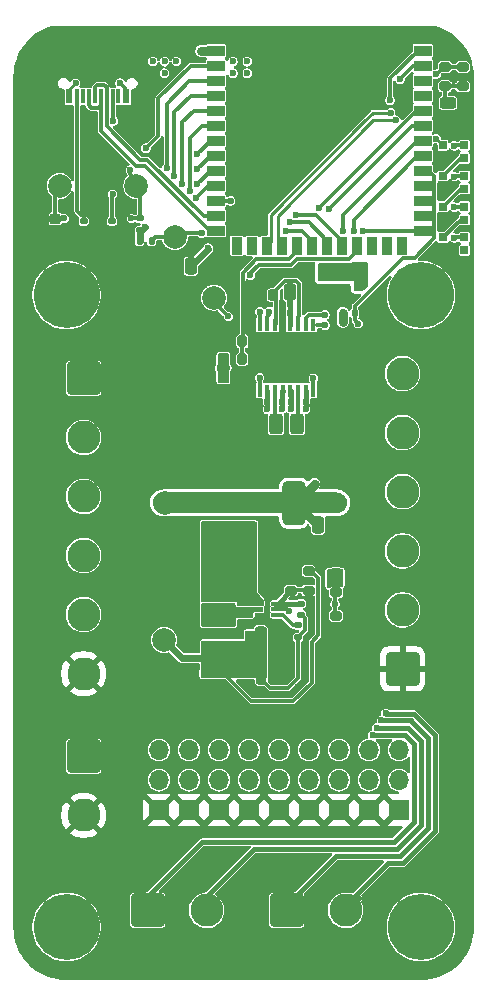
<source format=gtl>
G04 #@! TF.GenerationSoftware,KiCad,Pcbnew,9.0.0*
G04 #@! TF.CreationDate,2025-07-02T14:57:14+08:00*
G04 #@! TF.ProjectId,ESPNOW,4553504e-4f57-42e6-9b69-6361645f7063,rev?*
G04 #@! TF.SameCoordinates,Original*
G04 #@! TF.FileFunction,Copper,L1,Top*
G04 #@! TF.FilePolarity,Positive*
%FSLAX46Y46*%
G04 Gerber Fmt 4.6, Leading zero omitted, Abs format (unit mm)*
G04 Created by KiCad (PCBNEW 9.0.0) date 2025-07-02 14:57:14*
%MOMM*%
%LPD*%
G01*
G04 APERTURE LIST*
G04 Aperture macros list*
%AMRoundRect*
0 Rectangle with rounded corners*
0 $1 Rounding radius*
0 $2 $3 $4 $5 $6 $7 $8 $9 X,Y pos of 4 corners*
0 Add a 4 corners polygon primitive as box body*
4,1,4,$2,$3,$4,$5,$6,$7,$8,$9,$2,$3,0*
0 Add four circle primitives for the rounded corners*
1,1,$1+$1,$2,$3*
1,1,$1+$1,$4,$5*
1,1,$1+$1,$6,$7*
1,1,$1+$1,$8,$9*
0 Add four rect primitives between the rounded corners*
20,1,$1+$1,$2,$3,$4,$5,0*
20,1,$1+$1,$4,$5,$6,$7,0*
20,1,$1+$1,$6,$7,$8,$9,0*
20,1,$1+$1,$8,$9,$2,$3,0*%
G04 Aperture macros list end*
G04 #@! TA.AperFunction,SMDPad,CuDef*
%ADD10RoundRect,0.200000X-0.275000X0.200000X-0.275000X-0.200000X0.275000X-0.200000X0.275000X0.200000X0*%
G04 #@! TD*
G04 #@! TA.AperFunction,SMDPad,CuDef*
%ADD11RoundRect,0.250000X-1.000000X0.700000X-1.000000X-0.700000X1.000000X-0.700000X1.000000X0.700000X0*%
G04 #@! TD*
G04 #@! TA.AperFunction,ComponentPad*
%ADD12R,1.700000X1.700000*%
G04 #@! TD*
G04 #@! TA.AperFunction,ComponentPad*
%ADD13O,1.700000X1.700000*%
G04 #@! TD*
G04 #@! TA.AperFunction,SMDPad,CuDef*
%ADD14C,2.000000*%
G04 #@! TD*
G04 #@! TA.AperFunction,ComponentPad*
%ADD15RoundRect,0.250001X1.149999X-1.149999X1.149999X1.149999X-1.149999X1.149999X-1.149999X-1.149999X0*%
G04 #@! TD*
G04 #@! TA.AperFunction,ComponentPad*
%ADD16C,2.800000*%
G04 #@! TD*
G04 #@! TA.AperFunction,ComponentPad*
%ADD17RoundRect,0.250001X-1.149999X1.149999X-1.149999X-1.149999X1.149999X-1.149999X1.149999X1.149999X0*%
G04 #@! TD*
G04 #@! TA.AperFunction,SMDPad,CuDef*
%ADD18R,0.600000X1.240000*%
G04 #@! TD*
G04 #@! TA.AperFunction,SMDPad,CuDef*
%ADD19R,0.300000X1.240000*%
G04 #@! TD*
G04 #@! TA.AperFunction,HeatsinkPad*
%ADD20O,1.000000X2.100000*%
G04 #@! TD*
G04 #@! TA.AperFunction,HeatsinkPad*
%ADD21O,1.000000X1.800000*%
G04 #@! TD*
G04 #@! TA.AperFunction,SMDPad,CuDef*
%ADD22R,0.450000X1.050000*%
G04 #@! TD*
G04 #@! TA.AperFunction,SMDPad,CuDef*
%ADD23R,0.895000X1.470000*%
G04 #@! TD*
G04 #@! TA.AperFunction,SMDPad,CuDef*
%ADD24RoundRect,0.200000X0.200000X0.275000X-0.200000X0.275000X-0.200000X-0.275000X0.200000X-0.275000X0*%
G04 #@! TD*
G04 #@! TA.AperFunction,ComponentPad*
%ADD25C,5.600000*%
G04 #@! TD*
G04 #@! TA.AperFunction,SMDPad,CuDef*
%ADD26RoundRect,0.375000X-0.625000X-0.375000X0.625000X-0.375000X0.625000X0.375000X-0.625000X0.375000X0*%
G04 #@! TD*
G04 #@! TA.AperFunction,SMDPad,CuDef*
%ADD27RoundRect,0.500000X-0.500000X-1.400000X0.500000X-1.400000X0.500000X1.400000X-0.500000X1.400000X0*%
G04 #@! TD*
G04 #@! TA.AperFunction,SMDPad,CuDef*
%ADD28RoundRect,0.135000X-0.185000X0.135000X-0.185000X-0.135000X0.185000X-0.135000X0.185000X0.135000X0*%
G04 #@! TD*
G04 #@! TA.AperFunction,SMDPad,CuDef*
%ADD29R,0.700000X0.700000*%
G04 #@! TD*
G04 #@! TA.AperFunction,SMDPad,CuDef*
%ADD30RoundRect,0.250000X-0.250000X-0.475000X0.250000X-0.475000X0.250000X0.475000X-0.250000X0.475000X0*%
G04 #@! TD*
G04 #@! TA.AperFunction,SMDPad,CuDef*
%ADD31RoundRect,0.250000X-0.312500X-0.625000X0.312500X-0.625000X0.312500X0.625000X-0.312500X0.625000X0*%
G04 #@! TD*
G04 #@! TA.AperFunction,SMDPad,CuDef*
%ADD32RoundRect,0.250000X0.312500X0.625000X-0.312500X0.625000X-0.312500X-0.625000X0.312500X-0.625000X0*%
G04 #@! TD*
G04 #@! TA.AperFunction,ComponentPad*
%ADD33RoundRect,0.250001X-1.149999X-1.149999X1.149999X-1.149999X1.149999X1.149999X-1.149999X1.149999X0*%
G04 #@! TD*
G04 #@! TA.AperFunction,SMDPad,CuDef*
%ADD34RoundRect,0.087500X-0.250000X-0.087500X0.250000X-0.087500X0.250000X0.087500X-0.250000X0.087500X0*%
G04 #@! TD*
G04 #@! TA.AperFunction,SMDPad,CuDef*
%ADD35RoundRect,0.140000X0.140000X0.170000X-0.140000X0.170000X-0.140000X-0.170000X0.140000X-0.170000X0*%
G04 #@! TD*
G04 #@! TA.AperFunction,SMDPad,CuDef*
%ADD36RoundRect,0.225000X-0.225000X-0.250000X0.225000X-0.250000X0.225000X0.250000X-0.225000X0.250000X0*%
G04 #@! TD*
G04 #@! TA.AperFunction,SMDPad,CuDef*
%ADD37RoundRect,0.200000X0.275000X-0.200000X0.275000X0.200000X-0.275000X0.200000X-0.275000X-0.200000X0*%
G04 #@! TD*
G04 #@! TA.AperFunction,SMDPad,CuDef*
%ADD38RoundRect,0.200000X-0.200000X-0.275000X0.200000X-0.275000X0.200000X0.275000X-0.200000X0.275000X0*%
G04 #@! TD*
G04 #@! TA.AperFunction,SMDPad,CuDef*
%ADD39RoundRect,0.250000X0.250000X0.475000X-0.250000X0.475000X-0.250000X-0.475000X0.250000X-0.475000X0*%
G04 #@! TD*
G04 #@! TA.AperFunction,SMDPad,CuDef*
%ADD40RoundRect,0.243750X0.456250X-0.243750X0.456250X0.243750X-0.456250X0.243750X-0.456250X-0.243750X0*%
G04 #@! TD*
G04 #@! TA.AperFunction,SMDPad,CuDef*
%ADD41RoundRect,0.140000X-0.140000X-0.170000X0.140000X-0.170000X0.140000X0.170000X-0.140000X0.170000X0*%
G04 #@! TD*
G04 #@! TA.AperFunction,SMDPad,CuDef*
%ADD42R,1.500000X0.900000*%
G04 #@! TD*
G04 #@! TA.AperFunction,SMDPad,CuDef*
%ADD43R,0.900000X1.500000*%
G04 #@! TD*
G04 #@! TA.AperFunction,SMDPad,CuDef*
%ADD44R,0.900000X0.900000*%
G04 #@! TD*
G04 #@! TA.AperFunction,ComponentPad*
%ADD45C,2.000000*%
G04 #@! TD*
G04 #@! TA.AperFunction,SMDPad,CuDef*
%ADD46RoundRect,0.135000X-0.135000X-0.185000X0.135000X-0.185000X0.135000X0.185000X-0.135000X0.185000X0*%
G04 #@! TD*
G04 #@! TA.AperFunction,SMDPad,CuDef*
%ADD47RoundRect,0.140000X0.170000X-0.140000X0.170000X0.140000X-0.170000X0.140000X-0.170000X-0.140000X0*%
G04 #@! TD*
G04 #@! TA.AperFunction,SMDPad,CuDef*
%ADD48RoundRect,0.135000X0.185000X-0.135000X0.185000X0.135000X-0.185000X0.135000X-0.185000X-0.135000X0*%
G04 #@! TD*
G04 #@! TA.AperFunction,SMDPad,CuDef*
%ADD49RoundRect,0.225000X-0.250000X0.225000X-0.250000X-0.225000X0.250000X-0.225000X0.250000X0.225000X0*%
G04 #@! TD*
G04 #@! TA.AperFunction,SMDPad,CuDef*
%ADD50RoundRect,0.225000X0.225000X0.250000X-0.225000X0.250000X-0.225000X-0.250000X0.225000X-0.250000X0*%
G04 #@! TD*
G04 #@! TA.AperFunction,ViaPad*
%ADD51C,0.600000*%
G04 #@! TD*
G04 #@! TA.AperFunction,Conductor*
%ADD52C,0.300000*%
G04 #@! TD*
G04 #@! TA.AperFunction,Conductor*
%ADD53C,0.450000*%
G04 #@! TD*
G04 #@! TA.AperFunction,Conductor*
%ADD54C,0.800000*%
G04 #@! TD*
G04 #@! TA.AperFunction,Conductor*
%ADD55C,0.200000*%
G04 #@! TD*
G04 #@! TA.AperFunction,Conductor*
%ADD56C,0.600000*%
G04 #@! TD*
G04 #@! TA.AperFunction,Conductor*
%ADD57C,0.270000*%
G04 #@! TD*
G04 #@! TA.AperFunction,Conductor*
%ADD58C,0.400000*%
G04 #@! TD*
G04 #@! TA.AperFunction,Conductor*
%ADD59C,0.350000*%
G04 #@! TD*
G04 APERTURE END LIST*
D10*
X188500000Y-109350000D03*
X188500000Y-111000000D03*
D11*
X182310000Y-113050000D03*
X182310000Y-117150000D03*
D12*
X197650000Y-129580000D03*
D13*
X197650000Y-127040000D03*
X197650000Y-124500000D03*
D12*
X190030000Y-129580000D03*
D13*
X190030000Y-127040000D03*
X190030000Y-124500000D03*
D14*
X182000000Y-86200000D03*
D15*
X197950000Y-117640000D03*
D16*
X197950000Y-112640000D03*
X197950000Y-107640000D03*
X197950000Y-102640000D03*
X197950000Y-97640000D03*
X197950000Y-92640000D03*
D17*
X170950000Y-125040000D03*
D16*
X170950000Y-130040000D03*
D18*
X175350000Y-69170000D03*
X174550000Y-69170000D03*
D19*
X173400000Y-69170000D03*
X172400000Y-69170000D03*
X171900000Y-69170000D03*
X170900000Y-69170000D03*
D18*
X169750000Y-69170000D03*
X168950000Y-69170000D03*
X168950000Y-69170000D03*
X169750000Y-69170000D03*
D19*
X170400000Y-69170000D03*
X171400000Y-69170000D03*
X172900000Y-69170000D03*
X173900000Y-69170000D03*
D18*
X174550000Y-69170000D03*
X175350000Y-69170000D03*
D20*
X176470000Y-68570000D03*
D21*
X176470000Y-64370000D03*
D20*
X167830000Y-68570000D03*
D21*
X167830000Y-64370000D03*
D12*
X179870000Y-129580000D03*
D13*
X179870000Y-127040000D03*
X179870000Y-124500000D03*
D22*
X185847500Y-94067500D03*
X186497500Y-94067500D03*
X187147500Y-94067500D03*
X187797500Y-94067500D03*
X188447500Y-94067500D03*
X189097500Y-94067500D03*
X189747500Y-94067500D03*
X190397500Y-94067500D03*
X190397500Y-88517500D03*
X189747500Y-88517500D03*
X189097500Y-88517500D03*
X188447500Y-88517500D03*
X187797500Y-88517500D03*
X187147500Y-88517500D03*
X186497500Y-88517500D03*
X185847500Y-88517500D03*
D23*
X186780000Y-92027500D03*
X187675000Y-92027500D03*
X188570000Y-92027500D03*
X189465000Y-92027500D03*
X186780000Y-90557500D03*
X187675000Y-90557500D03*
X188570000Y-90557500D03*
X189465000Y-90557500D03*
D24*
X184375000Y-89900000D03*
X182725000Y-89900000D03*
D10*
X192300000Y-113137500D03*
X192300000Y-114787500D03*
D25*
X199500000Y-86000000D03*
D12*
X177330000Y-129580000D03*
D13*
X177330000Y-127040000D03*
X177330000Y-124500000D03*
D26*
X182450000Y-101300000D03*
X182450000Y-103600000D03*
D27*
X188750000Y-103600000D03*
D26*
X182450000Y-105900000D03*
D28*
X173350000Y-79730000D03*
X173350000Y-80750000D03*
D29*
X203195000Y-76997500D03*
X203195000Y-75897500D03*
X201365000Y-75897500D03*
X201365000Y-76997500D03*
D30*
X185950000Y-114750000D03*
X187850000Y-114750000D03*
D31*
X189010000Y-96900000D03*
X191935000Y-96900000D03*
D29*
X203195000Y-82197500D03*
X203195000Y-81097500D03*
X201365000Y-81097500D03*
X201365000Y-82197500D03*
D32*
X187230000Y-96900000D03*
X184305000Y-96900000D03*
D12*
X192570000Y-129580000D03*
D13*
X192570000Y-127040000D03*
X192570000Y-124500000D03*
D25*
X169500000Y-86000000D03*
D14*
X177760000Y-115200000D03*
D33*
X188140000Y-138070000D03*
D16*
X193140000Y-138070000D03*
D12*
X184950000Y-129580000D03*
D13*
X184950000Y-127040000D03*
X184950000Y-124500000D03*
D14*
X182000000Y-95575000D03*
D34*
X185755000Y-112100000D03*
X185755000Y-112600000D03*
X185755000Y-113100000D03*
X187180000Y-113100000D03*
X187180000Y-112600000D03*
X187180000Y-112100000D03*
D14*
X177860000Y-103600000D03*
D35*
X181320000Y-109100000D03*
X180360000Y-109100000D03*
D30*
X185100000Y-108850000D03*
X187000000Y-108850000D03*
D36*
X185450000Y-86000000D03*
X187000000Y-86000000D03*
D37*
X190000000Y-111000000D03*
X190000000Y-109350000D03*
D30*
X185950000Y-116750000D03*
X187850000Y-116750000D03*
D12*
X187490000Y-129580000D03*
D13*
X187490000Y-127040000D03*
X187490000Y-124500000D03*
D38*
X182725000Y-91400000D03*
X184375000Y-91400000D03*
D39*
X181420000Y-110600000D03*
X179520000Y-110600000D03*
D10*
X192300000Y-109512500D03*
X192300000Y-111162500D03*
D33*
X176370000Y-138070000D03*
D16*
X181370000Y-138070000D03*
D40*
X201800000Y-71612500D03*
X201800000Y-69737500D03*
D25*
X199500000Y-139500000D03*
D39*
X190350000Y-85760000D03*
X188450000Y-85760000D03*
D41*
X190500000Y-101950000D03*
X191460000Y-101950000D03*
D29*
X203195000Y-79597500D03*
X203195000Y-78497500D03*
X201365000Y-78497500D03*
X201365000Y-79597500D03*
D28*
X170950000Y-79730000D03*
X170950000Y-80750000D03*
D12*
X182410000Y-129580000D03*
D13*
X182410000Y-127040000D03*
X182410000Y-124500000D03*
D29*
X203195000Y-74397500D03*
X203195000Y-73297500D03*
X201365000Y-73297500D03*
X201365000Y-74397500D03*
D42*
X182150000Y-64040000D03*
X182150000Y-65310000D03*
X182150000Y-66580000D03*
X182150000Y-67850000D03*
X182150000Y-69120000D03*
X182150000Y-70390000D03*
X182150000Y-71660000D03*
X182150000Y-72930000D03*
X182150000Y-74200000D03*
X182150000Y-75470000D03*
X182150000Y-76740000D03*
X182150000Y-78010000D03*
X182150000Y-79280000D03*
X182150000Y-80550000D03*
D43*
X183915000Y-81800000D03*
X185185000Y-81800000D03*
X186455000Y-81800000D03*
X187725000Y-81800000D03*
X188995000Y-81800000D03*
X190265000Y-81800000D03*
X191535000Y-81800000D03*
X192805000Y-81800000D03*
X194075000Y-81800000D03*
X195345000Y-81800000D03*
X196615000Y-81800000D03*
X197885000Y-81800000D03*
D42*
X199650000Y-80550000D03*
X199650000Y-79280000D03*
X199650000Y-78010000D03*
X199650000Y-76740000D03*
X199650000Y-75470000D03*
X199650000Y-74200000D03*
X199650000Y-72930000D03*
X199650000Y-71660000D03*
X199650000Y-70390000D03*
X199650000Y-69120000D03*
X199650000Y-67850000D03*
X199650000Y-66580000D03*
X199650000Y-65310000D03*
X199650000Y-64040000D03*
D44*
X188000000Y-70360000D03*
X188000000Y-71760000D03*
X188000000Y-73160000D03*
X188000000Y-73160000D03*
X189400000Y-70360000D03*
X189400000Y-70360000D03*
X189400000Y-71760000D03*
X189400000Y-73160000D03*
X190800000Y-70360000D03*
X190800000Y-71760000D03*
X190800000Y-73160000D03*
D17*
X170950000Y-93040000D03*
D16*
X170950000Y-98040000D03*
X170950000Y-103040000D03*
X170950000Y-108040000D03*
X170950000Y-113040000D03*
X170950000Y-118040000D03*
D45*
X168910000Y-72240000D03*
X175410000Y-72240000D03*
X168910000Y-76740000D03*
X175410000Y-76740000D03*
D39*
X180010000Y-83560000D03*
X178110000Y-83560000D03*
D10*
X203050000Y-66675000D03*
X203050000Y-68325000D03*
D46*
X175680000Y-81400000D03*
X176700000Y-81400000D03*
D10*
X201550000Y-66650000D03*
X201550000Y-68300000D03*
D25*
X169500000Y-139500000D03*
D46*
X192890000Y-87500000D03*
X193910000Y-87500000D03*
D28*
X189100000Y-113950000D03*
X189100000Y-114970000D03*
D47*
X189350000Y-113060000D03*
X189350000Y-112100000D03*
D14*
X178670000Y-81077500D03*
D48*
X175740000Y-80510000D03*
X175740000Y-79490000D03*
D36*
X185040000Y-110600000D03*
X186590000Y-110600000D03*
D49*
X168550000Y-79525000D03*
X168550000Y-81075000D03*
D50*
X184320000Y-92915000D03*
X182770000Y-92915000D03*
D36*
X186000000Y-118500000D03*
X187550000Y-118500000D03*
D30*
X190790000Y-105460000D03*
X192690000Y-105460000D03*
D12*
X195110000Y-129580000D03*
D13*
X195110000Y-127040000D03*
X195110000Y-124500000D03*
D51*
X203500000Y-90000000D03*
X190800000Y-74200000D03*
X191800000Y-70400000D03*
X179500000Y-64000000D03*
X203500000Y-88000000D03*
X201365000Y-74397500D03*
X173500000Y-143500000D03*
X203500000Y-89000000D03*
X191800000Y-73200000D03*
X203500000Y-127000000D03*
X203500000Y-131000000D03*
X188570000Y-90557500D03*
X173500000Y-64105000D03*
X203500000Y-125000000D03*
X190500000Y-64000000D03*
X165500000Y-78000000D03*
X165500000Y-73000000D03*
X183500000Y-64000000D03*
X165500000Y-80000000D03*
X169500000Y-143500000D03*
X187675000Y-90557500D03*
X193500000Y-64000000D03*
X201500000Y-64000000D03*
X165500000Y-69000000D03*
X191800000Y-71800000D03*
X186450000Y-113600000D03*
X176500000Y-143500000D03*
X165500000Y-111000000D03*
X165500000Y-96000000D03*
X203500000Y-110000000D03*
X184500000Y-64000000D03*
X165500000Y-70000000D03*
X203500000Y-122000000D03*
X190050000Y-111800000D03*
X165500000Y-86000000D03*
X186780000Y-92027500D03*
X165500000Y-94000000D03*
X189400000Y-69400000D03*
X192500000Y-64000000D03*
X188460000Y-119760000D03*
X186500000Y-64000000D03*
X165500000Y-74000000D03*
X203500000Y-101000000D03*
X187000000Y-116750000D03*
X203500000Y-137000000D03*
X196500000Y-143500000D03*
X165500000Y-97000000D03*
X203500000Y-128000000D03*
X203500000Y-94000000D03*
X172500000Y-143500000D03*
X187600000Y-113700000D03*
X190250000Y-113250000D03*
X189700000Y-117400000D03*
X171500000Y-64105000D03*
X175500000Y-143500000D03*
X190200000Y-114600000D03*
X195500000Y-64000000D03*
X203500000Y-86000000D03*
X203500000Y-114000000D03*
X186590000Y-119800000D03*
X178500000Y-64000000D03*
X186490000Y-111600000D03*
X185500000Y-143500000D03*
X165500000Y-116000000D03*
X203500000Y-138000000D03*
X174500000Y-143500000D03*
X165500000Y-136000000D03*
X203500000Y-99000000D03*
X165500000Y-68000000D03*
X187500000Y-64000000D03*
X203500000Y-135000000D03*
X165500000Y-77000000D03*
X187500000Y-143500000D03*
X185500000Y-64000000D03*
X203500000Y-100000000D03*
X165500000Y-67000000D03*
X165500000Y-115000000D03*
X187000000Y-71800000D03*
X186500000Y-143500000D03*
X165500000Y-85000000D03*
X199500000Y-143500000D03*
X165500000Y-102000000D03*
X175350000Y-69170000D03*
X187675000Y-92027500D03*
X165500000Y-120000000D03*
X203500000Y-115000000D03*
X203500000Y-95000000D03*
X165500000Y-134000000D03*
X169500000Y-64105000D03*
X168500000Y-143500000D03*
X165500000Y-83000000D03*
X190800000Y-69400000D03*
X185550000Y-113600000D03*
X171500000Y-143500000D03*
X203500000Y-140000000D03*
X165500000Y-89000000D03*
X165500000Y-104000000D03*
X203500000Y-133000000D03*
X174500000Y-64105000D03*
X165500000Y-137000000D03*
X203500000Y-123000000D03*
X165500000Y-101000000D03*
X172500000Y-64105000D03*
X165500000Y-90000000D03*
X165500000Y-105000000D03*
X165500000Y-128000000D03*
X189465000Y-90557500D03*
X165500000Y-139000000D03*
X165500000Y-92000000D03*
X165500000Y-127000000D03*
X189700000Y-116560000D03*
X165500000Y-72000000D03*
X165500000Y-140000000D03*
X203500000Y-126000000D03*
X196500000Y-64000000D03*
X203500000Y-85000000D03*
X165500000Y-88000000D03*
X203500000Y-124000000D03*
X165500000Y-81000000D03*
X165500000Y-87000000D03*
X189140000Y-119140000D03*
X186780000Y-90557500D03*
X165500000Y-76000000D03*
X165500000Y-82000000D03*
X187000000Y-73200000D03*
X165500000Y-110000000D03*
X165500000Y-79000000D03*
X203500000Y-91000000D03*
X165500000Y-100000000D03*
X165500000Y-133000000D03*
X203500000Y-134000000D03*
X188000000Y-74200000D03*
X187000000Y-114750000D03*
X203500000Y-104000000D03*
X203500000Y-96000000D03*
X170500000Y-143500000D03*
X203500000Y-87000000D03*
X191500000Y-64000000D03*
X194500000Y-64000000D03*
X165500000Y-84000000D03*
X165500000Y-106000000D03*
X189650000Y-115500000D03*
X203500000Y-139000000D03*
X189660000Y-118410000D03*
X201365000Y-76997500D03*
X170500000Y-64105000D03*
X175350000Y-70175000D03*
X184850000Y-119250000D03*
X165500000Y-122000000D03*
X203500000Y-120000000D03*
X165500000Y-121000000D03*
X165500000Y-75000000D03*
X190250000Y-113900000D03*
X165500000Y-71000000D03*
X203500000Y-105000000D03*
X185690000Y-119800000D03*
X197500000Y-64000000D03*
X165500000Y-107000000D03*
X188570000Y-92027500D03*
X201365000Y-79597500D03*
X180500000Y-64000000D03*
X165500000Y-138000000D03*
X200500000Y-143500000D03*
X177500000Y-64000000D03*
X165500000Y-135000000D03*
X197500000Y-143500000D03*
X203500000Y-111000000D03*
X203500000Y-132000000D03*
X187000000Y-70400000D03*
X189465000Y-92027500D03*
X165500000Y-91000000D03*
X189500000Y-64000000D03*
X198500000Y-143500000D03*
X165500000Y-95000000D03*
X189400000Y-74200000D03*
X203500000Y-136000000D03*
X165500000Y-109000000D03*
X188500000Y-64000000D03*
X184500000Y-143500000D03*
X203500000Y-121000000D03*
X187490000Y-119800000D03*
X198500000Y-64000000D03*
X188000000Y-69400000D03*
X165500000Y-99000000D03*
X175500000Y-64105000D03*
X182310000Y-107100000D03*
X184210000Y-111000000D03*
X182475000Y-92150000D03*
X191830000Y-110300000D03*
X182610000Y-111000000D03*
X182610000Y-108700000D03*
X181310000Y-107100000D03*
X183410000Y-111000000D03*
X183410000Y-108700000D03*
X188447500Y-86725000D03*
X188447500Y-87525000D03*
X192630000Y-110300000D03*
X184810000Y-111600000D03*
X184210000Y-108700000D03*
X183075000Y-92150000D03*
X176210000Y-73550000D03*
X174900000Y-75410000D03*
X175000000Y-79500000D03*
X169300000Y-79500000D03*
X191160000Y-103700000D03*
X181500000Y-82000000D03*
X192010000Y-103700000D03*
X192760000Y-103700000D03*
X180900000Y-65310000D03*
X192890000Y-88250000D03*
X176160000Y-80210000D03*
X194400000Y-85200000D03*
X191200000Y-84400000D03*
X184100000Y-117700000D03*
X202340000Y-81147500D03*
X191200000Y-83600000D03*
X178800000Y-66200000D03*
X202340000Y-75947500D03*
X202340000Y-73347500D03*
X182100000Y-115650000D03*
X184800000Y-67200000D03*
X183600000Y-67200000D03*
X170260000Y-68045000D03*
X176800000Y-66200000D03*
X192000000Y-83600000D03*
X183600000Y-66200000D03*
X194400000Y-83600000D03*
X202340000Y-78547500D03*
X185050000Y-114900000D03*
X184100000Y-116850000D03*
X174030000Y-68045000D03*
X192000000Y-84400000D03*
X185050000Y-115650000D03*
X177800000Y-66200000D03*
X184800000Y-66200000D03*
X182900000Y-115650000D03*
X194400000Y-84400000D03*
X177800000Y-67200000D03*
X173400000Y-77430000D03*
X173460000Y-71230000D03*
X183400000Y-78010000D03*
X179930000Y-77190000D03*
X177980000Y-75240000D03*
X197740000Y-67710000D03*
X196890000Y-69480000D03*
X179280000Y-76540000D03*
X178630000Y-75890000D03*
X180500000Y-77760000D03*
X195750000Y-122600000D03*
X187750000Y-95650000D03*
X187750000Y-95000000D03*
X195440000Y-123240000D03*
X186500000Y-95650000D03*
X186497500Y-95000000D03*
X188500000Y-95650000D03*
X196150000Y-122000000D03*
X188500000Y-95000000D03*
X189747500Y-95000000D03*
X189747500Y-95650000D03*
X196525000Y-121400000D03*
X180580000Y-76610000D03*
X180580000Y-75340000D03*
X180580000Y-74070000D03*
X188890000Y-79190000D03*
X188420000Y-79840000D03*
X188050000Y-80550000D03*
X185870000Y-87387500D03*
X190915000Y-78605000D03*
X186670000Y-87397500D03*
X191720000Y-78720000D03*
X180940000Y-80750000D03*
X194620000Y-80550000D03*
X193820000Y-80550000D03*
X191390000Y-88530000D03*
X185850000Y-92975000D03*
X185050000Y-84325000D03*
X194200000Y-88400000D03*
X190400000Y-93025000D03*
X183200000Y-87800000D03*
X196950000Y-70560000D03*
X200800000Y-67275000D03*
X192900000Y-80550000D03*
X191390000Y-87650000D03*
X200807500Y-72740000D03*
X197390000Y-71200000D03*
X188300000Y-112700000D03*
X192230000Y-112150000D03*
D52*
X190800000Y-114800000D02*
X190800000Y-109925000D01*
X190250000Y-118810000D02*
X190250000Y-115350000D01*
X190800000Y-109925000D02*
X190200000Y-109325000D01*
X188710000Y-120350000D02*
X190250000Y-118810000D01*
X185160000Y-120350000D02*
X188710000Y-120350000D01*
X182530000Y-117720000D02*
X185160000Y-120350000D01*
X190250000Y-115350000D02*
X190800000Y-114800000D01*
X189110000Y-88530000D02*
X189097500Y-88517500D01*
X187250000Y-88415000D02*
X187250000Y-85520000D01*
X189097500Y-87860000D02*
X189097500Y-88517500D01*
X188940000Y-84780000D02*
X189200000Y-85040000D01*
X187147500Y-88517500D02*
X187250000Y-88415000D01*
X189200000Y-87757500D02*
X189097500Y-87860000D01*
X187990000Y-84780000D02*
X188940000Y-84780000D01*
X187250000Y-85520000D02*
X187990000Y-84780000D01*
X189200000Y-85040000D02*
X189200000Y-87757500D01*
D53*
X188447500Y-86002500D02*
X188450000Y-86000000D01*
X188447500Y-88517500D02*
X188447500Y-87525000D01*
X188447500Y-87525000D02*
X188447500Y-86725000D01*
X188447500Y-86725000D02*
X188447500Y-86002500D01*
D52*
X168910000Y-76740000D02*
X168550000Y-77100000D01*
X169280000Y-79520000D02*
X168550000Y-79520000D01*
X168550000Y-77100000D02*
X168550000Y-79520000D01*
D54*
X175740000Y-76570000D02*
X175750000Y-76560000D01*
D52*
X174900000Y-75710000D02*
X175400000Y-76210000D01*
D55*
X168900000Y-76210000D02*
X168550000Y-76560000D01*
D52*
X169300000Y-79500000D02*
X169280000Y-79520000D01*
X177260000Y-72500000D02*
X177260000Y-69330000D01*
X175000000Y-79500000D02*
X175010000Y-79490000D01*
D55*
X175400000Y-76210000D02*
X175750000Y-76560000D01*
D52*
X176210000Y-73550000D02*
X177260000Y-72500000D01*
X175010000Y-79490000D02*
X175740000Y-79490000D01*
X177260000Y-69330000D02*
X180010000Y-66580000D01*
X180010000Y-66580000D02*
X182150000Y-66580000D01*
X175740000Y-77070000D02*
X175410000Y-76740000D01*
X174900000Y-75410000D02*
X174900000Y-75710000D01*
X175740000Y-79490000D02*
X175740000Y-77070000D01*
D54*
X182150000Y-65310000D02*
X180900000Y-65310000D01*
D56*
X175860000Y-80510000D02*
X175740000Y-80510000D01*
X176160000Y-80210000D02*
X175860000Y-80510000D01*
D54*
X188750000Y-103600000D02*
X188850000Y-103600000D01*
X190775000Y-105450000D02*
X190775000Y-105445000D01*
X190775000Y-105445000D02*
X189305000Y-103975000D01*
X192890000Y-88250000D02*
X192890000Y-87500000D01*
X188850000Y-103600000D02*
X190500000Y-101950000D01*
D56*
X181500000Y-82070000D02*
X180220000Y-83350000D01*
D54*
X189305000Y-103975000D02*
X189300000Y-103975000D01*
D56*
X175740000Y-81340000D02*
X175680000Y-81400000D01*
X175740000Y-80510000D02*
X175740000Y-81340000D01*
D57*
X170260000Y-68065000D02*
X169750000Y-68575000D01*
D52*
X202390000Y-81097500D02*
X202340000Y-81147500D01*
X203195000Y-73297500D02*
X202390000Y-73297500D01*
X189700000Y-113350000D02*
X189410000Y-113060000D01*
X186750000Y-119250000D02*
X188250000Y-119250000D01*
X202390000Y-78497500D02*
X202340000Y-78547500D01*
X202390000Y-75897500D02*
X202340000Y-75947500D01*
X189700000Y-114370000D02*
X189700000Y-113350000D01*
X203195000Y-78497500D02*
X202390000Y-78497500D01*
D57*
X169750000Y-68575000D02*
X169750000Y-69170000D01*
D52*
X189350000Y-113060000D02*
X189350000Y-113000000D01*
D56*
X179260000Y-116700000D02*
X182310000Y-116700000D01*
D52*
X188250000Y-119250000D02*
X189100000Y-118400000D01*
D57*
X170260000Y-68045000D02*
X170260000Y-68065000D01*
D52*
X185990000Y-118490000D02*
X186750000Y-119250000D01*
D57*
X174550000Y-68565000D02*
X174550000Y-69170000D01*
D52*
X189100000Y-114970000D02*
X189700000Y-114370000D01*
D57*
X174030000Y-68045000D02*
X174550000Y-68565000D01*
D52*
X203195000Y-81097500D02*
X202390000Y-81097500D01*
X202390000Y-73297500D02*
X202340000Y-73347500D01*
D56*
X177760000Y-115200000D02*
X179260000Y-116700000D01*
D52*
X189100000Y-118400000D02*
X189100000Y-114970000D01*
X203195000Y-75897500D02*
X202390000Y-75897500D01*
D56*
X181690000Y-117320000D02*
X182310000Y-116700000D01*
D52*
X189410000Y-113060000D02*
X189350000Y-113060000D01*
X190200000Y-110975000D02*
X188500000Y-110975000D01*
D58*
X187180000Y-112100000D02*
X189350000Y-112100000D01*
X187375000Y-112100000D02*
X188500000Y-110975000D01*
X187180000Y-112100000D02*
X187375000Y-112100000D01*
D52*
X184400000Y-89875000D02*
X184375000Y-89900000D01*
X184375000Y-89900000D02*
X184375000Y-91400000D01*
X184375000Y-89900000D02*
X184225000Y-89900000D01*
X188995000Y-82225000D02*
X188300000Y-82920000D01*
X185560000Y-82920000D02*
X184400000Y-84080000D01*
X188995000Y-81800000D02*
X188995000Y-82225000D01*
X188300000Y-82920000D02*
X185560000Y-82920000D01*
X184400000Y-84080000D02*
X184400000Y-89875000D01*
X203195000Y-74397500D02*
X202865000Y-74397500D01*
X202865000Y-74397500D02*
X201365000Y-75897500D01*
X202865000Y-76997500D02*
X201365000Y-78497500D01*
X203195000Y-76997500D02*
X202865000Y-76997500D01*
X202865000Y-79597500D02*
X201365000Y-81097500D01*
X203195000Y-79597500D02*
X202865000Y-79597500D01*
X203050000Y-68325000D02*
X201575000Y-68325000D01*
X201550000Y-69487500D02*
X201800000Y-69737500D01*
X201575000Y-68325000D02*
X201550000Y-68300000D01*
X201550000Y-68125000D02*
X201550000Y-69487500D01*
X170390000Y-69075000D02*
X170390000Y-78855000D01*
X170390000Y-78855000D02*
X170950000Y-79415000D01*
X170400000Y-69065000D02*
X170390000Y-69075000D01*
X170950000Y-79415000D02*
X170950000Y-79730000D01*
X171400000Y-69935000D02*
X171400000Y-69170000D01*
X172400000Y-69065000D02*
X172400000Y-72070000D01*
X181660000Y-80550000D02*
X182150000Y-80550000D01*
X172400000Y-72070000D02*
X175360000Y-75030000D01*
X172400000Y-69170000D02*
X172400000Y-69940000D01*
X171605000Y-70140000D02*
X171400000Y-69935000D01*
X172400000Y-69940000D02*
X172200000Y-70140000D01*
X176140000Y-75030000D02*
X181660000Y-80550000D01*
X172200000Y-70140000D02*
X171605000Y-70140000D01*
X175360000Y-75030000D02*
X176140000Y-75030000D01*
X173460000Y-70800000D02*
X173400000Y-70740000D01*
X173400000Y-77430000D02*
X173350000Y-77480000D01*
X173400000Y-70740000D02*
X173400000Y-69065000D01*
X173350000Y-77480000D02*
X173350000Y-79415000D01*
X173460000Y-71230000D02*
X173460000Y-70800000D01*
X172105000Y-68200000D02*
X171900000Y-68405000D01*
X181097106Y-79280000D02*
X182150000Y-79280000D01*
X172700000Y-68200000D02*
X172105000Y-68200000D01*
X171900000Y-68405000D02*
X171900000Y-69170000D01*
X172900000Y-71670000D02*
X175760000Y-74530000D01*
X172900000Y-69065000D02*
X172900000Y-71670000D01*
X175760000Y-74530000D02*
X176347106Y-74530000D01*
X176347106Y-74530000D02*
X181097106Y-79280000D01*
X172900000Y-69170000D02*
X172900000Y-68400000D01*
X172900000Y-68400000D02*
X172700000Y-68200000D01*
X183400000Y-78010000D02*
X182150000Y-78010000D01*
X180930000Y-71660000D02*
X179930000Y-72660000D01*
X182150000Y-71660000D02*
X180930000Y-71660000D01*
X179930000Y-72660000D02*
X179930000Y-77190000D01*
X182150000Y-67850000D02*
X179910000Y-67850000D01*
X179910000Y-67850000D02*
X177980000Y-69780000D01*
X177980000Y-69780000D02*
X177980000Y-75240000D01*
X199650000Y-66580000D02*
X198870000Y-66580000D01*
X198870000Y-66580000D02*
X197740000Y-67710000D01*
X196890000Y-69480000D02*
X196890000Y-67640000D01*
X196890000Y-67640000D02*
X199220000Y-65310000D01*
X199220000Y-65310000D02*
X199650000Y-65310000D01*
X180260000Y-70390000D02*
X179280000Y-71370000D01*
X182150000Y-70390000D02*
X180260000Y-70390000D01*
X179280000Y-71370000D02*
X179280000Y-76540000D01*
X182150000Y-69120000D02*
X180010000Y-69120000D01*
X178630000Y-70500000D02*
X178630000Y-75890000D01*
X180010000Y-69120000D02*
X178630000Y-70500000D01*
X181520000Y-76740000D02*
X180500000Y-77760000D01*
X182150000Y-76740000D02*
X181520000Y-76740000D01*
D58*
X197460000Y-132890000D02*
X185392500Y-132890000D01*
X187750000Y-94115000D02*
X187797500Y-94067500D01*
X198410000Y-122630000D02*
X199520000Y-123740000D01*
X195750000Y-122600000D02*
X195780000Y-122630000D01*
X185392500Y-132890000D02*
X181220000Y-137062500D01*
X187750000Y-95600000D02*
X187750000Y-95650000D01*
X199520000Y-130830000D02*
X197460000Y-132890000D01*
X199520000Y-123740000D02*
X199520000Y-130830000D01*
X187750000Y-95600000D02*
X187750000Y-94115000D01*
X187797500Y-94067500D02*
X187790000Y-94075000D01*
X195780000Y-122630000D02*
X198410000Y-122630000D01*
X176220000Y-137062500D02*
X176587500Y-137062500D01*
X180992500Y-132290000D02*
X176220000Y-137062500D01*
X198900000Y-130600000D02*
X197210000Y-132290000D01*
X197210000Y-132290000D02*
X180992500Y-132290000D01*
X186497500Y-94067500D02*
X186497500Y-95000000D01*
X198900000Y-123980000D02*
X198900000Y-130600000D01*
X186497500Y-95000000D02*
X186497500Y-95602500D01*
X195440000Y-123240000D02*
X198160000Y-123240000D01*
X198160000Y-123240000D02*
X198900000Y-123980000D01*
X188447500Y-94067500D02*
X188500000Y-94120000D01*
X192280000Y-133490000D02*
X188730000Y-137040000D01*
X197720000Y-133490000D02*
X192280000Y-133490000D01*
X188447500Y-94067500D02*
X188430000Y-94085000D01*
X198660000Y-122030000D02*
X200120000Y-123490000D01*
D52*
X189230000Y-136540000D02*
X188730000Y-137040000D01*
D58*
X196150000Y-122000000D02*
X198630000Y-122000000D01*
X188500000Y-94120000D02*
X188500000Y-95600000D01*
X200120000Y-123490000D02*
X200120000Y-131090000D01*
X198630000Y-122000000D02*
X198660000Y-122030000D01*
X200120000Y-131090000D02*
X197720000Y-133490000D01*
X197980000Y-134090000D02*
X196680000Y-134090000D01*
X200720000Y-123230000D02*
X200720000Y-131350000D01*
X200720000Y-131350000D02*
X197980000Y-134090000D01*
X198910000Y-121420000D02*
X200720000Y-123230000D01*
X193730000Y-137040000D02*
X194250000Y-137040000D01*
X196525000Y-121400000D02*
X196545000Y-121420000D01*
X196545000Y-121420000D02*
X198910000Y-121420000D01*
X189747500Y-94067500D02*
X189747500Y-95650000D01*
X196680000Y-134090000D02*
X193730000Y-137040000D01*
D52*
X180580000Y-76610000D02*
X181720000Y-75470000D01*
X181720000Y-75470000D02*
X182150000Y-75470000D01*
X182150000Y-74200000D02*
X181720000Y-74200000D01*
X181720000Y-74200000D02*
X180580000Y-75340000D01*
X181720000Y-72930000D02*
X180580000Y-74070000D01*
X182150000Y-72930000D02*
X181720000Y-72930000D01*
X192810000Y-81795000D02*
X192805000Y-81800000D01*
X192810000Y-81380000D02*
X192810000Y-81795000D01*
X188890000Y-79190000D02*
X190620000Y-79190000D01*
X190620000Y-79190000D02*
X192810000Y-81380000D01*
X188420000Y-79840000D02*
X190000000Y-79840000D01*
X191535000Y-81375000D02*
X191535000Y-81800000D01*
X190000000Y-79840000D02*
X191535000Y-81375000D01*
X190270000Y-81795000D02*
X190265000Y-81800000D01*
X190270000Y-81380000D02*
X190270000Y-81795000D01*
X188050000Y-80550000D02*
X189440000Y-80550000D01*
X189440000Y-80550000D02*
X190270000Y-81380000D01*
X185870000Y-87387500D02*
X185870000Y-87567500D01*
X190915000Y-78605000D02*
X190915000Y-78595000D01*
X185870000Y-87567500D02*
X185847500Y-87590000D01*
X199120000Y-70390000D02*
X199650000Y-70390000D01*
X185847500Y-87590000D02*
X185847500Y-88517500D01*
X190915000Y-78595000D02*
X199120000Y-70390000D01*
X198780000Y-71660000D02*
X199650000Y-71660000D01*
X186670000Y-87397500D02*
X186670000Y-87677500D01*
X186670000Y-87677500D02*
X186497500Y-87850000D01*
X186497500Y-87850000D02*
X186497500Y-88517500D01*
X191720000Y-78720000D02*
X198780000Y-71660000D01*
X194620000Y-80550000D02*
X199650000Y-80550000D01*
X178680000Y-81087500D02*
X178670000Y-81077500D01*
X178997500Y-80750000D02*
X178670000Y-81077500D01*
X177022500Y-81077500D02*
X178670000Y-81077500D01*
X178670000Y-81077500D02*
X178670000Y-81842500D01*
X180940000Y-80750000D02*
X178997500Y-80750000D01*
X176700000Y-81400000D02*
X177022500Y-81077500D01*
X193820000Y-80550000D02*
X193820000Y-79590000D01*
X191390000Y-88530000D02*
X190687500Y-88530000D01*
X199210000Y-74200000D02*
X199650000Y-74200000D01*
X193820000Y-79590000D02*
X199210000Y-74200000D01*
X185847500Y-92977500D02*
X185847500Y-94067500D01*
X185850000Y-92975000D02*
X185847500Y-92977500D01*
X185770000Y-83430000D02*
X185770000Y-83420000D01*
X194075000Y-82225000D02*
X194075000Y-81800000D01*
X193400000Y-82900000D02*
X194075000Y-82225000D01*
X189030000Y-82900000D02*
X193400000Y-82900000D01*
X185770000Y-83420000D02*
X188510000Y-83420000D01*
X185050000Y-84150000D02*
X185770000Y-83430000D01*
X188510000Y-83420000D02*
X189030000Y-82900000D01*
X185050000Y-84325000D02*
X185050000Y-84150000D01*
X182000000Y-86600000D02*
X182000000Y-86200000D01*
X190400000Y-94065000D02*
X190397500Y-94067500D01*
X190410000Y-94080000D02*
X190397500Y-94067500D01*
X198017500Y-82807500D02*
X198980000Y-82807500D01*
X190400000Y-93025000D02*
X190400000Y-94065000D01*
X200190000Y-75470000D02*
X199650000Y-75470000D01*
X193910000Y-88110000D02*
X193910000Y-86915000D01*
X194200000Y-88400000D02*
X193910000Y-88110000D01*
X198980000Y-82807500D02*
X200650000Y-81137500D01*
X183200000Y-87800000D02*
X182000000Y-86600000D01*
X200650000Y-75930000D02*
X200190000Y-75470000D01*
X200650000Y-81137500D02*
X200650000Y-75930000D01*
X193910000Y-86915000D02*
X198017500Y-82807500D01*
D57*
X186455000Y-81800000D02*
X186770000Y-81485000D01*
X200800000Y-67275000D02*
X201550000Y-66525000D01*
X195430000Y-70560000D02*
X194705000Y-71285000D01*
X186770000Y-81485000D02*
X186770000Y-79220000D01*
D52*
X201550000Y-66650000D02*
X203025000Y-66650000D01*
D57*
X186770000Y-79220000D02*
X194705000Y-71285000D01*
X194705000Y-71285000D02*
X195290000Y-70700000D01*
X196950000Y-70560000D02*
X195430000Y-70560000D01*
D52*
X203025000Y-66650000D02*
X203050000Y-66675000D01*
X199210000Y-72930000D02*
X199650000Y-72930000D01*
X191390000Y-87650000D02*
X191377500Y-87637500D01*
X189747500Y-87920000D02*
X189747500Y-88517500D01*
X192900000Y-79240000D02*
X199210000Y-72930000D01*
X190030000Y-87637500D02*
X189747500Y-87920000D01*
X192900000Y-80550000D02*
X192900000Y-79240000D01*
X191377500Y-87637500D02*
X190030000Y-87637500D01*
D57*
X187410000Y-81485000D02*
X187410000Y-79250000D01*
X187410000Y-79250000D02*
X195460000Y-71200000D01*
X195460000Y-71200000D02*
X197390000Y-71200000D01*
X187725000Y-81800000D02*
X187410000Y-81485000D01*
X200807500Y-72740000D02*
X201365000Y-73297500D01*
D52*
X189097500Y-96647500D02*
X189100000Y-96650000D01*
X189097500Y-94067500D02*
X189097500Y-96647500D01*
X187147500Y-94067500D02*
X187147500Y-96647500D01*
X187147500Y-96647500D02*
X187150000Y-96650000D01*
D59*
X188700000Y-113950000D02*
X189100000Y-113950000D01*
X187850000Y-113100000D02*
X188700000Y-113950000D01*
X187180000Y-113100000D02*
X187850000Y-113100000D01*
D52*
X188200000Y-112600000D02*
X187180000Y-112600000D01*
X188300000Y-112700000D02*
X188200000Y-112600000D01*
X192230000Y-112150000D02*
X192230000Y-112800000D01*
X192230000Y-112125000D02*
X192230000Y-112150000D01*
X192230000Y-112125000D02*
X192230000Y-111450000D01*
G04 #@! TA.AperFunction,Conductor*
G36*
X194943039Y-83219685D02*
G01*
X194988794Y-83272489D01*
X195000000Y-83324000D01*
X195000000Y-85207245D01*
X194980315Y-85274284D01*
X194963681Y-85294926D01*
X194694926Y-85563681D01*
X194633603Y-85597166D01*
X194607245Y-85600000D01*
X193924000Y-85600000D01*
X193856961Y-85580315D01*
X193811206Y-85527511D01*
X193800000Y-85476000D01*
X193800000Y-84800000D01*
X190924000Y-84800000D01*
X190856961Y-84780315D01*
X190811206Y-84727511D01*
X190800000Y-84676000D01*
X190800000Y-83424500D01*
X190819685Y-83357461D01*
X190872489Y-83311706D01*
X190924000Y-83300500D01*
X193452725Y-83300500D01*
X193452727Y-83300500D01*
X193554588Y-83273207D01*
X193645913Y-83220480D01*
X193645914Y-83220478D01*
X193652610Y-83216613D01*
X193714611Y-83200000D01*
X194876000Y-83200000D01*
X194943039Y-83219685D01*
G37*
G04 #@! TD.AperFunction*
G04 #@! TA.AperFunction,Conductor*
G36*
X192873039Y-109194685D02*
G01*
X192918794Y-109247489D01*
X192930000Y-109299000D01*
X192930000Y-110600458D01*
X192910315Y-110667497D01*
X192857511Y-110713252D01*
X192788353Y-110723196D01*
X192755913Y-110713892D01*
X192747765Y-110710294D01*
X192709409Y-110693358D01*
X192644992Y-110664915D01*
X192619865Y-110662000D01*
X191980143Y-110662000D01*
X191980117Y-110662002D01*
X191955012Y-110664913D01*
X191955008Y-110664915D01*
X191852235Y-110710293D01*
X191852234Y-110710294D01*
X191773848Y-110788681D01*
X191746920Y-110803384D01*
X191721102Y-110819977D01*
X191714901Y-110820868D01*
X191712525Y-110822166D01*
X191686167Y-110825000D01*
X191654000Y-110825000D01*
X191586961Y-110805315D01*
X191541206Y-110752511D01*
X191530000Y-110701000D01*
X191530000Y-109299000D01*
X191549685Y-109231961D01*
X191602489Y-109186206D01*
X191654000Y-109175000D01*
X192806000Y-109175000D01*
X192873039Y-109194685D01*
G37*
G04 #@! TD.AperFunction*
G04 #@! TA.AperFunction,Conductor*
G36*
X186433039Y-114419685D02*
G01*
X186478794Y-114472489D01*
X186490000Y-114524000D01*
X186490000Y-118276000D01*
X186470315Y-118343039D01*
X186417511Y-118388794D01*
X186366000Y-118400000D01*
X185590000Y-118400000D01*
X180975983Y-118400000D01*
X180908944Y-118380315D01*
X180863189Y-118327511D01*
X180851999Y-118274032D01*
X180898063Y-115372032D01*
X180918809Y-115305313D01*
X180972332Y-115260402D01*
X181022047Y-115250000D01*
X184600000Y-115250000D01*
X184600000Y-114524000D01*
X184619685Y-114456961D01*
X184672489Y-114411206D01*
X184724000Y-114400000D01*
X186366000Y-114400000D01*
X186433039Y-114419685D01*
G37*
G04 #@! TD.AperFunction*
G04 #@! TA.AperFunction,Conductor*
G36*
X192391922Y-102700780D02*
G01*
X192441307Y-102706344D01*
X192565819Y-102720373D01*
X192592890Y-102726552D01*
X192751462Y-102782039D01*
X192776479Y-102794086D01*
X192918726Y-102883465D01*
X192940435Y-102900778D01*
X193059221Y-103019564D01*
X193076534Y-103041273D01*
X193165913Y-103183520D01*
X193177960Y-103208537D01*
X193233447Y-103367109D01*
X193239626Y-103394181D01*
X193258435Y-103561117D01*
X193258435Y-103588884D01*
X193239626Y-103755819D01*
X193233447Y-103782890D01*
X193177960Y-103941462D01*
X193165913Y-103966479D01*
X193076534Y-104108726D01*
X193059221Y-104130435D01*
X192940435Y-104249221D01*
X192918726Y-104266534D01*
X192776479Y-104355913D01*
X192751462Y-104367960D01*
X192592890Y-104423447D01*
X192565819Y-104429626D01*
X192391923Y-104449220D01*
X192378039Y-104450000D01*
X177691961Y-104450000D01*
X177678077Y-104449220D01*
X177504180Y-104429626D01*
X177477109Y-104423447D01*
X177318537Y-104367960D01*
X177293520Y-104355913D01*
X177151273Y-104266534D01*
X177129564Y-104249221D01*
X177010778Y-104130435D01*
X176993465Y-104108726D01*
X176904086Y-103966479D01*
X176892039Y-103941462D01*
X176836552Y-103782890D01*
X176830373Y-103755819D01*
X176811564Y-103588884D01*
X176811564Y-103561117D01*
X176830373Y-103394181D01*
X176836552Y-103367109D01*
X176892039Y-103208537D01*
X176904086Y-103183520D01*
X176993468Y-103041269D01*
X177010774Y-103019568D01*
X177129568Y-102900774D01*
X177151269Y-102883468D01*
X177293523Y-102794084D01*
X177318537Y-102782039D01*
X177477109Y-102726552D01*
X177504178Y-102720373D01*
X177642631Y-102704773D01*
X177678078Y-102700780D01*
X177691961Y-102700000D01*
X192378039Y-102700000D01*
X192391922Y-102700780D01*
G37*
G04 #@! TD.AperFunction*
G04 #@! TA.AperFunction,Conductor*
G36*
X183193039Y-90919685D02*
G01*
X183238794Y-90972489D01*
X183250000Y-91024000D01*
X183250000Y-93301000D01*
X183230315Y-93368039D01*
X183177511Y-93413794D01*
X183126000Y-93425000D01*
X182424000Y-93425000D01*
X182356961Y-93405315D01*
X182311206Y-93352511D01*
X182300000Y-93301000D01*
X182300000Y-91024000D01*
X182319685Y-90956961D01*
X182372489Y-90911206D01*
X182424000Y-90900000D01*
X183126000Y-90900000D01*
X183193039Y-90919685D01*
G37*
G04 #@! TD.AperFunction*
G04 #@! TA.AperFunction,Conductor*
G36*
X185477321Y-105148694D02*
G01*
X185544145Y-105169091D01*
X185589336Y-105222378D01*
X185600000Y-105272687D01*
X185600000Y-111100000D01*
X186184605Y-111866696D01*
X186192717Y-111887869D01*
X186204977Y-111906946D01*
X186207951Y-111927634D01*
X186209601Y-111931940D01*
X186210000Y-111941881D01*
X186210000Y-112176000D01*
X186190315Y-112243039D01*
X186137511Y-112288794D01*
X186086000Y-112300000D01*
X184024000Y-112300000D01*
X183956961Y-112280315D01*
X183911206Y-112227511D01*
X183900000Y-112176000D01*
X183900000Y-111950000D01*
X183601578Y-111950000D01*
X181024000Y-111950000D01*
X180956961Y-111930315D01*
X180911206Y-111877511D01*
X180900000Y-111826000D01*
X180900000Y-105225326D01*
X180919685Y-105158287D01*
X180972489Y-105112532D01*
X181025318Y-105101333D01*
X185477321Y-105148694D01*
G37*
G04 #@! TD.AperFunction*
G04 #@! TA.AperFunction,Conductor*
G36*
X181023997Y-112055499D02*
G01*
X181024000Y-112055500D01*
X183670510Y-112055500D01*
X183737549Y-112075185D01*
X183783304Y-112127989D01*
X183789144Y-112143417D01*
X183794500Y-112161026D01*
X183794500Y-112176000D01*
X183796911Y-112198427D01*
X183808117Y-112249938D01*
X183831474Y-112296599D01*
X183838039Y-112304176D01*
X183844634Y-112325857D01*
X183844801Y-112343182D01*
X183845539Y-112345539D01*
X183853430Y-112353430D01*
X183908786Y-112369684D01*
X183923957Y-112379433D01*
X183927237Y-112381541D01*
X183994276Y-112401226D01*
X184024000Y-112405500D01*
X184024004Y-112405500D01*
X186006000Y-112405500D01*
X186014685Y-112408050D01*
X186023647Y-112406762D01*
X186047687Y-112417740D01*
X186073039Y-112425185D01*
X186078966Y-112432025D01*
X186087203Y-112435787D01*
X186101492Y-112458021D01*
X186118794Y-112477989D01*
X186121081Y-112488503D01*
X186124977Y-112494565D01*
X186130000Y-112529500D01*
X186130000Y-112676000D01*
X186110315Y-112743039D01*
X186057511Y-112788794D01*
X186006000Y-112800000D01*
X185350000Y-112800000D01*
X185350000Y-112868468D01*
X185332561Y-112927857D01*
X185332581Y-112927866D01*
X185332504Y-112928051D01*
X185330315Y-112935507D01*
X185329104Y-112937356D01*
X185327908Y-112939145D01*
X185327906Y-112939150D01*
X185317000Y-112993979D01*
X185317000Y-113176000D01*
X185297315Y-113243039D01*
X185244511Y-113288794D01*
X185193000Y-113300000D01*
X183850000Y-113300000D01*
X183850000Y-113926000D01*
X183830315Y-113993039D01*
X183777511Y-114038794D01*
X183726000Y-114050000D01*
X183600000Y-114050000D01*
X181014000Y-114050000D01*
X180946961Y-114030315D01*
X180901206Y-113977511D01*
X180890000Y-113926000D01*
X180890000Y-112179101D01*
X180909685Y-112112062D01*
X180962489Y-112066307D01*
X181019571Y-112056010D01*
X181019571Y-112055500D01*
X181022403Y-112055500D01*
X181022858Y-112055418D01*
X181023997Y-112055499D01*
G37*
G04 #@! TD.AperFunction*
G04 #@! TA.AperFunction,Conductor*
G36*
X189394011Y-111245185D02*
G01*
X189439766Y-111297989D01*
X189440406Y-111299413D01*
X189472794Y-111372765D01*
X189552235Y-111452206D01*
X189655009Y-111497585D01*
X189680135Y-111500500D01*
X190319864Y-111500499D01*
X190319879Y-111500497D01*
X190319882Y-111500497D01*
X190344987Y-111497586D01*
X190344987Y-111497585D01*
X190344991Y-111497585D01*
X190375414Y-111484151D01*
X190444691Y-111475080D01*
X190507877Y-111504903D01*
X190544908Y-111564152D01*
X190549500Y-111597586D01*
X190549500Y-114644877D01*
X190529815Y-114711916D01*
X190513181Y-114732558D01*
X190037637Y-115208101D01*
X190037636Y-115208102D01*
X189999500Y-115300170D01*
X189999500Y-118654877D01*
X189979815Y-118721916D01*
X189963181Y-118742558D01*
X188642558Y-120063181D01*
X188581235Y-120096666D01*
X188554877Y-120099500D01*
X185315122Y-120099500D01*
X185248083Y-120079815D01*
X185227441Y-120063181D01*
X183881442Y-118717181D01*
X183847957Y-118655858D01*
X183852941Y-118586166D01*
X183894813Y-118530233D01*
X183960277Y-118505816D01*
X183969123Y-118505500D01*
X185325501Y-118505500D01*
X185392540Y-118525185D01*
X185438295Y-118577989D01*
X185449501Y-118629500D01*
X185449501Y-118788138D01*
X185455741Y-118835545D01*
X185455742Y-118835547D01*
X185455742Y-118835548D01*
X185504253Y-118939579D01*
X185585421Y-119020747D01*
X185689455Y-119069259D01*
X185736861Y-119075500D01*
X186169876Y-119075499D01*
X186236915Y-119095183D01*
X186257557Y-119111818D01*
X186608103Y-119462364D01*
X186700172Y-119500500D01*
X186700174Y-119500500D01*
X188299826Y-119500500D01*
X188299828Y-119500500D01*
X188391897Y-119462364D01*
X189241895Y-118612364D01*
X189241897Y-118612364D01*
X189312364Y-118541897D01*
X189342755Y-118468526D01*
X189350501Y-118449827D01*
X189350501Y-118350172D01*
X189350501Y-118340183D01*
X189350500Y-118340169D01*
X189350500Y-115410746D01*
X189370185Y-115343707D01*
X189405605Y-115307647D01*
X189454786Y-115274786D01*
X189506836Y-115196888D01*
X189510278Y-115179584D01*
X189520500Y-115128198D01*
X189520500Y-114955123D01*
X189540185Y-114888084D01*
X189556819Y-114867442D01*
X189728022Y-114696239D01*
X189912364Y-114511897D01*
X189950500Y-114419828D01*
X189950500Y-114320172D01*
X189950500Y-113300172D01*
X189912364Y-113208103D01*
X189841897Y-113137636D01*
X189834828Y-113130567D01*
X189796818Y-113092556D01*
X189763333Y-113031233D01*
X189760500Y-113004876D01*
X189760500Y-112896309D01*
X189760499Y-112896307D01*
X189746547Y-112826165D01*
X189746546Y-112826164D01*
X189746546Y-112826161D01*
X189693391Y-112746609D01*
X189613839Y-112693454D01*
X189613838Y-112693453D01*
X189603684Y-112686669D01*
X189604745Y-112685080D01*
X189562106Y-112650718D01*
X189540043Y-112584423D01*
X189557324Y-112516724D01*
X189603779Y-112473474D01*
X189603684Y-112473331D01*
X189604567Y-112472740D01*
X189608462Y-112469115D01*
X189613301Y-112466904D01*
X189613835Y-112466546D01*
X189613839Y-112466546D01*
X189693391Y-112413391D01*
X189746546Y-112333839D01*
X189760500Y-112263688D01*
X189760500Y-111936312D01*
X189760500Y-111936309D01*
X189760499Y-111936307D01*
X189746547Y-111866165D01*
X189746546Y-111866164D01*
X189746546Y-111866161D01*
X189693391Y-111786609D01*
X189613839Y-111733454D01*
X189553610Y-111721473D01*
X189553596Y-111721470D01*
X189543688Y-111719500D01*
X189156312Y-111719500D01*
X189156309Y-111719500D01*
X189086165Y-111733452D01*
X189086162Y-111733453D01*
X189018591Y-111778603D01*
X188951914Y-111799480D01*
X188949701Y-111799500D01*
X188399832Y-111799500D01*
X188378586Y-111793261D01*
X188356498Y-111791682D01*
X188345714Y-111783609D01*
X188332793Y-111779815D01*
X188318293Y-111763081D01*
X188300565Y-111749810D01*
X188295857Y-111737189D01*
X188287038Y-111727011D01*
X188283886Y-111705093D01*
X188276148Y-111684346D01*
X188279010Y-111671185D01*
X188277094Y-111657853D01*
X188286293Y-111637709D01*
X188291000Y-111616073D01*
X188304268Y-111598347D01*
X188306119Y-111594297D01*
X188312151Y-111587819D01*
X188363152Y-111536818D01*
X188424475Y-111503333D01*
X188450833Y-111500499D01*
X188819856Y-111500499D01*
X188819864Y-111500499D01*
X188819879Y-111500497D01*
X188819882Y-111500497D01*
X188844987Y-111497586D01*
X188844988Y-111497585D01*
X188844991Y-111497585D01*
X188947765Y-111452206D01*
X189027206Y-111372765D01*
X189059594Y-111299413D01*
X189071591Y-111285209D01*
X189079315Y-111268297D01*
X189093669Y-111259071D01*
X189104680Y-111246037D01*
X189122452Y-111240574D01*
X189138093Y-111230523D01*
X189170154Y-111225913D01*
X189171466Y-111225510D01*
X189173028Y-111225500D01*
X189326972Y-111225500D01*
X189394011Y-111245185D01*
G37*
G04 #@! TD.AperFunction*
G04 #@! TA.AperFunction,Conductor*
G36*
X201977577Y-78768642D02*
G01*
X202024005Y-78797898D01*
X202094087Y-78867980D01*
X202185413Y-78920707D01*
X202287273Y-78948000D01*
X202287275Y-78948000D01*
X202392725Y-78948000D01*
X202392727Y-78948000D01*
X202494587Y-78920707D01*
X202585913Y-78867980D01*
X202585914Y-78867978D01*
X202592951Y-78863916D01*
X202594416Y-78866454D01*
X202646439Y-78846331D01*
X202714887Y-78860356D01*
X202741220Y-78879092D01*
X202751832Y-78888960D01*
X202772543Y-78919957D01*
X202805787Y-78942169D01*
X202809942Y-78942995D01*
X202824672Y-78956692D01*
X202837642Y-78978522D01*
X202853926Y-78998005D01*
X202855188Y-79008052D01*
X202860361Y-79016758D01*
X202859470Y-79042135D01*
X202862636Y-79067329D01*
X202858266Y-79076463D01*
X202857911Y-79086585D01*
X202843441Y-79107451D01*
X202832484Y-79130358D01*
X202820144Y-79141050D01*
X202818098Y-79144002D01*
X202815489Y-79145084D01*
X202809122Y-79150602D01*
X202772542Y-79175042D01*
X202750332Y-79208285D01*
X202750329Y-79208291D01*
X202744500Y-79237598D01*
X202744500Y-79312376D01*
X202724815Y-79379415D01*
X202708181Y-79400057D01*
X201497556Y-80610681D01*
X201436233Y-80644166D01*
X201409875Y-80647000D01*
X201024500Y-80647000D01*
X200957461Y-80627315D01*
X200911706Y-80574511D01*
X200900500Y-80523000D01*
X200900500Y-79071999D01*
X200920185Y-79004960D01*
X200972989Y-78959205D01*
X201024495Y-78947999D01*
X201724898Y-78947999D01*
X201754213Y-78942169D01*
X201787457Y-78919957D01*
X201809669Y-78886713D01*
X201812313Y-78873421D01*
X201814707Y-78861388D01*
X201847092Y-78799477D01*
X201907807Y-78764903D01*
X201977577Y-78768642D01*
G37*
G04 #@! TD.AperFunction*
G04 #@! TA.AperFunction,Conductor*
G36*
X201977577Y-76168642D02*
G01*
X202024005Y-76197898D01*
X202094087Y-76267980D01*
X202185413Y-76320707D01*
X202287273Y-76348000D01*
X202287275Y-76348000D01*
X202392725Y-76348000D01*
X202392727Y-76348000D01*
X202494587Y-76320707D01*
X202585913Y-76267980D01*
X202585914Y-76267978D01*
X202592951Y-76263916D01*
X202594416Y-76266454D01*
X202646439Y-76246331D01*
X202714887Y-76260356D01*
X202741220Y-76279092D01*
X202751832Y-76288960D01*
X202772543Y-76319957D01*
X202805787Y-76342169D01*
X202809942Y-76342995D01*
X202824672Y-76356692D01*
X202837642Y-76378522D01*
X202853926Y-76398005D01*
X202855188Y-76408052D01*
X202860361Y-76416758D01*
X202859470Y-76442135D01*
X202862636Y-76467329D01*
X202858266Y-76476463D01*
X202857911Y-76486585D01*
X202843441Y-76507451D01*
X202832484Y-76530358D01*
X202820144Y-76541050D01*
X202818098Y-76544002D01*
X202815489Y-76545084D01*
X202809122Y-76550602D01*
X202772542Y-76575042D01*
X202750332Y-76608285D01*
X202750329Y-76608291D01*
X202744500Y-76637598D01*
X202744500Y-76712376D01*
X202724815Y-76779415D01*
X202708181Y-76800057D01*
X201497556Y-78010681D01*
X201436233Y-78044166D01*
X201409875Y-78047000D01*
X201024500Y-78047000D01*
X200957461Y-78027315D01*
X200911706Y-77974511D01*
X200900500Y-77923000D01*
X200900500Y-76471999D01*
X200920185Y-76404960D01*
X200972989Y-76359205D01*
X201024495Y-76347999D01*
X201724898Y-76347999D01*
X201754213Y-76342169D01*
X201787457Y-76319957D01*
X201809669Y-76286713D01*
X201813239Y-76268767D01*
X201814707Y-76261388D01*
X201847092Y-76199477D01*
X201907807Y-76164903D01*
X201977577Y-76168642D01*
G37*
G04 #@! TD.AperFunction*
G04 #@! TA.AperFunction,Conductor*
G36*
X200656576Y-73114188D02*
G01*
X200754773Y-73140500D01*
X200792682Y-73140500D01*
X200794885Y-73140578D01*
X200826045Y-73150937D01*
X200857539Y-73160185D01*
X200859026Y-73161902D01*
X200861186Y-73162620D01*
X200881805Y-73188190D01*
X200903294Y-73212989D01*
X200903844Y-73215520D01*
X200905045Y-73217009D01*
X200905906Y-73224998D01*
X200914500Y-73264500D01*
X200914500Y-73657394D01*
X200914501Y-73657402D01*
X200920330Y-73686712D01*
X200942542Y-73719957D01*
X200958780Y-73730806D01*
X200975787Y-73742169D01*
X200975790Y-73742169D01*
X200975791Y-73742170D01*
X200985647Y-73744130D01*
X201005101Y-73748000D01*
X201724898Y-73747999D01*
X201754213Y-73742169D01*
X201787457Y-73719957D01*
X201809669Y-73686713D01*
X201813371Y-73668104D01*
X201814707Y-73661388D01*
X201847092Y-73599477D01*
X201907807Y-73564903D01*
X201977577Y-73568642D01*
X202024005Y-73597898D01*
X202094087Y-73667980D01*
X202185413Y-73720707D01*
X202287273Y-73748000D01*
X202287275Y-73748000D01*
X202392725Y-73748000D01*
X202392727Y-73748000D01*
X202494587Y-73720707D01*
X202585913Y-73667980D01*
X202585914Y-73667978D01*
X202592951Y-73663916D01*
X202594416Y-73666454D01*
X202646439Y-73646331D01*
X202714887Y-73660356D01*
X202741220Y-73679092D01*
X202751832Y-73688960D01*
X202772543Y-73719957D01*
X202805787Y-73742169D01*
X202809942Y-73742995D01*
X202824672Y-73756692D01*
X202837642Y-73778522D01*
X202853926Y-73798005D01*
X202855188Y-73808052D01*
X202860361Y-73816758D01*
X202859470Y-73842135D01*
X202862636Y-73867329D01*
X202858266Y-73876463D01*
X202857911Y-73886585D01*
X202843441Y-73907451D01*
X202832484Y-73930358D01*
X202820144Y-73941050D01*
X202818098Y-73944002D01*
X202815489Y-73945084D01*
X202809122Y-73950602D01*
X202772542Y-73975042D01*
X202750332Y-74008285D01*
X202750329Y-74008291D01*
X202744500Y-74037598D01*
X202744500Y-74112376D01*
X202724815Y-74179415D01*
X202708181Y-74200057D01*
X201497556Y-75410681D01*
X201436233Y-75444166D01*
X201409875Y-75447000D01*
X201005105Y-75447000D01*
X201005097Y-75447001D01*
X200975787Y-75452830D01*
X200942542Y-75475042D01*
X200920332Y-75508285D01*
X200920329Y-75508291D01*
X200914500Y-75537598D01*
X200914500Y-75540877D01*
X200914014Y-75542531D01*
X200913903Y-75543661D01*
X200913688Y-75543639D01*
X200908261Y-75562122D01*
X200906682Y-75584211D01*
X200898609Y-75594994D01*
X200894815Y-75607916D01*
X200878081Y-75622415D01*
X200864810Y-75640144D01*
X200852189Y-75644851D01*
X200842011Y-75653671D01*
X200820093Y-75656822D01*
X200799346Y-75664561D01*
X200786185Y-75661698D01*
X200772853Y-75663615D01*
X200752709Y-75654415D01*
X200731073Y-75649709D01*
X200713347Y-75636440D01*
X200709297Y-75634590D01*
X200702819Y-75628558D01*
X200536818Y-75462557D01*
X200503333Y-75401234D01*
X200500499Y-75374876D01*
X200500499Y-75010105D01*
X200500498Y-75010097D01*
X200494669Y-74980787D01*
X200472457Y-74947542D01*
X200458330Y-74938104D01*
X200413524Y-74884493D01*
X200404814Y-74815169D01*
X200434967Y-74752140D01*
X200458330Y-74731896D01*
X200472457Y-74722457D01*
X200494669Y-74689213D01*
X200500500Y-74659899D01*
X200500499Y-73740102D01*
X200494669Y-73710787D01*
X200490528Y-73704589D01*
X200472457Y-73677542D01*
X200458330Y-73668104D01*
X200413524Y-73614493D01*
X200404814Y-73545169D01*
X200434967Y-73482140D01*
X200458330Y-73461896D01*
X200472457Y-73452457D01*
X200494669Y-73419213D01*
X200500500Y-73389899D01*
X200500499Y-73233965D01*
X200520183Y-73166928D01*
X200572987Y-73121173D01*
X200642145Y-73111229D01*
X200656576Y-73114188D01*
G37*
G04 #@! TD.AperFunction*
G04 #@! TA.AperFunction,Conductor*
G36*
X200797516Y-63195739D02*
G01*
X201033765Y-63270227D01*
X201043911Y-63273920D01*
X201396578Y-63420000D01*
X201406369Y-63424566D01*
X201744942Y-63600816D01*
X201754310Y-63606224D01*
X202076244Y-63811318D01*
X202085105Y-63817523D01*
X202387930Y-64049889D01*
X202396217Y-64056843D01*
X202677635Y-64314715D01*
X202685284Y-64322364D01*
X202943156Y-64603782D01*
X202950110Y-64612069D01*
X203182476Y-64914894D01*
X203188681Y-64923755D01*
X203393775Y-65245689D01*
X203399183Y-65255057D01*
X203575430Y-65593623D01*
X203580002Y-65603427D01*
X203726075Y-65956078D01*
X203729775Y-65966244D01*
X203806322Y-66209022D01*
X203807716Y-66213771D01*
X203869154Y-66439702D01*
X203869149Y-66439922D01*
X203870560Y-66445402D01*
X203929971Y-66713389D01*
X203931849Y-66724042D01*
X203981671Y-67102473D01*
X203982614Y-67113249D01*
X203997999Y-67465633D01*
X203999382Y-67497297D01*
X203999500Y-67502706D01*
X203999500Y-139497293D01*
X203999382Y-139502702D01*
X203982614Y-139886750D01*
X203981671Y-139897526D01*
X203931849Y-140275957D01*
X203929971Y-140286610D01*
X203847354Y-140659272D01*
X203844554Y-140669721D01*
X203729775Y-141033755D01*
X203726075Y-141043921D01*
X203580002Y-141396572D01*
X203575430Y-141406376D01*
X203399183Y-141744942D01*
X203393775Y-141754310D01*
X203188681Y-142076244D01*
X203182476Y-142085105D01*
X202950110Y-142387930D01*
X202943156Y-142396217D01*
X202685284Y-142677635D01*
X202677635Y-142685284D01*
X202396217Y-142943156D01*
X202387930Y-142950110D01*
X202085105Y-143182476D01*
X202076244Y-143188681D01*
X201754310Y-143393775D01*
X201744942Y-143399183D01*
X201406376Y-143575430D01*
X201396572Y-143580002D01*
X201043921Y-143726075D01*
X201033755Y-143729775D01*
X200669721Y-143844554D01*
X200659272Y-143847354D01*
X200286610Y-143929971D01*
X200275957Y-143931849D01*
X199897526Y-143981671D01*
X199886750Y-143982614D01*
X199502703Y-143999382D01*
X199497294Y-143999500D01*
X169502706Y-143999500D01*
X169497297Y-143999382D01*
X169113249Y-143982614D01*
X169102473Y-143981671D01*
X168724042Y-143931849D01*
X168713389Y-143929971D01*
X168340727Y-143847354D01*
X168330278Y-143844554D01*
X167966244Y-143729775D01*
X167956078Y-143726075D01*
X167603427Y-143580002D01*
X167593623Y-143575430D01*
X167255057Y-143399183D01*
X167245689Y-143393775D01*
X166923755Y-143188681D01*
X166914894Y-143182476D01*
X166612069Y-142950110D01*
X166603782Y-142943156D01*
X166322364Y-142685284D01*
X166314715Y-142677635D01*
X166056843Y-142396217D01*
X166049889Y-142387930D01*
X165817523Y-142085105D01*
X165811318Y-142076244D01*
X165606224Y-141754310D01*
X165600816Y-141744942D01*
X165473924Y-141501185D01*
X165424566Y-141406369D01*
X165419997Y-141396572D01*
X165273924Y-141043921D01*
X165270224Y-141033755D01*
X165229702Y-140905234D01*
X165155442Y-140669710D01*
X165152648Y-140659284D01*
X165070025Y-140286597D01*
X165068152Y-140275971D01*
X165018326Y-139897506D01*
X165017386Y-139886771D01*
X165000618Y-139502702D01*
X165000500Y-139497293D01*
X165000500Y-139337106D01*
X166599500Y-139337106D01*
X166599500Y-139662893D01*
X166635974Y-139986604D01*
X166635976Y-139986620D01*
X166708467Y-140304226D01*
X166708471Y-140304238D01*
X166816066Y-140611725D01*
X166957413Y-140905234D01*
X166957415Y-140905237D01*
X167130739Y-141181081D01*
X167333857Y-141435783D01*
X167564217Y-141666143D01*
X167818919Y-141869261D01*
X168094763Y-142042585D01*
X168388278Y-142183935D01*
X168619217Y-142264744D01*
X168695761Y-142291528D01*
X168695773Y-142291532D01*
X169013383Y-142364024D01*
X169337106Y-142400499D01*
X169337107Y-142400500D01*
X169337111Y-142400500D01*
X169662893Y-142400500D01*
X169662893Y-142400499D01*
X169986617Y-142364024D01*
X170304227Y-142291532D01*
X170611722Y-142183935D01*
X170905237Y-142042585D01*
X171181081Y-141869261D01*
X171435783Y-141666143D01*
X171666143Y-141435783D01*
X171869261Y-141181081D01*
X172042585Y-140905237D01*
X172183935Y-140611722D01*
X172291532Y-140304227D01*
X172364024Y-139986617D01*
X172400500Y-139662889D01*
X172400500Y-139337111D01*
X172364024Y-139013383D01*
X172291532Y-138695773D01*
X172183935Y-138388278D01*
X172042585Y-138094763D01*
X171869261Y-137818919D01*
X171666143Y-137564217D01*
X171435783Y-137333857D01*
X171181081Y-137130739D01*
X170905237Y-136957415D01*
X170905234Y-136957413D01*
X170758481Y-136886740D01*
X174869500Y-136886740D01*
X174869500Y-139253257D01*
X174879427Y-139321393D01*
X174930802Y-139426484D01*
X175013515Y-139509197D01*
X175013516Y-139509197D01*
X175013517Y-139509198D01*
X175118608Y-139560573D01*
X175118610Y-139560573D01*
X175118612Y-139560574D01*
X175140965Y-139563830D01*
X175186741Y-139570500D01*
X177553258Y-139570499D01*
X177621392Y-139560573D01*
X177726483Y-139509198D01*
X177809198Y-139426483D01*
X177860573Y-139321392D01*
X177870500Y-139253259D01*
X177870499Y-136886742D01*
X177860573Y-136818608D01*
X177809198Y-136713517D01*
X177809197Y-136713516D01*
X177809197Y-136713515D01*
X177726484Y-136630802D01*
X177668935Y-136602669D01*
X177621392Y-136579427D01*
X177621390Y-136579426D01*
X177621387Y-136579425D01*
X177553260Y-136569500D01*
X177553259Y-136569500D01*
X177437332Y-136569500D01*
X177370293Y-136549815D01*
X177324538Y-136497011D01*
X177314594Y-136427853D01*
X177343619Y-136364297D01*
X177349651Y-136357819D01*
X181080652Y-132626819D01*
X181141975Y-132593334D01*
X181168333Y-132590500D01*
X184967667Y-132590500D01*
X185034706Y-132610185D01*
X185080461Y-132662989D01*
X185090405Y-132732147D01*
X185061380Y-132795703D01*
X185055348Y-132802181D01*
X181323316Y-136534212D01*
X181261993Y-136567697D01*
X181255033Y-136569004D01*
X181018631Y-136606446D01*
X180794003Y-136679433D01*
X180583566Y-136786657D01*
X180499597Y-136847665D01*
X180392490Y-136925483D01*
X180392488Y-136925485D01*
X180392487Y-136925485D01*
X180225485Y-137092487D01*
X180225485Y-137092488D01*
X180225483Y-137092490D01*
X180179344Y-137155995D01*
X180086657Y-137283566D01*
X179979433Y-137494003D01*
X179906446Y-137718631D01*
X179869500Y-137951902D01*
X179869500Y-138188097D01*
X179906446Y-138421368D01*
X179979433Y-138645996D01*
X180086657Y-138856433D01*
X180225483Y-139047510D01*
X180392490Y-139214517D01*
X180583567Y-139353343D01*
X180682991Y-139404002D01*
X180794003Y-139460566D01*
X180794005Y-139460566D01*
X180794008Y-139460568D01*
X180907036Y-139497293D01*
X181018631Y-139533553D01*
X181251903Y-139570500D01*
X181251908Y-139570500D01*
X181488097Y-139570500D01*
X181721368Y-139533553D01*
X181945992Y-139460568D01*
X182156433Y-139353343D01*
X182347510Y-139214517D01*
X182514517Y-139047510D01*
X182653343Y-138856433D01*
X182760568Y-138645992D01*
X182833553Y-138421368D01*
X182838795Y-138388274D01*
X182870500Y-138188097D01*
X182870500Y-137951902D01*
X182833553Y-137718631D01*
X182760566Y-137494003D01*
X182678967Y-137333857D01*
X182653343Y-137283567D01*
X182514517Y-137092490D01*
X182347510Y-136925483D01*
X182156433Y-136786657D01*
X182156429Y-136786654D01*
X182152404Y-136784603D01*
X182101612Y-136736625D01*
X182084822Y-136668802D01*
X182107365Y-136602669D01*
X182121021Y-136586448D01*
X185480652Y-133226819D01*
X185541975Y-133193334D01*
X185568333Y-133190500D01*
X191855167Y-133190500D01*
X191922206Y-133210185D01*
X191967961Y-133262989D01*
X191977905Y-133332147D01*
X191948880Y-133395703D01*
X191942848Y-133402181D01*
X188811846Y-136533181D01*
X188750523Y-136566666D01*
X188724165Y-136569500D01*
X186956742Y-136569500D01*
X186888606Y-136579427D01*
X186783515Y-136630802D01*
X186700802Y-136713515D01*
X186649428Y-136818606D01*
X186649425Y-136818612D01*
X186639500Y-136886740D01*
X186639500Y-139253257D01*
X186649427Y-139321393D01*
X186700802Y-139426484D01*
X186783515Y-139509197D01*
X186783516Y-139509197D01*
X186783517Y-139509198D01*
X186888608Y-139560573D01*
X186888610Y-139560573D01*
X186888612Y-139560574D01*
X186910965Y-139563830D01*
X186956741Y-139570500D01*
X189323258Y-139570499D01*
X189391392Y-139560573D01*
X189496483Y-139509198D01*
X189579198Y-139426483D01*
X189630573Y-139321392D01*
X189640500Y-139253259D01*
X189640499Y-136886742D01*
X189630573Y-136818608D01*
X189585985Y-136727400D01*
X189574227Y-136658532D01*
X189601571Y-136594235D01*
X189609696Y-136585274D01*
X192368152Y-133826819D01*
X192429475Y-133793334D01*
X192455833Y-133790500D01*
X196255167Y-133790500D01*
X196322206Y-133810185D01*
X196367961Y-133862989D01*
X196377905Y-133932147D01*
X196348880Y-133995703D01*
X196342848Y-134002181D01*
X193731686Y-136613341D01*
X193670363Y-136646826D01*
X193605687Y-136643591D01*
X193491370Y-136606447D01*
X193258097Y-136569500D01*
X193258092Y-136569500D01*
X193021908Y-136569500D01*
X193021903Y-136569500D01*
X192788631Y-136606446D01*
X192564003Y-136679433D01*
X192353566Y-136786657D01*
X192269597Y-136847665D01*
X192162490Y-136925483D01*
X192162488Y-136925485D01*
X192162487Y-136925485D01*
X191995485Y-137092487D01*
X191995485Y-137092488D01*
X191995483Y-137092490D01*
X191949344Y-137155995D01*
X191856657Y-137283566D01*
X191749433Y-137494003D01*
X191676446Y-137718631D01*
X191639500Y-137951902D01*
X191639500Y-138188097D01*
X191676446Y-138421368D01*
X191749433Y-138645996D01*
X191856657Y-138856433D01*
X191995483Y-139047510D01*
X192162490Y-139214517D01*
X192353567Y-139353343D01*
X192452991Y-139404002D01*
X192564003Y-139460566D01*
X192564005Y-139460566D01*
X192564008Y-139460568D01*
X192677036Y-139497293D01*
X192788631Y-139533553D01*
X193021903Y-139570500D01*
X193021908Y-139570500D01*
X193258097Y-139570500D01*
X193491368Y-139533553D01*
X193715992Y-139460568D01*
X193926433Y-139353343D01*
X193948781Y-139337106D01*
X196599500Y-139337106D01*
X196599500Y-139662893D01*
X196635974Y-139986604D01*
X196635976Y-139986620D01*
X196708467Y-140304226D01*
X196708471Y-140304238D01*
X196816066Y-140611725D01*
X196957413Y-140905234D01*
X196957415Y-140905237D01*
X197130739Y-141181081D01*
X197333857Y-141435783D01*
X197564217Y-141666143D01*
X197818919Y-141869261D01*
X198094763Y-142042585D01*
X198388278Y-142183935D01*
X198619217Y-142264744D01*
X198695761Y-142291528D01*
X198695773Y-142291532D01*
X199013383Y-142364024D01*
X199337106Y-142400499D01*
X199337107Y-142400500D01*
X199337111Y-142400500D01*
X199662893Y-142400500D01*
X199662893Y-142400499D01*
X199986617Y-142364024D01*
X200304227Y-142291532D01*
X200611722Y-142183935D01*
X200905237Y-142042585D01*
X201181081Y-141869261D01*
X201435783Y-141666143D01*
X201666143Y-141435783D01*
X201869261Y-141181081D01*
X202042585Y-140905237D01*
X202183935Y-140611722D01*
X202291532Y-140304227D01*
X202364024Y-139986617D01*
X202400500Y-139662889D01*
X202400500Y-139337111D01*
X202364024Y-139013383D01*
X202291532Y-138695773D01*
X202183935Y-138388278D01*
X202042585Y-138094763D01*
X201869261Y-137818919D01*
X201666143Y-137564217D01*
X201435783Y-137333857D01*
X201181081Y-137130739D01*
X200905237Y-136957415D01*
X200905234Y-136957413D01*
X200611725Y-136816066D01*
X200304238Y-136708471D01*
X200304226Y-136708467D01*
X199986620Y-136635976D01*
X199986604Y-136635974D01*
X199662893Y-136599500D01*
X199662889Y-136599500D01*
X199337111Y-136599500D01*
X199337107Y-136599500D01*
X199013395Y-136635974D01*
X199013379Y-136635976D01*
X198695773Y-136708467D01*
X198695761Y-136708471D01*
X198388274Y-136816066D01*
X198094765Y-136957413D01*
X197818920Y-137130738D01*
X197564217Y-137333856D01*
X197333856Y-137564217D01*
X197130738Y-137818920D01*
X196957413Y-138094765D01*
X196816066Y-138388274D01*
X196708471Y-138695761D01*
X196708467Y-138695773D01*
X196635976Y-139013379D01*
X196635974Y-139013395D01*
X196599500Y-139337106D01*
X193948781Y-139337106D01*
X194117510Y-139214517D01*
X194284517Y-139047510D01*
X194423343Y-138856433D01*
X194530568Y-138645992D01*
X194603553Y-138421368D01*
X194608795Y-138388274D01*
X194640500Y-138188097D01*
X194640500Y-137951902D01*
X194603553Y-137718631D01*
X194530566Y-137494003D01*
X194466964Y-137369178D01*
X194454068Y-137300509D01*
X194480344Y-137235768D01*
X194489766Y-137225204D01*
X194490460Y-137224511D01*
X194530021Y-137155989D01*
X194550500Y-137079562D01*
X194550500Y-137000438D01*
X194530021Y-136924011D01*
X194508504Y-136886742D01*
X194486397Y-136848450D01*
X194487756Y-136847665D01*
X194465914Y-136791163D01*
X194479953Y-136722718D01*
X194501800Y-136693169D01*
X196768152Y-134426819D01*
X196829475Y-134393334D01*
X196855833Y-134390500D01*
X198019560Y-134390500D01*
X198019562Y-134390500D01*
X198095989Y-134370021D01*
X198164511Y-134330460D01*
X198220460Y-134274511D01*
X200960460Y-131534511D01*
X201000021Y-131465989D01*
X201020500Y-131389562D01*
X201020500Y-123190438D01*
X201002701Y-123124011D01*
X201000022Y-123114012D01*
X200960460Y-123045489D01*
X199094511Y-121179540D01*
X199094509Y-121179539D01*
X199094504Y-121179535D01*
X199025995Y-121139982D01*
X199025990Y-121139979D01*
X199000513Y-121133152D01*
X198949562Y-121119500D01*
X198949560Y-121119500D01*
X196862255Y-121119500D01*
X196795216Y-121099815D01*
X196774574Y-121083181D01*
X196770914Y-121079521D01*
X196770913Y-121079520D01*
X196679587Y-121026793D01*
X196577727Y-120999500D01*
X196472273Y-120999500D01*
X196370413Y-121026793D01*
X196370410Y-121026794D01*
X196279085Y-121079521D01*
X196204521Y-121154085D01*
X196151794Y-121245410D01*
X196151793Y-121245413D01*
X196124500Y-121347273D01*
X196124500Y-121452731D01*
X196127276Y-121463089D01*
X196125612Y-121532938D01*
X196086449Y-121590800D01*
X196039596Y-121614954D01*
X196020736Y-121620007D01*
X195995411Y-121626793D01*
X195995410Y-121626794D01*
X195904085Y-121679521D01*
X195829521Y-121754085D01*
X195776794Y-121845410D01*
X195776793Y-121845413D01*
X195749500Y-121947273D01*
X195749500Y-122052725D01*
X195749501Y-122052733D01*
X195750602Y-122056843D01*
X195750516Y-122060442D01*
X195750561Y-122060783D01*
X195750507Y-122060789D01*
X195748936Y-122126693D01*
X195709771Y-122184553D01*
X195662920Y-122208704D01*
X195641788Y-122214366D01*
X195595411Y-122226793D01*
X195595410Y-122226794D01*
X195504085Y-122279521D01*
X195429521Y-122354085D01*
X195376794Y-122445410D01*
X195376793Y-122445413D01*
X195349500Y-122547273D01*
X195349500Y-122652726D01*
X195366630Y-122716657D01*
X195364967Y-122786507D01*
X195325804Y-122844369D01*
X195292116Y-122861744D01*
X195292920Y-122863684D01*
X195285410Y-122866794D01*
X195194085Y-122919521D01*
X195119521Y-122994085D01*
X195066794Y-123085410D01*
X195066793Y-123085413D01*
X195039500Y-123187273D01*
X195039500Y-123292726D01*
X195068897Y-123402438D01*
X195065962Y-123403224D01*
X195071886Y-123458319D01*
X195040611Y-123520798D01*
X194980523Y-123556451D01*
X194974048Y-123557920D01*
X194832754Y-123586025D01*
X194832748Y-123586027D01*
X194659771Y-123657676D01*
X194659762Y-123657681D01*
X194504092Y-123761697D01*
X194504088Y-123761700D01*
X194371700Y-123894088D01*
X194371697Y-123894092D01*
X194267681Y-124049762D01*
X194267676Y-124049771D01*
X194196027Y-124222748D01*
X194196025Y-124222756D01*
X194159500Y-124406379D01*
X194159500Y-124593620D01*
X194196025Y-124777243D01*
X194196027Y-124777251D01*
X194267676Y-124950228D01*
X194267681Y-124950237D01*
X194371697Y-125105907D01*
X194371700Y-125105911D01*
X194504088Y-125238299D01*
X194504092Y-125238302D01*
X194659762Y-125342318D01*
X194659768Y-125342321D01*
X194659769Y-125342322D01*
X194832749Y-125413973D01*
X195016379Y-125450499D01*
X195016383Y-125450500D01*
X195016384Y-125450500D01*
X195203617Y-125450500D01*
X195203618Y-125450499D01*
X195387251Y-125413973D01*
X195560231Y-125342322D01*
X195715908Y-125238302D01*
X195848302Y-125105908D01*
X195952322Y-124950231D01*
X196023973Y-124777251D01*
X196060500Y-124593616D01*
X196060500Y-124406384D01*
X196023973Y-124222749D01*
X195952322Y-124049769D01*
X195952321Y-124049768D01*
X195952318Y-124049762D01*
X195848302Y-123894092D01*
X195848299Y-123894088D01*
X195715908Y-123761697D01*
X195714269Y-123760352D01*
X195713640Y-123759429D01*
X195711601Y-123757390D01*
X195711987Y-123757003D01*
X195674935Y-123702606D01*
X195673066Y-123632761D01*
X195709254Y-123572993D01*
X195772010Y-123542278D01*
X195792935Y-123540500D01*
X196967065Y-123540500D01*
X197034104Y-123560185D01*
X197079859Y-123612989D01*
X197089803Y-123682147D01*
X197060778Y-123745703D01*
X197045731Y-123760352D01*
X197044091Y-123761697D01*
X196911700Y-123894088D01*
X196911697Y-123894092D01*
X196807681Y-124049762D01*
X196807676Y-124049771D01*
X196736027Y-124222748D01*
X196736025Y-124222756D01*
X196699500Y-124406379D01*
X196699500Y-124593620D01*
X196736025Y-124777243D01*
X196736027Y-124777251D01*
X196807676Y-124950228D01*
X196807681Y-124950237D01*
X196911697Y-125105907D01*
X196911700Y-125105911D01*
X197044088Y-125238299D01*
X197044092Y-125238302D01*
X197199762Y-125342318D01*
X197199768Y-125342321D01*
X197199769Y-125342322D01*
X197372749Y-125413973D01*
X197556379Y-125450499D01*
X197556383Y-125450500D01*
X197556384Y-125450500D01*
X197743617Y-125450500D01*
X197743618Y-125450499D01*
X197927251Y-125413973D01*
X198100231Y-125342322D01*
X198255908Y-125238302D01*
X198308983Y-125185227D01*
X198387819Y-125106392D01*
X198449142Y-125072907D01*
X198518834Y-125077891D01*
X198574767Y-125119763D01*
X198599184Y-125185227D01*
X198599500Y-125194073D01*
X198599500Y-126345927D01*
X198579815Y-126412966D01*
X198527011Y-126458721D01*
X198457853Y-126468665D01*
X198394297Y-126439640D01*
X198387819Y-126433608D01*
X198255911Y-126301700D01*
X198255907Y-126301697D01*
X198100237Y-126197681D01*
X198100228Y-126197676D01*
X197927251Y-126126027D01*
X197927243Y-126126025D01*
X197743620Y-126089500D01*
X197743616Y-126089500D01*
X197556384Y-126089500D01*
X197556379Y-126089500D01*
X197372756Y-126126025D01*
X197372748Y-126126027D01*
X197199771Y-126197676D01*
X197199762Y-126197681D01*
X197044092Y-126301697D01*
X197044088Y-126301700D01*
X196911700Y-126434088D01*
X196911697Y-126434092D01*
X196807681Y-126589762D01*
X196807676Y-126589771D01*
X196736027Y-126762748D01*
X196736025Y-126762756D01*
X196699500Y-126946379D01*
X196699500Y-127133620D01*
X196736025Y-127317243D01*
X196736027Y-127317251D01*
X196807676Y-127490228D01*
X196807681Y-127490237D01*
X196911697Y-127645907D01*
X196911700Y-127645911D01*
X197044088Y-127778299D01*
X197044092Y-127778302D01*
X197199762Y-127882318D01*
X197199768Y-127882321D01*
X197199769Y-127882322D01*
X197372749Y-127953973D01*
X197439658Y-127967282D01*
X197525629Y-127984383D01*
X197587540Y-128016768D01*
X197622114Y-128077483D01*
X197618375Y-128147253D01*
X197577509Y-128203925D01*
X197512490Y-128229506D01*
X197501438Y-128230000D01*
X196752172Y-128230000D01*
X196723123Y-128233122D01*
X196718510Y-128246199D01*
X196730718Y-128268556D01*
X196733552Y-128294914D01*
X196733552Y-128310000D01*
X197520589Y-129097037D01*
X197457007Y-129114075D01*
X197342993Y-129179901D01*
X197249901Y-129272993D01*
X197184075Y-129387007D01*
X197167037Y-129450589D01*
X196380000Y-128663552D01*
X195592962Y-129450589D01*
X195575925Y-129387007D01*
X195510099Y-129272993D01*
X195417007Y-129179901D01*
X195302993Y-129114075D01*
X195239410Y-129097037D01*
X196026448Y-128310000D01*
X196026448Y-128294912D01*
X196041086Y-128245058D01*
X196036876Y-128233122D01*
X196007844Y-128230000D01*
X195258562Y-128230000D01*
X195191523Y-128210315D01*
X195145768Y-128157511D01*
X195135824Y-128088353D01*
X195164849Y-128024797D01*
X195223627Y-127987023D01*
X195234371Y-127984383D01*
X195304731Y-127970387D01*
X195387251Y-127953973D01*
X195560231Y-127882322D01*
X195715908Y-127778302D01*
X195848302Y-127645908D01*
X195952322Y-127490231D01*
X196023973Y-127317251D01*
X196060500Y-127133616D01*
X196060500Y-126946384D01*
X196023973Y-126762749D01*
X195952322Y-126589769D01*
X195952321Y-126589768D01*
X195952318Y-126589762D01*
X195848302Y-126434092D01*
X195848299Y-126434088D01*
X195715911Y-126301700D01*
X195715907Y-126301697D01*
X195560237Y-126197681D01*
X195560228Y-126197676D01*
X195387251Y-126126027D01*
X195387243Y-126126025D01*
X195203620Y-126089500D01*
X195203616Y-126089500D01*
X195016384Y-126089500D01*
X195016379Y-126089500D01*
X194832756Y-126126025D01*
X194832748Y-126126027D01*
X194659771Y-126197676D01*
X194659762Y-126197681D01*
X194504092Y-126301697D01*
X194504088Y-126301700D01*
X194371700Y-126434088D01*
X194371697Y-126434092D01*
X194267681Y-126589762D01*
X194267676Y-126589771D01*
X194196027Y-126762748D01*
X194196025Y-126762756D01*
X194159500Y-126946379D01*
X194159500Y-127133620D01*
X194196025Y-127317243D01*
X194196027Y-127317251D01*
X194267676Y-127490228D01*
X194267681Y-127490237D01*
X194371697Y-127645907D01*
X194371700Y-127645911D01*
X194504088Y-127778299D01*
X194504092Y-127778302D01*
X194659762Y-127882318D01*
X194659768Y-127882321D01*
X194659769Y-127882322D01*
X194832749Y-127953973D01*
X194899658Y-127967282D01*
X194985629Y-127984383D01*
X195047540Y-128016768D01*
X195082114Y-128077483D01*
X195078375Y-128147253D01*
X195037509Y-128203925D01*
X194972490Y-128229506D01*
X194961438Y-128230000D01*
X194212172Y-128230000D01*
X194183123Y-128233122D01*
X194178510Y-128246199D01*
X194190718Y-128268556D01*
X194193552Y-128294914D01*
X194193552Y-128310000D01*
X194980589Y-129097037D01*
X194917007Y-129114075D01*
X194802993Y-129179901D01*
X194709901Y-129272993D01*
X194644075Y-129387007D01*
X194627037Y-129450589D01*
X193840000Y-128663552D01*
X193052962Y-129450589D01*
X193035925Y-129387007D01*
X192970099Y-129272993D01*
X192877007Y-129179901D01*
X192762993Y-129114075D01*
X192699410Y-129097037D01*
X193486448Y-128310000D01*
X193486448Y-128294912D01*
X193501086Y-128245058D01*
X193496876Y-128233122D01*
X193467844Y-128230000D01*
X192718562Y-128230000D01*
X192651523Y-128210315D01*
X192605768Y-128157511D01*
X192595824Y-128088353D01*
X192624849Y-128024797D01*
X192683627Y-127987023D01*
X192694371Y-127984383D01*
X192764731Y-127970387D01*
X192847251Y-127953973D01*
X193020231Y-127882322D01*
X193175908Y-127778302D01*
X193308302Y-127645908D01*
X193412322Y-127490231D01*
X193483973Y-127317251D01*
X193520500Y-127133616D01*
X193520500Y-126946384D01*
X193483973Y-126762749D01*
X193412322Y-126589769D01*
X193412321Y-126589768D01*
X193412318Y-126589762D01*
X193308302Y-126434092D01*
X193308299Y-126434088D01*
X193175911Y-126301700D01*
X193175907Y-126301697D01*
X193020237Y-126197681D01*
X193020228Y-126197676D01*
X192847251Y-126126027D01*
X192847243Y-126126025D01*
X192663620Y-126089500D01*
X192663616Y-126089500D01*
X192476384Y-126089500D01*
X192476379Y-126089500D01*
X192292756Y-126126025D01*
X192292748Y-126126027D01*
X192119771Y-126197676D01*
X192119762Y-126197681D01*
X191964092Y-126301697D01*
X191964088Y-126301700D01*
X191831700Y-126434088D01*
X191831697Y-126434092D01*
X191727681Y-126589762D01*
X191727676Y-126589771D01*
X191656027Y-126762748D01*
X191656025Y-126762756D01*
X191619500Y-126946379D01*
X191619500Y-127133620D01*
X191656025Y-127317243D01*
X191656027Y-127317251D01*
X191727676Y-127490228D01*
X191727681Y-127490237D01*
X191831697Y-127645907D01*
X191831700Y-127645911D01*
X191964088Y-127778299D01*
X191964092Y-127778302D01*
X192119762Y-127882318D01*
X192119768Y-127882321D01*
X192119769Y-127882322D01*
X192292749Y-127953973D01*
X192359658Y-127967282D01*
X192445629Y-127984383D01*
X192507540Y-128016768D01*
X192542114Y-128077483D01*
X192538375Y-128147253D01*
X192497509Y-128203925D01*
X192432490Y-128229506D01*
X192421438Y-128230000D01*
X191672172Y-128230000D01*
X191643123Y-128233122D01*
X191638510Y-128246199D01*
X191650718Y-128268556D01*
X191653552Y-128294914D01*
X191653552Y-128310000D01*
X192440589Y-129097037D01*
X192377007Y-129114075D01*
X192262993Y-129179901D01*
X192169901Y-129272993D01*
X192104075Y-129387007D01*
X192087037Y-129450589D01*
X191300000Y-128663552D01*
X190512962Y-129450589D01*
X190495925Y-129387007D01*
X190430099Y-129272993D01*
X190337007Y-129179901D01*
X190222993Y-129114075D01*
X190159410Y-129097037D01*
X190946448Y-128310000D01*
X190946448Y-128294912D01*
X190961086Y-128245058D01*
X190956876Y-128233122D01*
X190927844Y-128230000D01*
X190178562Y-128230000D01*
X190111523Y-128210315D01*
X190065768Y-128157511D01*
X190055824Y-128088353D01*
X190084849Y-128024797D01*
X190143627Y-127987023D01*
X190154371Y-127984383D01*
X190224731Y-127970387D01*
X190307251Y-127953973D01*
X190480231Y-127882322D01*
X190635908Y-127778302D01*
X190768302Y-127645908D01*
X190872322Y-127490231D01*
X190943973Y-127317251D01*
X190980500Y-127133616D01*
X190980500Y-126946384D01*
X190943973Y-126762749D01*
X190872322Y-126589769D01*
X190872321Y-126589768D01*
X190872318Y-126589762D01*
X190768302Y-126434092D01*
X190768299Y-126434088D01*
X190635911Y-126301700D01*
X190635907Y-126301697D01*
X190480237Y-126197681D01*
X190480228Y-126197676D01*
X190307251Y-126126027D01*
X190307243Y-126126025D01*
X190123620Y-126089500D01*
X190123616Y-126089500D01*
X189936384Y-126089500D01*
X189936379Y-126089500D01*
X189752756Y-126126025D01*
X189752748Y-126126027D01*
X189579771Y-126197676D01*
X189579762Y-126197681D01*
X189424092Y-126301697D01*
X189424088Y-126301700D01*
X189291700Y-126434088D01*
X189291697Y-126434092D01*
X189187681Y-126589762D01*
X189187676Y-126589771D01*
X189116027Y-126762748D01*
X189116025Y-126762756D01*
X189079500Y-126946379D01*
X189079500Y-127133620D01*
X189116025Y-127317243D01*
X189116027Y-127317251D01*
X189187676Y-127490228D01*
X189187681Y-127490237D01*
X189291697Y-127645907D01*
X189291700Y-127645911D01*
X189424088Y-127778299D01*
X189424092Y-127778302D01*
X189579762Y-127882318D01*
X189579768Y-127882321D01*
X189579769Y-127882322D01*
X189752749Y-127953973D01*
X189819658Y-127967282D01*
X189905629Y-127984383D01*
X189967540Y-128016768D01*
X190002114Y-128077483D01*
X189998375Y-128147253D01*
X189957509Y-128203925D01*
X189892490Y-128229506D01*
X189881438Y-128230000D01*
X189132172Y-128230000D01*
X189103123Y-128233122D01*
X189098510Y-128246199D01*
X189110718Y-128268556D01*
X189113552Y-128294914D01*
X189113552Y-128310000D01*
X189900589Y-129097037D01*
X189837007Y-129114075D01*
X189722993Y-129179901D01*
X189629901Y-129272993D01*
X189564075Y-129387007D01*
X189547037Y-129450589D01*
X188760000Y-128663552D01*
X187972962Y-129450589D01*
X187955925Y-129387007D01*
X187890099Y-129272993D01*
X187797007Y-129179901D01*
X187682993Y-129114075D01*
X187619410Y-129097037D01*
X188406448Y-128310000D01*
X188406448Y-128294912D01*
X188421086Y-128245058D01*
X188416876Y-128233122D01*
X188387844Y-128230000D01*
X187638562Y-128230000D01*
X187571523Y-128210315D01*
X187525768Y-128157511D01*
X187515824Y-128088353D01*
X187544849Y-128024797D01*
X187603627Y-127987023D01*
X187614371Y-127984383D01*
X187684731Y-127970387D01*
X187767251Y-127953973D01*
X187940231Y-127882322D01*
X188095908Y-127778302D01*
X188228302Y-127645908D01*
X188332322Y-127490231D01*
X188403973Y-127317251D01*
X188440500Y-127133616D01*
X188440500Y-126946384D01*
X188403973Y-126762749D01*
X188332322Y-126589769D01*
X188332321Y-126589768D01*
X188332318Y-126589762D01*
X188228302Y-126434092D01*
X188228299Y-126434088D01*
X188095911Y-126301700D01*
X188095907Y-126301697D01*
X187940237Y-126197681D01*
X187940228Y-126197676D01*
X187767251Y-126126027D01*
X187767243Y-126126025D01*
X187583620Y-126089500D01*
X187583616Y-126089500D01*
X187396384Y-126089500D01*
X187396379Y-126089500D01*
X187212756Y-126126025D01*
X187212748Y-126126027D01*
X187039771Y-126197676D01*
X187039762Y-126197681D01*
X186884092Y-126301697D01*
X186884088Y-126301700D01*
X186751700Y-126434088D01*
X186751697Y-126434092D01*
X186647681Y-126589762D01*
X186647676Y-126589771D01*
X186576027Y-126762748D01*
X186576025Y-126762756D01*
X186539500Y-126946379D01*
X186539500Y-127133620D01*
X186576025Y-127317243D01*
X186576027Y-127317251D01*
X186647676Y-127490228D01*
X186647681Y-127490237D01*
X186751697Y-127645907D01*
X186751700Y-127645911D01*
X186884088Y-127778299D01*
X186884092Y-127778302D01*
X187039762Y-127882318D01*
X187039768Y-127882321D01*
X187039769Y-127882322D01*
X187212749Y-127953973D01*
X187279658Y-127967282D01*
X187365629Y-127984383D01*
X187427540Y-128016768D01*
X187462114Y-128077483D01*
X187458375Y-128147253D01*
X187417509Y-128203925D01*
X187352490Y-128229506D01*
X187341438Y-128230000D01*
X186592172Y-128230000D01*
X186563123Y-128233122D01*
X186558510Y-128246199D01*
X186570718Y-128268556D01*
X186573552Y-128294914D01*
X186573552Y-128310000D01*
X187360589Y-129097037D01*
X187297007Y-129114075D01*
X187182993Y-129179901D01*
X187089901Y-129272993D01*
X187024075Y-129387007D01*
X187007037Y-129450589D01*
X186220000Y-128663552D01*
X185432962Y-129450589D01*
X185415925Y-129387007D01*
X185350099Y-129272993D01*
X185257007Y-129179901D01*
X185142993Y-129114075D01*
X185079410Y-129097037D01*
X185866448Y-128310000D01*
X185866448Y-128294912D01*
X185881086Y-128245058D01*
X185876876Y-128233122D01*
X185847844Y-128230000D01*
X185098562Y-128230000D01*
X185031523Y-128210315D01*
X184985768Y-128157511D01*
X184975824Y-128088353D01*
X185004849Y-128024797D01*
X185063627Y-127987023D01*
X185074371Y-127984383D01*
X185144731Y-127970387D01*
X185227251Y-127953973D01*
X185400231Y-127882322D01*
X185555908Y-127778302D01*
X185688302Y-127645908D01*
X185792322Y-127490231D01*
X185863973Y-127317251D01*
X185900500Y-127133616D01*
X185900500Y-126946384D01*
X185863973Y-126762749D01*
X185792322Y-126589769D01*
X185792321Y-126589768D01*
X185792318Y-126589762D01*
X185688302Y-126434092D01*
X185688299Y-126434088D01*
X185555911Y-126301700D01*
X185555907Y-126301697D01*
X185400237Y-126197681D01*
X185400228Y-126197676D01*
X185227251Y-126126027D01*
X185227243Y-126126025D01*
X185043620Y-126089500D01*
X185043616Y-126089500D01*
X184856384Y-126089500D01*
X184856379Y-126089500D01*
X184672756Y-126126025D01*
X184672748Y-126126027D01*
X184499771Y-126197676D01*
X184499762Y-126197681D01*
X184344092Y-126301697D01*
X184344088Y-126301700D01*
X184211700Y-126434088D01*
X184211697Y-126434092D01*
X184107681Y-126589762D01*
X184107676Y-126589771D01*
X184036027Y-126762748D01*
X184036025Y-126762756D01*
X183999500Y-126946379D01*
X183999500Y-127133620D01*
X184036025Y-127317243D01*
X184036027Y-127317251D01*
X184107676Y-127490228D01*
X184107681Y-127490237D01*
X184211697Y-127645907D01*
X184211700Y-127645911D01*
X184344088Y-127778299D01*
X184344092Y-127778302D01*
X184499762Y-127882318D01*
X184499768Y-127882321D01*
X184499769Y-127882322D01*
X184672749Y-127953973D01*
X184739658Y-127967282D01*
X184825629Y-127984383D01*
X184887540Y-128016768D01*
X184922114Y-128077483D01*
X184918375Y-128147253D01*
X184877509Y-128203925D01*
X184812490Y-128229506D01*
X184801438Y-128230000D01*
X184052172Y-128230000D01*
X184023123Y-128233122D01*
X184018510Y-128246199D01*
X184030718Y-128268556D01*
X184033552Y-128294914D01*
X184033552Y-128310000D01*
X184820589Y-129097037D01*
X184757007Y-129114075D01*
X184642993Y-129179901D01*
X184549901Y-129272993D01*
X184484075Y-129387007D01*
X184467037Y-129450589D01*
X183680000Y-128663552D01*
X182892962Y-129450589D01*
X182875925Y-129387007D01*
X182810099Y-129272993D01*
X182717007Y-129179901D01*
X182602993Y-129114075D01*
X182539410Y-129097037D01*
X183326448Y-128310000D01*
X183326448Y-128294912D01*
X183341086Y-128245058D01*
X183336876Y-128233122D01*
X183307844Y-128230000D01*
X182558562Y-128230000D01*
X182491523Y-128210315D01*
X182445768Y-128157511D01*
X182435824Y-128088353D01*
X182464849Y-128024797D01*
X182523627Y-127987023D01*
X182534371Y-127984383D01*
X182604731Y-127970387D01*
X182687251Y-127953973D01*
X182860231Y-127882322D01*
X183015908Y-127778302D01*
X183148302Y-127645908D01*
X183252322Y-127490231D01*
X183323973Y-127317251D01*
X183360500Y-127133616D01*
X183360500Y-126946384D01*
X183323973Y-126762749D01*
X183252322Y-126589769D01*
X183252321Y-126589768D01*
X183252318Y-126589762D01*
X183148302Y-126434092D01*
X183148299Y-126434088D01*
X183015911Y-126301700D01*
X183015907Y-126301697D01*
X182860237Y-126197681D01*
X182860228Y-126197676D01*
X182687251Y-126126027D01*
X182687243Y-126126025D01*
X182503620Y-126089500D01*
X182503616Y-126089500D01*
X182316384Y-126089500D01*
X182316379Y-126089500D01*
X182132756Y-126126025D01*
X182132748Y-126126027D01*
X181959771Y-126197676D01*
X181959762Y-126197681D01*
X181804092Y-126301697D01*
X181804088Y-126301700D01*
X181671700Y-126434088D01*
X181671697Y-126434092D01*
X181567681Y-126589762D01*
X181567676Y-126589771D01*
X181496027Y-126762748D01*
X181496025Y-126762756D01*
X181459500Y-126946379D01*
X181459500Y-127133620D01*
X181496025Y-127317243D01*
X181496027Y-127317251D01*
X181567676Y-127490228D01*
X181567681Y-127490237D01*
X181671697Y-127645907D01*
X181671700Y-127645911D01*
X181804088Y-127778299D01*
X181804092Y-127778302D01*
X181959762Y-127882318D01*
X181959768Y-127882321D01*
X181959769Y-127882322D01*
X182132749Y-127953973D01*
X182199658Y-127967282D01*
X182285629Y-127984383D01*
X182347540Y-128016768D01*
X182382114Y-128077483D01*
X182378375Y-128147253D01*
X182337509Y-128203925D01*
X182272490Y-128229506D01*
X182261438Y-128230000D01*
X181512172Y-128230000D01*
X181483123Y-128233122D01*
X181478510Y-128246199D01*
X181490718Y-128268556D01*
X181493552Y-128294914D01*
X181493552Y-128310000D01*
X182280589Y-129097037D01*
X182217007Y-129114075D01*
X182102993Y-129179901D01*
X182009901Y-129272993D01*
X181944075Y-129387007D01*
X181927037Y-129450589D01*
X181140000Y-128663552D01*
X180352962Y-129450589D01*
X180335925Y-129387007D01*
X180270099Y-129272993D01*
X180177007Y-129179901D01*
X180062993Y-129114075D01*
X179999410Y-129097037D01*
X180786448Y-128310000D01*
X180786448Y-128294912D01*
X180801086Y-128245058D01*
X180796876Y-128233122D01*
X180767844Y-128230000D01*
X180018562Y-128230000D01*
X179951523Y-128210315D01*
X179905768Y-128157511D01*
X179895824Y-128088353D01*
X179924849Y-128024797D01*
X179983627Y-127987023D01*
X179994371Y-127984383D01*
X180064731Y-127970387D01*
X180147251Y-127953973D01*
X180320231Y-127882322D01*
X180475908Y-127778302D01*
X180608302Y-127645908D01*
X180712322Y-127490231D01*
X180783973Y-127317251D01*
X180820500Y-127133616D01*
X180820500Y-126946384D01*
X180783973Y-126762749D01*
X180712322Y-126589769D01*
X180712321Y-126589768D01*
X180712318Y-126589762D01*
X180608302Y-126434092D01*
X180608299Y-126434088D01*
X180475911Y-126301700D01*
X180475907Y-126301697D01*
X180320237Y-126197681D01*
X180320228Y-126197676D01*
X180147251Y-126126027D01*
X180147243Y-126126025D01*
X179963620Y-126089500D01*
X179963616Y-126089500D01*
X179776384Y-126089500D01*
X179776379Y-126089500D01*
X179592756Y-126126025D01*
X179592748Y-126126027D01*
X179419771Y-126197676D01*
X179419762Y-126197681D01*
X179264092Y-126301697D01*
X179264088Y-126301700D01*
X179131700Y-126434088D01*
X179131697Y-126434092D01*
X179027681Y-126589762D01*
X179027676Y-126589771D01*
X178956027Y-126762748D01*
X178956025Y-126762756D01*
X178919500Y-126946379D01*
X178919500Y-127133620D01*
X178956025Y-127317243D01*
X178956027Y-127317251D01*
X179027676Y-127490228D01*
X179027681Y-127490237D01*
X179131697Y-127645907D01*
X179131700Y-127645911D01*
X179264088Y-127778299D01*
X179264092Y-127778302D01*
X179419762Y-127882318D01*
X179419768Y-127882321D01*
X179419769Y-127882322D01*
X179592749Y-127953973D01*
X179659658Y-127967282D01*
X179745629Y-127984383D01*
X179807540Y-128016768D01*
X179842114Y-128077483D01*
X179838375Y-128147253D01*
X179797509Y-128203925D01*
X179732490Y-128229506D01*
X179721438Y-128230000D01*
X178972172Y-128230000D01*
X178943123Y-128233122D01*
X178938510Y-128246199D01*
X178950718Y-128268556D01*
X178953552Y-128294914D01*
X178953552Y-128310000D01*
X179740589Y-129097037D01*
X179677007Y-129114075D01*
X179562993Y-129179901D01*
X179469901Y-129272993D01*
X179404075Y-129387007D01*
X179387037Y-129450589D01*
X178600000Y-128663552D01*
X177812962Y-129450589D01*
X177795925Y-129387007D01*
X177730099Y-129272993D01*
X177637007Y-129179901D01*
X177522993Y-129114075D01*
X177459409Y-129097037D01*
X178246448Y-128310000D01*
X178246448Y-128294912D01*
X178261086Y-128245058D01*
X178256876Y-128233122D01*
X178227844Y-128230000D01*
X177478562Y-128230000D01*
X177411523Y-128210315D01*
X177365768Y-128157511D01*
X177355824Y-128088353D01*
X177384849Y-128024797D01*
X177443627Y-127987023D01*
X177454371Y-127984383D01*
X177524731Y-127970387D01*
X177607251Y-127953973D01*
X177780231Y-127882322D01*
X177935908Y-127778302D01*
X178068302Y-127645908D01*
X178172322Y-127490231D01*
X178243973Y-127317251D01*
X178280500Y-127133616D01*
X178280500Y-126946384D01*
X178243973Y-126762749D01*
X178172322Y-126589769D01*
X178172321Y-126589768D01*
X178172318Y-126589762D01*
X178068302Y-126434092D01*
X178068299Y-126434088D01*
X177935911Y-126301700D01*
X177935907Y-126301697D01*
X177780237Y-126197681D01*
X177780228Y-126197676D01*
X177607251Y-126126027D01*
X177607243Y-126126025D01*
X177423620Y-126089500D01*
X177423616Y-126089500D01*
X177236384Y-126089500D01*
X177236379Y-126089500D01*
X177052756Y-126126025D01*
X177052748Y-126126027D01*
X176879771Y-126197676D01*
X176879762Y-126197681D01*
X176724092Y-126301697D01*
X176724088Y-126301700D01*
X176591700Y-126434088D01*
X176591697Y-126434092D01*
X176487681Y-126589762D01*
X176487676Y-126589771D01*
X176416027Y-126762748D01*
X176416025Y-126762756D01*
X176379500Y-126946379D01*
X176379500Y-127133620D01*
X176416025Y-127317243D01*
X176416027Y-127317251D01*
X176487676Y-127490228D01*
X176487681Y-127490237D01*
X176591697Y-127645907D01*
X176591700Y-127645911D01*
X176724088Y-127778299D01*
X176724092Y-127778302D01*
X176879762Y-127882318D01*
X176879768Y-127882321D01*
X176879769Y-127882322D01*
X177052749Y-127953973D01*
X177119658Y-127967282D01*
X177205629Y-127984383D01*
X177267540Y-128016768D01*
X177302114Y-128077483D01*
X177298375Y-128147253D01*
X177257509Y-128203925D01*
X177192490Y-128229506D01*
X177181438Y-128230000D01*
X176432155Y-128230000D01*
X176372627Y-128236401D01*
X176372623Y-128236402D01*
X176348829Y-128245277D01*
X177200589Y-129097037D01*
X177137007Y-129114075D01*
X177022993Y-129179901D01*
X176929901Y-129272993D01*
X176864075Y-129387007D01*
X176847037Y-129450589D01*
X175995277Y-128598829D01*
X175986402Y-128622623D01*
X175986401Y-128622627D01*
X175980000Y-128682155D01*
X175980000Y-130477844D01*
X175986401Y-130537375D01*
X175995277Y-130561170D01*
X176847037Y-129709410D01*
X176864075Y-129772993D01*
X176929901Y-129887007D01*
X177022993Y-129980099D01*
X177137007Y-130045925D01*
X177200589Y-130062962D01*
X176348829Y-130914720D01*
X176348829Y-130914722D01*
X176372622Y-130923597D01*
X176372623Y-130923598D01*
X176432155Y-130929999D01*
X176432172Y-130930000D01*
X178227822Y-130930000D01*
X178227829Y-130929999D01*
X178256876Y-130926875D01*
X178261489Y-130913799D01*
X178249282Y-130891444D01*
X178246448Y-130865086D01*
X178246448Y-130850000D01*
X177459410Y-130062962D01*
X177522993Y-130045925D01*
X177637007Y-129980099D01*
X177730099Y-129887007D01*
X177795925Y-129772993D01*
X177812962Y-129709410D01*
X178600000Y-130496448D01*
X179387037Y-129709410D01*
X179404075Y-129772993D01*
X179469901Y-129887007D01*
X179562993Y-129980099D01*
X179677007Y-130045925D01*
X179740589Y-130062962D01*
X178953552Y-130850000D01*
X178953552Y-130865083D01*
X178938912Y-130914939D01*
X178943123Y-130926876D01*
X178972167Y-130929999D01*
X178972178Y-130930000D01*
X180767822Y-130930000D01*
X180767829Y-130929999D01*
X180796876Y-130926875D01*
X180801489Y-130913799D01*
X180789282Y-130891444D01*
X180786448Y-130865086D01*
X180786448Y-130850000D01*
X179999410Y-130062962D01*
X180062993Y-130045925D01*
X180177007Y-129980099D01*
X180270099Y-129887007D01*
X180335925Y-129772993D01*
X180352962Y-129709410D01*
X181140000Y-130496448D01*
X181927037Y-129709410D01*
X181944075Y-129772993D01*
X182009901Y-129887007D01*
X182102993Y-129980099D01*
X182217007Y-130045925D01*
X182280589Y-130062962D01*
X181493552Y-130850000D01*
X181493552Y-130865083D01*
X181478912Y-130914939D01*
X181483123Y-130926876D01*
X181512167Y-130929999D01*
X181512178Y-130930000D01*
X183307822Y-130930000D01*
X183307829Y-130929999D01*
X183336876Y-130926875D01*
X183341489Y-130913799D01*
X183329282Y-130891444D01*
X183326448Y-130865086D01*
X183326448Y-130850000D01*
X182539410Y-130062962D01*
X182602993Y-130045925D01*
X182717007Y-129980099D01*
X182810099Y-129887007D01*
X182875925Y-129772993D01*
X182892962Y-129709410D01*
X183680000Y-130496448D01*
X184467037Y-129709410D01*
X184484075Y-129772993D01*
X184549901Y-129887007D01*
X184642993Y-129980099D01*
X184757007Y-130045925D01*
X184820589Y-130062962D01*
X184033552Y-130850000D01*
X184033552Y-130865083D01*
X184018912Y-130914939D01*
X184023123Y-130926876D01*
X184052167Y-130929999D01*
X184052178Y-130930000D01*
X185847822Y-130930000D01*
X185847829Y-130929999D01*
X185876876Y-130926875D01*
X185881489Y-130913799D01*
X185869282Y-130891444D01*
X185866448Y-130865086D01*
X185866448Y-130850000D01*
X185079410Y-130062962D01*
X185142993Y-130045925D01*
X185257007Y-129980099D01*
X185350099Y-129887007D01*
X185415925Y-129772993D01*
X185432962Y-129709410D01*
X186220000Y-130496448D01*
X187007037Y-129709410D01*
X187024075Y-129772993D01*
X187089901Y-129887007D01*
X187182993Y-129980099D01*
X187297007Y-130045925D01*
X187360589Y-130062962D01*
X186573552Y-130850000D01*
X186573552Y-130865083D01*
X186558912Y-130914939D01*
X186563123Y-130926876D01*
X186592167Y-130929999D01*
X186592178Y-130930000D01*
X188387822Y-130930000D01*
X188387829Y-130929999D01*
X188416876Y-130926875D01*
X188421489Y-130913799D01*
X188409282Y-130891444D01*
X188406448Y-130865086D01*
X188406448Y-130850000D01*
X187619410Y-130062962D01*
X187682993Y-130045925D01*
X187797007Y-129980099D01*
X187890099Y-129887007D01*
X187955925Y-129772993D01*
X187972962Y-129709410D01*
X188760000Y-130496448D01*
X189547037Y-129709410D01*
X189564075Y-129772993D01*
X189629901Y-129887007D01*
X189722993Y-129980099D01*
X189837007Y-130045925D01*
X189900589Y-130062962D01*
X189113552Y-130850000D01*
X189113552Y-130865083D01*
X189098912Y-130914939D01*
X189103123Y-130926876D01*
X189132167Y-130929999D01*
X189132178Y-130930000D01*
X190927822Y-130930000D01*
X190927829Y-130929999D01*
X190956876Y-130926875D01*
X190961489Y-130913799D01*
X190949282Y-130891444D01*
X190946448Y-130865086D01*
X190946448Y-130850000D01*
X190159410Y-130062962D01*
X190222993Y-130045925D01*
X190337007Y-129980099D01*
X190430099Y-129887007D01*
X190495925Y-129772993D01*
X190512962Y-129709410D01*
X191300000Y-130496448D01*
X192087037Y-129709410D01*
X192104075Y-129772993D01*
X192169901Y-129887007D01*
X192262993Y-129980099D01*
X192377007Y-130045925D01*
X192440589Y-130062962D01*
X191653552Y-130850000D01*
X191653552Y-130865083D01*
X191638912Y-130914939D01*
X191643123Y-130926876D01*
X191672167Y-130929999D01*
X191672178Y-130930000D01*
X193467822Y-130930000D01*
X193467829Y-130929999D01*
X193496876Y-130926875D01*
X193501489Y-130913799D01*
X193489282Y-130891444D01*
X193486448Y-130865086D01*
X193486448Y-130850000D01*
X192699410Y-130062962D01*
X192762993Y-130045925D01*
X192877007Y-129980099D01*
X192970099Y-129887007D01*
X193035925Y-129772993D01*
X193052962Y-129709410D01*
X193840000Y-130496448D01*
X194627037Y-129709410D01*
X194644075Y-129772993D01*
X194709901Y-129887007D01*
X194802993Y-129980099D01*
X194917007Y-130045925D01*
X194980589Y-130062962D01*
X194193552Y-130850000D01*
X194193552Y-130865083D01*
X194178912Y-130914939D01*
X194183123Y-130926876D01*
X194212167Y-130929999D01*
X194212178Y-130930000D01*
X196007822Y-130930000D01*
X196007829Y-130929999D01*
X196036876Y-130926875D01*
X196041489Y-130913799D01*
X196029282Y-130891444D01*
X196026448Y-130865086D01*
X196026448Y-130850000D01*
X195239410Y-130062962D01*
X195302993Y-130045925D01*
X195417007Y-129980099D01*
X195510099Y-129887007D01*
X195575925Y-129772993D01*
X195592962Y-129709410D01*
X196380000Y-130496448D01*
X197167037Y-129709410D01*
X197184075Y-129772993D01*
X197249901Y-129887007D01*
X197342993Y-129980099D01*
X197457007Y-130045925D01*
X197520589Y-130062962D01*
X196733552Y-130850000D01*
X196733552Y-130865083D01*
X196718912Y-130914939D01*
X196723123Y-130926876D01*
X196752167Y-130929999D01*
X196752178Y-130930000D01*
X197845667Y-130930000D01*
X197912706Y-130949685D01*
X197958461Y-131002489D01*
X197968405Y-131071647D01*
X197939380Y-131135203D01*
X197933348Y-131141681D01*
X197121848Y-131953181D01*
X197060525Y-131986666D01*
X197034167Y-131989500D01*
X180952938Y-131989500D01*
X180914724Y-131999739D01*
X180876509Y-132009979D01*
X180876504Y-132009982D01*
X180807995Y-132049535D01*
X180807987Y-132049541D01*
X176324346Y-136533181D01*
X176263023Y-136566666D01*
X176236665Y-136569500D01*
X175186742Y-136569500D01*
X175118606Y-136579427D01*
X175013515Y-136630802D01*
X174930802Y-136713515D01*
X174879428Y-136818606D01*
X174879425Y-136818612D01*
X174869500Y-136886740D01*
X170758481Y-136886740D01*
X170611725Y-136816066D01*
X170304238Y-136708471D01*
X170304226Y-136708467D01*
X169986620Y-136635976D01*
X169986604Y-136635974D01*
X169662893Y-136599500D01*
X169662889Y-136599500D01*
X169337111Y-136599500D01*
X169337107Y-136599500D01*
X169013395Y-136635974D01*
X169013379Y-136635976D01*
X168695773Y-136708467D01*
X168695761Y-136708471D01*
X168388274Y-136816066D01*
X168094765Y-136957413D01*
X167818920Y-137130738D01*
X167564217Y-137333856D01*
X167333856Y-137564217D01*
X167130738Y-137818920D01*
X166957413Y-138094765D01*
X166816066Y-138388274D01*
X166708471Y-138695761D01*
X166708467Y-138695773D01*
X166635976Y-139013379D01*
X166635974Y-139013395D01*
X166599500Y-139337106D01*
X165000500Y-139337106D01*
X165000500Y-129915466D01*
X169050000Y-129915466D01*
X169050000Y-130164533D01*
X169082508Y-130411463D01*
X169146973Y-130652049D01*
X169242283Y-130882148D01*
X169242288Y-130882159D01*
X169366813Y-131097841D01*
X169366819Y-131097849D01*
X169441400Y-131195045D01*
X170348958Y-130287487D01*
X170373978Y-130347890D01*
X170445112Y-130454351D01*
X170535649Y-130544888D01*
X170642110Y-130616022D01*
X170702511Y-130641041D01*
X169794953Y-131548598D01*
X169892150Y-131623180D01*
X169892158Y-131623186D01*
X170107840Y-131747711D01*
X170107851Y-131747716D01*
X170337950Y-131843026D01*
X170578536Y-131907491D01*
X170825466Y-131940000D01*
X171074534Y-131940000D01*
X171321463Y-131907491D01*
X171562049Y-131843026D01*
X171792148Y-131747716D01*
X171792159Y-131747711D01*
X172007855Y-131623178D01*
X172105045Y-131548600D01*
X172105045Y-131548597D01*
X171197488Y-130641041D01*
X171257890Y-130616022D01*
X171364351Y-130544888D01*
X171454888Y-130454351D01*
X171526022Y-130347890D01*
X171551041Y-130287489D01*
X172458597Y-131195045D01*
X172458600Y-131195045D01*
X172533178Y-131097855D01*
X172657711Y-130882159D01*
X172657716Y-130882147D01*
X172680368Y-130827464D01*
X172680368Y-130827462D01*
X172753025Y-130652052D01*
X172817491Y-130411463D01*
X172850000Y-130164533D01*
X172850000Y-129915466D01*
X172817491Y-129668536D01*
X172753026Y-129427950D01*
X172657716Y-129197851D01*
X172657711Y-129197840D01*
X172533186Y-128982158D01*
X172533180Y-128982150D01*
X172458598Y-128884953D01*
X171551041Y-129792510D01*
X171526022Y-129732110D01*
X171454888Y-129625649D01*
X171364351Y-129535112D01*
X171257890Y-129463978D01*
X171197487Y-129438957D01*
X172045276Y-128591170D01*
X172105045Y-128531400D01*
X172007849Y-128456819D01*
X172007841Y-128456813D01*
X171896392Y-128392468D01*
X171792159Y-128332288D01*
X171792148Y-128332283D01*
X171562049Y-128236973D01*
X171321463Y-128172508D01*
X171074534Y-128140000D01*
X170825466Y-128140000D01*
X170578536Y-128172508D01*
X170337950Y-128236973D01*
X170107851Y-128332283D01*
X170107847Y-128332285D01*
X169892143Y-128456823D01*
X169794953Y-128531399D01*
X169794953Y-128531400D01*
X170702511Y-129438958D01*
X170642110Y-129463978D01*
X170535649Y-129535112D01*
X170445112Y-129625649D01*
X170373978Y-129732110D01*
X170348958Y-129792511D01*
X169441400Y-128884953D01*
X169441399Y-128884953D01*
X169366823Y-128982143D01*
X169242285Y-129197847D01*
X169242283Y-129197851D01*
X169146973Y-129427950D01*
X169082508Y-129668536D01*
X169050000Y-129915466D01*
X165000500Y-129915466D01*
X165000500Y-123856740D01*
X169449500Y-123856740D01*
X169449500Y-126223257D01*
X169459427Y-126291393D01*
X169510802Y-126396484D01*
X169593515Y-126479197D01*
X169593516Y-126479197D01*
X169593517Y-126479198D01*
X169698608Y-126530573D01*
X169698610Y-126530573D01*
X169698612Y-126530574D01*
X169720965Y-126533830D01*
X169766741Y-126540500D01*
X172133258Y-126540499D01*
X172201392Y-126530573D01*
X172306483Y-126479198D01*
X172389198Y-126396483D01*
X172440573Y-126291392D01*
X172450500Y-126223259D01*
X172450499Y-124406379D01*
X176379500Y-124406379D01*
X176379500Y-124593620D01*
X176416025Y-124777243D01*
X176416027Y-124777251D01*
X176487676Y-124950228D01*
X176487681Y-124950237D01*
X176591697Y-125105907D01*
X176591700Y-125105911D01*
X176724088Y-125238299D01*
X176724092Y-125238302D01*
X176879762Y-125342318D01*
X176879768Y-125342321D01*
X176879769Y-125342322D01*
X177052749Y-125413973D01*
X177236379Y-125450499D01*
X177236383Y-125450500D01*
X177236384Y-125450500D01*
X177423617Y-125450500D01*
X177423618Y-125450499D01*
X177607251Y-125413973D01*
X177780231Y-125342322D01*
X177935908Y-125238302D01*
X178068302Y-125105908D01*
X178172322Y-124950231D01*
X178243973Y-124777251D01*
X178280500Y-124593616D01*
X178280500Y-124406384D01*
X178280499Y-124406379D01*
X178919500Y-124406379D01*
X178919500Y-124593620D01*
X178956025Y-124777243D01*
X178956027Y-124777251D01*
X179027676Y-124950228D01*
X179027681Y-124950237D01*
X179131697Y-125105907D01*
X179131700Y-125105911D01*
X179264088Y-125238299D01*
X179264092Y-125238302D01*
X179419762Y-125342318D01*
X179419768Y-125342321D01*
X179419769Y-125342322D01*
X179592749Y-125413973D01*
X179776379Y-125450499D01*
X179776383Y-125450500D01*
X179776384Y-125450500D01*
X179963617Y-125450500D01*
X179963618Y-125450499D01*
X180147251Y-125413973D01*
X180320231Y-125342322D01*
X180475908Y-125238302D01*
X180608302Y-125105908D01*
X180712322Y-124950231D01*
X180783973Y-124777251D01*
X180820500Y-124593616D01*
X180820500Y-124406384D01*
X180820499Y-124406379D01*
X181459500Y-124406379D01*
X181459500Y-124593620D01*
X181496025Y-124777243D01*
X181496027Y-124777251D01*
X181567676Y-124950228D01*
X181567681Y-124950237D01*
X181671697Y-125105907D01*
X181671700Y-125105911D01*
X181804088Y-125238299D01*
X181804092Y-125238302D01*
X181959762Y-125342318D01*
X181959768Y-125342321D01*
X181959769Y-125342322D01*
X182132749Y-125413973D01*
X182316379Y-125450499D01*
X182316383Y-125450500D01*
X182316384Y-125450500D01*
X182503617Y-125450500D01*
X182503618Y-125450499D01*
X182687251Y-125413973D01*
X182860231Y-125342322D01*
X183015908Y-125238302D01*
X183148302Y-125105908D01*
X183252322Y-124950231D01*
X183323973Y-124777251D01*
X183360500Y-124593616D01*
X183360500Y-124406384D01*
X183360499Y-124406379D01*
X183999500Y-124406379D01*
X183999500Y-124593620D01*
X184036025Y-124777243D01*
X184036027Y-124777251D01*
X184107676Y-124950228D01*
X184107681Y-124950237D01*
X184211697Y-125105907D01*
X184211700Y-125105911D01*
X184344088Y-125238299D01*
X184344092Y-125238302D01*
X184499762Y-125342318D01*
X184499768Y-125342321D01*
X184499769Y-125342322D01*
X184672749Y-125413973D01*
X184856379Y-125450499D01*
X184856383Y-125450500D01*
X184856384Y-125450500D01*
X185043617Y-125450500D01*
X185043618Y-125450499D01*
X185227251Y-125413973D01*
X185400231Y-125342322D01*
X185555908Y-125238302D01*
X185688302Y-125105908D01*
X185792322Y-124950231D01*
X185863973Y-124777251D01*
X185900500Y-124593616D01*
X185900500Y-124406384D01*
X185900499Y-124406379D01*
X186539500Y-124406379D01*
X186539500Y-124593620D01*
X186576025Y-124777243D01*
X186576027Y-124777251D01*
X186647676Y-124950228D01*
X186647681Y-124950237D01*
X186751697Y-125105907D01*
X186751700Y-125105911D01*
X186884088Y-125238299D01*
X186884092Y-125238302D01*
X187039762Y-125342318D01*
X187039768Y-125342321D01*
X187039769Y-125342322D01*
X187212749Y-125413973D01*
X187396379Y-125450499D01*
X187396383Y-125450500D01*
X187396384Y-125450500D01*
X187583617Y-125450500D01*
X187583618Y-125450499D01*
X187767251Y-125413973D01*
X187940231Y-125342322D01*
X188095908Y-125238302D01*
X188228302Y-125105908D01*
X188332322Y-124950231D01*
X188403973Y-124777251D01*
X188440500Y-124593616D01*
X188440500Y-124406384D01*
X188440499Y-124406379D01*
X189079500Y-124406379D01*
X189079500Y-124593620D01*
X189116025Y-124777243D01*
X189116027Y-124777251D01*
X189187676Y-124950228D01*
X189187681Y-124950237D01*
X189291697Y-125105907D01*
X189291700Y-125105911D01*
X189424088Y-125238299D01*
X189424092Y-125238302D01*
X189579762Y-125342318D01*
X189579768Y-125342321D01*
X189579769Y-125342322D01*
X189752749Y-125413973D01*
X189936379Y-125450499D01*
X189936383Y-125450500D01*
X189936384Y-125450500D01*
X190123617Y-125450500D01*
X190123618Y-125450499D01*
X190307251Y-125413973D01*
X190480231Y-125342322D01*
X190635908Y-125238302D01*
X190768302Y-125105908D01*
X190872322Y-124950231D01*
X190943973Y-124777251D01*
X190980500Y-124593616D01*
X190980500Y-124406384D01*
X190980499Y-124406379D01*
X191619500Y-124406379D01*
X191619500Y-124593620D01*
X191656025Y-124777243D01*
X191656027Y-124777251D01*
X191727676Y-124950228D01*
X191727681Y-124950237D01*
X191831697Y-125105907D01*
X191831700Y-125105911D01*
X191964088Y-125238299D01*
X191964092Y-125238302D01*
X192119762Y-125342318D01*
X192119768Y-125342321D01*
X192119769Y-125342322D01*
X192292749Y-125413973D01*
X192476379Y-125450499D01*
X192476383Y-125450500D01*
X192476384Y-125450500D01*
X192663617Y-125450500D01*
X192663618Y-125450499D01*
X192847251Y-125413973D01*
X193020231Y-125342322D01*
X193175908Y-125238302D01*
X193308302Y-125105908D01*
X193412322Y-124950231D01*
X193483973Y-124777251D01*
X193520500Y-124593616D01*
X193520500Y-124406384D01*
X193483973Y-124222749D01*
X193412322Y-124049769D01*
X193412321Y-124049768D01*
X193412318Y-124049762D01*
X193308302Y-123894092D01*
X193308299Y-123894088D01*
X193175911Y-123761700D01*
X193175907Y-123761697D01*
X193020237Y-123657681D01*
X193020228Y-123657676D01*
X192847251Y-123586027D01*
X192847243Y-123586025D01*
X192663620Y-123549500D01*
X192663616Y-123549500D01*
X192476384Y-123549500D01*
X192476379Y-123549500D01*
X192292756Y-123586025D01*
X192292748Y-123586027D01*
X192119771Y-123657676D01*
X192119762Y-123657681D01*
X191964092Y-123761697D01*
X191964088Y-123761700D01*
X191831700Y-123894088D01*
X191831697Y-123894092D01*
X191727681Y-124049762D01*
X191727676Y-124049771D01*
X191656027Y-124222748D01*
X191656025Y-124222756D01*
X191619500Y-124406379D01*
X190980499Y-124406379D01*
X190943973Y-124222749D01*
X190872322Y-124049769D01*
X190872321Y-124049768D01*
X190872318Y-124049762D01*
X190768302Y-123894092D01*
X190768299Y-123894088D01*
X190635911Y-123761700D01*
X190635907Y-123761697D01*
X190480237Y-123657681D01*
X190480228Y-123657676D01*
X190307251Y-123586027D01*
X190307243Y-123586025D01*
X190123620Y-123549500D01*
X190123616Y-123549500D01*
X189936384Y-123549500D01*
X189936379Y-123549500D01*
X189752756Y-123586025D01*
X189752748Y-123586027D01*
X189579771Y-123657676D01*
X189579762Y-123657681D01*
X189424092Y-123761697D01*
X189424088Y-123761700D01*
X189291700Y-123894088D01*
X189291697Y-123894092D01*
X189187681Y-124049762D01*
X189187676Y-124049771D01*
X189116027Y-124222748D01*
X189116025Y-124222756D01*
X189079500Y-124406379D01*
X188440499Y-124406379D01*
X188403973Y-124222749D01*
X188332322Y-124049769D01*
X188332321Y-124049768D01*
X188332318Y-124049762D01*
X188228302Y-123894092D01*
X188228299Y-123894088D01*
X188095911Y-123761700D01*
X188095907Y-123761697D01*
X187940237Y-123657681D01*
X187940228Y-123657676D01*
X187767251Y-123586027D01*
X187767243Y-123586025D01*
X187583620Y-123549500D01*
X187583616Y-123549500D01*
X187396384Y-123549500D01*
X187396379Y-123549500D01*
X187212756Y-123586025D01*
X187212748Y-123586027D01*
X187039771Y-123657676D01*
X187039762Y-123657681D01*
X186884092Y-123761697D01*
X186884088Y-123761700D01*
X186751700Y-123894088D01*
X186751697Y-123894092D01*
X186647681Y-124049762D01*
X186647676Y-124049771D01*
X186576027Y-124222748D01*
X186576025Y-124222756D01*
X186539500Y-124406379D01*
X185900499Y-124406379D01*
X185863973Y-124222749D01*
X185792322Y-124049769D01*
X185792321Y-124049768D01*
X185792318Y-124049762D01*
X185688302Y-123894092D01*
X185688299Y-123894088D01*
X185555911Y-123761700D01*
X185555907Y-123761697D01*
X185400237Y-123657681D01*
X185400228Y-123657676D01*
X185227251Y-123586027D01*
X185227243Y-123586025D01*
X185043620Y-123549500D01*
X185043616Y-123549500D01*
X184856384Y-123549500D01*
X184856379Y-123549500D01*
X184672756Y-123586025D01*
X184672748Y-123586027D01*
X184499771Y-123657676D01*
X184499762Y-123657681D01*
X184344092Y-123761697D01*
X184344088Y-123761700D01*
X184211700Y-123894088D01*
X184211697Y-123894092D01*
X184107681Y-124049762D01*
X184107676Y-124049771D01*
X184036027Y-124222748D01*
X184036025Y-124222756D01*
X183999500Y-124406379D01*
X183360499Y-124406379D01*
X183323973Y-124222749D01*
X183252322Y-124049769D01*
X183252321Y-124049768D01*
X183252318Y-124049762D01*
X183148302Y-123894092D01*
X183148299Y-123894088D01*
X183015911Y-123761700D01*
X183015907Y-123761697D01*
X182860237Y-123657681D01*
X182860228Y-123657676D01*
X182687251Y-123586027D01*
X182687243Y-123586025D01*
X182503620Y-123549500D01*
X182503616Y-123549500D01*
X182316384Y-123549500D01*
X182316379Y-123549500D01*
X182132756Y-123586025D01*
X182132748Y-123586027D01*
X181959771Y-123657676D01*
X181959762Y-123657681D01*
X181804092Y-123761697D01*
X181804088Y-123761700D01*
X181671700Y-123894088D01*
X181671697Y-123894092D01*
X181567681Y-124049762D01*
X181567676Y-124049771D01*
X181496027Y-124222748D01*
X181496025Y-124222756D01*
X181459500Y-124406379D01*
X180820499Y-124406379D01*
X180783973Y-124222749D01*
X180712322Y-124049769D01*
X180712321Y-124049768D01*
X180712318Y-124049762D01*
X180608302Y-123894092D01*
X180608299Y-123894088D01*
X180475911Y-123761700D01*
X180475907Y-123761697D01*
X180320237Y-123657681D01*
X180320228Y-123657676D01*
X180147251Y-123586027D01*
X180147243Y-123586025D01*
X179963620Y-123549500D01*
X179963616Y-123549500D01*
X179776384Y-123549500D01*
X179776379Y-123549500D01*
X179592756Y-123586025D01*
X179592748Y-123586027D01*
X179419771Y-123657676D01*
X179419762Y-123657681D01*
X179264092Y-123761697D01*
X179264088Y-123761700D01*
X179131700Y-123894088D01*
X179131697Y-123894092D01*
X179027681Y-124049762D01*
X179027676Y-124049771D01*
X178956027Y-124222748D01*
X178956025Y-124222756D01*
X178919500Y-124406379D01*
X178280499Y-124406379D01*
X178243973Y-124222749D01*
X178172322Y-124049769D01*
X178172321Y-124049768D01*
X178172318Y-124049762D01*
X178068302Y-123894092D01*
X178068299Y-123894088D01*
X177935911Y-123761700D01*
X177935907Y-123761697D01*
X177780237Y-123657681D01*
X177780228Y-123657676D01*
X177607251Y-123586027D01*
X177607243Y-123586025D01*
X177423620Y-123549500D01*
X177423616Y-123549500D01*
X177236384Y-123549500D01*
X177236379Y-123549500D01*
X177052756Y-123586025D01*
X177052748Y-123586027D01*
X176879771Y-123657676D01*
X176879762Y-123657681D01*
X176724092Y-123761697D01*
X176724088Y-123761700D01*
X176591700Y-123894088D01*
X176591697Y-123894092D01*
X176487681Y-124049762D01*
X176487676Y-124049771D01*
X176416027Y-124222748D01*
X176416025Y-124222756D01*
X176379500Y-124406379D01*
X172450499Y-124406379D01*
X172450499Y-123856742D01*
X172440573Y-123788608D01*
X172389198Y-123683517D01*
X172389197Y-123683516D01*
X172389197Y-123683515D01*
X172306484Y-123600802D01*
X172249598Y-123572993D01*
X172201392Y-123549427D01*
X172201390Y-123549426D01*
X172201387Y-123549425D01*
X172133259Y-123539500D01*
X169766742Y-123539500D01*
X169698606Y-123549427D01*
X169593515Y-123600802D01*
X169510802Y-123683515D01*
X169459428Y-123788606D01*
X169459425Y-123788612D01*
X169449500Y-123856740D01*
X165000500Y-123856740D01*
X165000500Y-117915466D01*
X169050000Y-117915466D01*
X169050000Y-118164533D01*
X169082508Y-118411463D01*
X169146973Y-118652049D01*
X169242283Y-118882148D01*
X169242288Y-118882159D01*
X169366813Y-119097841D01*
X169366819Y-119097849D01*
X169441400Y-119195045D01*
X170348958Y-118287487D01*
X170373978Y-118347890D01*
X170445112Y-118454351D01*
X170535649Y-118544888D01*
X170642110Y-118616022D01*
X170702511Y-118641041D01*
X169794953Y-119548598D01*
X169892150Y-119623180D01*
X169892158Y-119623186D01*
X170107840Y-119747711D01*
X170107851Y-119747716D01*
X170337950Y-119843026D01*
X170578536Y-119907491D01*
X170825466Y-119940000D01*
X171074534Y-119940000D01*
X171321463Y-119907491D01*
X171562049Y-119843026D01*
X171792148Y-119747716D01*
X171792159Y-119747711D01*
X172007855Y-119623178D01*
X172105045Y-119548600D01*
X172105045Y-119548597D01*
X171197488Y-118641041D01*
X171257890Y-118616022D01*
X171364351Y-118544888D01*
X171454888Y-118454351D01*
X171526022Y-118347890D01*
X171551041Y-118287489D01*
X172458597Y-119195045D01*
X172458600Y-119195045D01*
X172533178Y-119097855D01*
X172657711Y-118882159D01*
X172657716Y-118882148D01*
X172753026Y-118652049D01*
X172817491Y-118411463D01*
X172850000Y-118164533D01*
X172850000Y-117915466D01*
X172817491Y-117668536D01*
X172753026Y-117427950D01*
X172657716Y-117197851D01*
X172657711Y-117197840D01*
X172533186Y-116982158D01*
X172533180Y-116982150D01*
X172458598Y-116884953D01*
X171551041Y-117792510D01*
X171526022Y-117732110D01*
X171454888Y-117625649D01*
X171364351Y-117535112D01*
X171257890Y-117463978D01*
X171197487Y-117438957D01*
X172105045Y-116531400D01*
X172007849Y-116456819D01*
X172007841Y-116456813D01*
X171792159Y-116332288D01*
X171792148Y-116332283D01*
X171562049Y-116236973D01*
X171321463Y-116172508D01*
X171074534Y-116140000D01*
X170825466Y-116140000D01*
X170578536Y-116172508D01*
X170337950Y-116236973D01*
X170107851Y-116332283D01*
X170107847Y-116332285D01*
X169892143Y-116456823D01*
X169794953Y-116531399D01*
X169794953Y-116531400D01*
X170702511Y-117438958D01*
X170642110Y-117463978D01*
X170535649Y-117535112D01*
X170445112Y-117625649D01*
X170373978Y-117732110D01*
X170348958Y-117792511D01*
X169441400Y-116884953D01*
X169441399Y-116884953D01*
X169366823Y-116982143D01*
X169242285Y-117197847D01*
X169242283Y-117197851D01*
X169146973Y-117427950D01*
X169082508Y-117668536D01*
X169050000Y-117915466D01*
X165000500Y-117915466D01*
X165000500Y-115113389D01*
X176659500Y-115113389D01*
X176659500Y-115286610D01*
X176680221Y-115417442D01*
X176686598Y-115457701D01*
X176740127Y-115622445D01*
X176818768Y-115776788D01*
X176920586Y-115916928D01*
X177043072Y-116039414D01*
X177183212Y-116141232D01*
X177337555Y-116219873D01*
X177502299Y-116273402D01*
X177673389Y-116300500D01*
X177673390Y-116300500D01*
X177846610Y-116300500D01*
X177846611Y-116300500D01*
X178017701Y-116273402D01*
X178133602Y-116235742D01*
X178203442Y-116233748D01*
X178259600Y-116265993D01*
X178939519Y-116945912D01*
X178939520Y-116945913D01*
X179014087Y-117020480D01*
X179105413Y-117073207D01*
X179207273Y-117100500D01*
X179312727Y-117100500D01*
X180639129Y-117100500D01*
X180706168Y-117120185D01*
X180751923Y-117172989D01*
X180763113Y-117226468D01*
X180746511Y-118272344D01*
X180746513Y-118272373D01*
X180748734Y-118295632D01*
X180748734Y-118295638D01*
X180759925Y-118349118D01*
X180759925Y-118349120D01*
X180783454Y-118396594D01*
X180783461Y-118396605D01*
X180829209Y-118449400D01*
X180829212Y-118449403D01*
X180879220Y-118481541D01*
X180946259Y-118501226D01*
X180975983Y-118505500D01*
X182909877Y-118505500D01*
X182976916Y-118525185D01*
X182997558Y-118541819D01*
X183985245Y-119529505D01*
X184947635Y-120491895D01*
X184947636Y-120491897D01*
X185018103Y-120562364D01*
X185056240Y-120578160D01*
X185110173Y-120600501D01*
X185110174Y-120600501D01*
X185224262Y-120600501D01*
X185224270Y-120600500D01*
X188759826Y-120600500D01*
X188759828Y-120600500D01*
X188851897Y-120562364D01*
X190374455Y-119039803D01*
X190374458Y-119039802D01*
X190391896Y-119022364D01*
X190391897Y-119022364D01*
X190462364Y-118951897D01*
X190500500Y-118859828D01*
X190500500Y-116440014D01*
X196050000Y-116440014D01*
X196050000Y-117390000D01*
X197349999Y-117390000D01*
X197324979Y-117450402D01*
X197300000Y-117575981D01*
X197300000Y-117704019D01*
X197324979Y-117829598D01*
X197349999Y-117890000D01*
X196050000Y-117890000D01*
X196050000Y-118839985D01*
X196060493Y-118942689D01*
X196060494Y-118942696D01*
X196115641Y-119109118D01*
X196115643Y-119109123D01*
X196207684Y-119258344D01*
X196331655Y-119382315D01*
X196480876Y-119474356D01*
X196480881Y-119474358D01*
X196647303Y-119529505D01*
X196647310Y-119529506D01*
X196750014Y-119539999D01*
X196750027Y-119540000D01*
X197700000Y-119540000D01*
X197700000Y-118240001D01*
X197760402Y-118265021D01*
X197885981Y-118290000D01*
X198014019Y-118290000D01*
X198139598Y-118265021D01*
X198200000Y-118240001D01*
X198200000Y-119540000D01*
X199149973Y-119540000D01*
X199149985Y-119539999D01*
X199252689Y-119529506D01*
X199252696Y-119529505D01*
X199419118Y-119474358D01*
X199419123Y-119474356D01*
X199568344Y-119382315D01*
X199692315Y-119258344D01*
X199784356Y-119109123D01*
X199784358Y-119109118D01*
X199839505Y-118942696D01*
X199839506Y-118942689D01*
X199849999Y-118839985D01*
X199850000Y-118839972D01*
X199850000Y-117890000D01*
X198550001Y-117890000D01*
X198575021Y-117829598D01*
X198600000Y-117704019D01*
X198600000Y-117575981D01*
X198575021Y-117450402D01*
X198550001Y-117390000D01*
X199850000Y-117390000D01*
X199850000Y-116440027D01*
X199849999Y-116440014D01*
X199839506Y-116337310D01*
X199839505Y-116337303D01*
X199784358Y-116170881D01*
X199784356Y-116170876D01*
X199692315Y-116021655D01*
X199568344Y-115897684D01*
X199419123Y-115805643D01*
X199419118Y-115805641D01*
X199252696Y-115750494D01*
X199252689Y-115750493D01*
X199149985Y-115740000D01*
X198200000Y-115740000D01*
X198200000Y-117039998D01*
X198139598Y-117014979D01*
X198014019Y-116990000D01*
X197885981Y-116990000D01*
X197760402Y-117014979D01*
X197700000Y-117039998D01*
X197700000Y-115740000D01*
X196750014Y-115740000D01*
X196647310Y-115750493D01*
X196647303Y-115750494D01*
X196480881Y-115805641D01*
X196480876Y-115805643D01*
X196331655Y-115897684D01*
X196207684Y-116021655D01*
X196115643Y-116170876D01*
X196115641Y-116170881D01*
X196060494Y-116337303D01*
X196060493Y-116337310D01*
X196050000Y-116440014D01*
X190500500Y-116440014D01*
X190500500Y-115505123D01*
X190520185Y-115438084D01*
X190536819Y-115417442D01*
X190757377Y-115196884D01*
X191012364Y-114941897D01*
X191050500Y-114849828D01*
X191050500Y-114750173D01*
X191050500Y-109875172D01*
X191012364Y-109783103D01*
X190941897Y-109712636D01*
X190611818Y-109382557D01*
X190600754Y-109362296D01*
X190586705Y-109346082D01*
X190584518Y-109336028D01*
X190580522Y-109329811D01*
X190579630Y-109323610D01*
X190578333Y-109321234D01*
X190575943Y-109299003D01*
X191424500Y-109299003D01*
X191424500Y-110701002D01*
X191426910Y-110723426D01*
X191438117Y-110774938D01*
X191461474Y-110821600D01*
X191477532Y-110840131D01*
X191507229Y-110874403D01*
X191557237Y-110906541D01*
X191624276Y-110926226D01*
X191624280Y-110926226D01*
X191626835Y-110926782D01*
X191627610Y-110927205D01*
X191628526Y-110927474D01*
X191628467Y-110927673D01*
X191688164Y-110960255D01*
X191721661Y-111021572D01*
X191724500Y-111047953D01*
X191724500Y-111407356D01*
X191724502Y-111407382D01*
X191727413Y-111432487D01*
X191727415Y-111432491D01*
X191772793Y-111535264D01*
X191772794Y-111535265D01*
X191852235Y-111614706D01*
X191883487Y-111628505D01*
X191905586Y-111638263D01*
X191919788Y-111650259D01*
X191936703Y-111657984D01*
X191945928Y-111672338D01*
X191958963Y-111683349D01*
X191964425Y-111701121D01*
X191974477Y-111716762D01*
X191979086Y-111748823D01*
X191979490Y-111750135D01*
X191979500Y-111751697D01*
X191979500Y-111782745D01*
X191959815Y-111849784D01*
X191943181Y-111870426D01*
X191909521Y-111904085D01*
X191856794Y-111995410D01*
X191856793Y-111995413D01*
X191829500Y-112097273D01*
X191829500Y-112202727D01*
X191845836Y-112263692D01*
X191856793Y-112304586D01*
X191856794Y-112304589D01*
X191867447Y-112323040D01*
X191908783Y-112394637D01*
X191909521Y-112395914D01*
X191943181Y-112429574D01*
X191957884Y-112456501D01*
X191974477Y-112482320D01*
X191975368Y-112488520D01*
X191976666Y-112490897D01*
X191979500Y-112517255D01*
X191979500Y-112548302D01*
X191959815Y-112615341D01*
X191907011Y-112661096D01*
X191905588Y-112661736D01*
X191852233Y-112685295D01*
X191772794Y-112764734D01*
X191727415Y-112867506D01*
X191727415Y-112867508D01*
X191724500Y-112892631D01*
X191724500Y-113382356D01*
X191724502Y-113382382D01*
X191727413Y-113407487D01*
X191727415Y-113407491D01*
X191772793Y-113510264D01*
X191772794Y-113510265D01*
X191852235Y-113589706D01*
X191955009Y-113635085D01*
X191980135Y-113638000D01*
X192619864Y-113637999D01*
X192619879Y-113637997D01*
X192619882Y-113637997D01*
X192644987Y-113635086D01*
X192644988Y-113635085D01*
X192644991Y-113635085D01*
X192747765Y-113589706D01*
X192827206Y-113510265D01*
X192872585Y-113407491D01*
X192875500Y-113382365D01*
X192875499Y-112892636D01*
X192875412Y-112891882D01*
X192872586Y-112867512D01*
X192872585Y-112867510D01*
X192872585Y-112867509D01*
X192827206Y-112764735D01*
X192747765Y-112685294D01*
X192726707Y-112675996D01*
X192645536Y-112640155D01*
X192645534Y-112640154D01*
X192644991Y-112639915D01*
X192619865Y-112637000D01*
X192604047Y-112637000D01*
X192599352Y-112636643D01*
X192570898Y-112625883D01*
X192541716Y-112617315D01*
X192538538Y-112613647D01*
X192533998Y-112611931D01*
X192515876Y-112587494D01*
X192495961Y-112564511D01*
X192495270Y-112559707D01*
X192492379Y-112555809D01*
X192490345Y-112525459D01*
X192489834Y-112521902D01*
X196449500Y-112521902D01*
X196449500Y-112758097D01*
X196486446Y-112991368D01*
X196559433Y-113215996D01*
X196659211Y-113411819D01*
X196666657Y-113426433D01*
X196805483Y-113617510D01*
X196972490Y-113784517D01*
X197163567Y-113923343D01*
X197227128Y-113955729D01*
X197374003Y-114030566D01*
X197374005Y-114030566D01*
X197374008Y-114030568D01*
X197490793Y-114068514D01*
X197598631Y-114103553D01*
X197831903Y-114140500D01*
X197831908Y-114140500D01*
X198068097Y-114140500D01*
X198301368Y-114103553D01*
X198314140Y-114099403D01*
X198525992Y-114030568D01*
X198736433Y-113923343D01*
X198927510Y-113784517D01*
X199094517Y-113617510D01*
X199233343Y-113426433D01*
X199340568Y-113215992D01*
X199413553Y-112991368D01*
X199416937Y-112970004D01*
X199450500Y-112758097D01*
X199450500Y-112521902D01*
X199413553Y-112288631D01*
X199377964Y-112179101D01*
X199340568Y-112064008D01*
X199340566Y-112064005D01*
X199340566Y-112064003D01*
X199271120Y-111927709D01*
X199233343Y-111853567D01*
X199094517Y-111662490D01*
X198927510Y-111495483D01*
X198736433Y-111356657D01*
X198668951Y-111322273D01*
X198525996Y-111249433D01*
X198301368Y-111176446D01*
X198068097Y-111139500D01*
X198068092Y-111139500D01*
X197831908Y-111139500D01*
X197831903Y-111139500D01*
X197598631Y-111176446D01*
X197374003Y-111249433D01*
X197163566Y-111356657D01*
X197093750Y-111407382D01*
X196972490Y-111495483D01*
X196972488Y-111495485D01*
X196972487Y-111495485D01*
X196805485Y-111662487D01*
X196805485Y-111662488D01*
X196805483Y-111662490D01*
X196751211Y-111737189D01*
X196666657Y-111853566D01*
X196559433Y-112064003D01*
X196486446Y-112288631D01*
X196449500Y-112521902D01*
X192489834Y-112521902D01*
X192486017Y-112495353D01*
X192488033Y-112490937D01*
X192487709Y-112486096D01*
X192502405Y-112459467D01*
X192515042Y-112431797D01*
X192521074Y-112425319D01*
X192533003Y-112413390D01*
X192550480Y-112395913D01*
X192603207Y-112304587D01*
X192630500Y-112202727D01*
X192630500Y-112097273D01*
X192603207Y-111995413D01*
X192550480Y-111904087D01*
X192521073Y-111874680D01*
X192487588Y-111813357D01*
X192492572Y-111743665D01*
X192534444Y-111687732D01*
X192599908Y-111663315D01*
X192608754Y-111662999D01*
X192619856Y-111662999D01*
X192619864Y-111662999D01*
X192619879Y-111662997D01*
X192619882Y-111662997D01*
X192644987Y-111660086D01*
X192644988Y-111660085D01*
X192644991Y-111660085D01*
X192747765Y-111614706D01*
X192827206Y-111535265D01*
X192872585Y-111432491D01*
X192875500Y-111407365D01*
X192875499Y-110917636D01*
X192874497Y-110908992D01*
X192886327Y-110840131D01*
X192921503Y-110800647D01*
X192919896Y-110798792D01*
X192926599Y-110792984D01*
X192979403Y-110747229D01*
X193011541Y-110697221D01*
X193031226Y-110630182D01*
X193035500Y-110600458D01*
X193035500Y-109299000D01*
X193033089Y-109276573D01*
X193021883Y-109225062D01*
X192998526Y-109178401D01*
X192998525Y-109178399D01*
X192952770Y-109125596D01*
X192920903Y-109105117D01*
X192902763Y-109093459D01*
X192835729Y-109073775D01*
X192835725Y-109073774D01*
X192835724Y-109073774D01*
X192806000Y-109069500D01*
X192805996Y-109069500D01*
X192794771Y-109069500D01*
X192744685Y-109058934D01*
X192680442Y-109030568D01*
X192644992Y-109014915D01*
X192619865Y-109012000D01*
X191980143Y-109012000D01*
X191980117Y-109012002D01*
X191955012Y-109014913D01*
X191955008Y-109014915D01*
X191855315Y-109058934D01*
X191805229Y-109069500D01*
X191653997Y-109069500D01*
X191631573Y-109071910D01*
X191580061Y-109083117D01*
X191533399Y-109106474D01*
X191480596Y-109152229D01*
X191448460Y-109202235D01*
X191448459Y-109202236D01*
X191428775Y-109269270D01*
X191428774Y-109269275D01*
X191428774Y-109269276D01*
X191424501Y-109298997D01*
X191424500Y-109299003D01*
X190575943Y-109299003D01*
X190575499Y-109294876D01*
X190575499Y-109105143D01*
X190575499Y-109105136D01*
X190575497Y-109105117D01*
X190572586Y-109080012D01*
X190572585Y-109080010D01*
X190572585Y-109080009D01*
X190527206Y-108977235D01*
X190447765Y-108897794D01*
X190447763Y-108897793D01*
X190344992Y-108852415D01*
X190319865Y-108849500D01*
X189680143Y-108849500D01*
X189680117Y-108849502D01*
X189655012Y-108852413D01*
X189655008Y-108852415D01*
X189552235Y-108897793D01*
X189472794Y-108977234D01*
X189427415Y-109080006D01*
X189427415Y-109080008D01*
X189424500Y-109105131D01*
X189424500Y-109594856D01*
X189424502Y-109594882D01*
X189427413Y-109619987D01*
X189427415Y-109619991D01*
X189472793Y-109722764D01*
X189472794Y-109722765D01*
X189552235Y-109802206D01*
X189655009Y-109847585D01*
X189680135Y-109850500D01*
X190319864Y-109850499D01*
X190319876Y-109850499D01*
X190349322Y-109859145D01*
X190379303Y-109865667D01*
X190384316Y-109869419D01*
X190386915Y-109870183D01*
X190407557Y-109886818D01*
X190513181Y-109992442D01*
X190546666Y-110053765D01*
X190549500Y-110080123D01*
X190549500Y-110402413D01*
X190529815Y-110469452D01*
X190477011Y-110515207D01*
X190407853Y-110525151D01*
X190375415Y-110515848D01*
X190344992Y-110502415D01*
X190319865Y-110499500D01*
X189680143Y-110499500D01*
X189680117Y-110499502D01*
X189655012Y-110502413D01*
X189655008Y-110502415D01*
X189552235Y-110547793D01*
X189472796Y-110627232D01*
X189472790Y-110627240D01*
X189462483Y-110650586D01*
X189450486Y-110664788D01*
X189442762Y-110681703D01*
X189428407Y-110690928D01*
X189417397Y-110703963D01*
X189399624Y-110709425D01*
X189383984Y-110719477D01*
X189351922Y-110724086D01*
X189350611Y-110724490D01*
X189349049Y-110724500D01*
X189150951Y-110724500D01*
X189083912Y-110704815D01*
X189038157Y-110652011D01*
X189037517Y-110650586D01*
X189027209Y-110627240D01*
X189027207Y-110627237D01*
X189027206Y-110627235D01*
X188947765Y-110547794D01*
X188947763Y-110547793D01*
X188844992Y-110502415D01*
X188819865Y-110499500D01*
X188180143Y-110499500D01*
X188180117Y-110499502D01*
X188155012Y-110502413D01*
X188155008Y-110502415D01*
X188052235Y-110547793D01*
X187972794Y-110627234D01*
X187927415Y-110730006D01*
X187927415Y-110730008D01*
X187924500Y-110755131D01*
X187924500Y-111074166D01*
X187904815Y-111141205D01*
X187888181Y-111161847D01*
X187286848Y-111763181D01*
X187225525Y-111796666D01*
X187217381Y-111798155D01*
X187208324Y-111799500D01*
X187140438Y-111799500D01*
X187064011Y-111819979D01*
X187061793Y-111821259D01*
X187049028Y-111823155D01*
X187045139Y-111822614D01*
X187030814Y-111824500D01*
X186911479Y-111824500D01*
X186856647Y-111835406D01*
X186856646Y-111835407D01*
X186794459Y-111876959D01*
X186752907Y-111939146D01*
X186752906Y-111939147D01*
X186742000Y-111993979D01*
X186742000Y-112206020D01*
X186752906Y-112260851D01*
X186752907Y-112260853D01*
X186752908Y-112260854D01*
X186766442Y-112281109D01*
X186787320Y-112347786D01*
X186768836Y-112415166D01*
X186766454Y-112418872D01*
X186765578Y-112420185D01*
X186752906Y-112439148D01*
X186742000Y-112493979D01*
X186742000Y-112706020D01*
X186752906Y-112760851D01*
X186752907Y-112760853D01*
X186752908Y-112760854D01*
X186766442Y-112781109D01*
X186787320Y-112847786D01*
X186768836Y-112915166D01*
X186766454Y-112918872D01*
X186760623Y-112927599D01*
X186752906Y-112939148D01*
X186742000Y-112993979D01*
X186742000Y-113206020D01*
X186752906Y-113260852D01*
X186752907Y-113260853D01*
X186794459Y-113323040D01*
X186856646Y-113364592D01*
X186856647Y-113364593D01*
X186911479Y-113375499D01*
X186911482Y-113375500D01*
X186911484Y-113375500D01*
X187125200Y-113375500D01*
X187684523Y-113375500D01*
X187751562Y-113395185D01*
X187772203Y-113411818D01*
X188186817Y-113826433D01*
X188543942Y-114183558D01*
X188543944Y-114183560D01*
X188622257Y-114215997D01*
X188645200Y-114225500D01*
X188664565Y-114225500D01*
X188731604Y-114245185D01*
X188735295Y-114248159D01*
X188804650Y-114294500D01*
X188823112Y-114306836D01*
X188823113Y-114306836D01*
X188823115Y-114306837D01*
X188891801Y-114320500D01*
X189095877Y-114320500D01*
X189117122Y-114326738D01*
X189139211Y-114328318D01*
X189149994Y-114336390D01*
X189162916Y-114340185D01*
X189177415Y-114356918D01*
X189195144Y-114370190D01*
X189199851Y-114382810D01*
X189208671Y-114392989D01*
X189211822Y-114414906D01*
X189219561Y-114435654D01*
X189216698Y-114448814D01*
X189218615Y-114462147D01*
X189209415Y-114482290D01*
X189204709Y-114503927D01*
X189191440Y-114521652D01*
X189189590Y-114525703D01*
X189183558Y-114532181D01*
X189152558Y-114563181D01*
X189091235Y-114596666D01*
X189064877Y-114599500D01*
X188891802Y-114599500D01*
X188823115Y-114613162D01*
X188823112Y-114613164D01*
X188745214Y-114665214D01*
X188693164Y-114743112D01*
X188693162Y-114743115D01*
X188679500Y-114811801D01*
X188679500Y-114811804D01*
X188679500Y-115128196D01*
X188679500Y-115128198D01*
X188679499Y-115128198D01*
X188693162Y-115196884D01*
X188693163Y-115196886D01*
X188693164Y-115196888D01*
X188745214Y-115274786D01*
X188794392Y-115307646D01*
X188839195Y-115361255D01*
X188849500Y-115410746D01*
X188849500Y-118244877D01*
X188829815Y-118311916D01*
X188813181Y-118332558D01*
X188182558Y-118963181D01*
X188121235Y-118996666D01*
X188094877Y-118999500D01*
X186905123Y-118999500D01*
X186838084Y-118979815D01*
X186817442Y-118963181D01*
X186586818Y-118732557D01*
X186572114Y-118705629D01*
X186555522Y-118679811D01*
X186554630Y-118673610D01*
X186553333Y-118671234D01*
X186550499Y-118644876D01*
X186550499Y-118441914D01*
X186568367Y-118381062D01*
X186567857Y-118380829D01*
X186569477Y-118377280D01*
X186570184Y-118374875D01*
X186570184Y-118374874D01*
X186571541Y-118372763D01*
X186591226Y-118305724D01*
X186595500Y-118276000D01*
X186595500Y-114524000D01*
X186593089Y-114501573D01*
X186581883Y-114450062D01*
X186563616Y-114413569D01*
X186550500Y-114358064D01*
X186550500Y-114241739D01*
X186542725Y-114188376D01*
X186540573Y-114173607D01*
X186489198Y-114068517D01*
X186489196Y-114068515D01*
X186489196Y-114068514D01*
X186406485Y-113985803D01*
X186301391Y-113934426D01*
X186233261Y-113924500D01*
X186233260Y-113924500D01*
X185666740Y-113924500D01*
X185666739Y-113924500D01*
X185598608Y-113934426D01*
X185493514Y-113985803D01*
X185410803Y-114068514D01*
X185368279Y-114155500D01*
X185359427Y-114173607D01*
X185357274Y-114188378D01*
X185328133Y-114251877D01*
X185269284Y-114289542D01*
X185234571Y-114294500D01*
X184723997Y-114294500D01*
X184701573Y-114296910D01*
X184650061Y-114308117D01*
X184603399Y-114331474D01*
X184550596Y-114377229D01*
X184518460Y-114427235D01*
X184518459Y-114427236D01*
X184498775Y-114494270D01*
X184498774Y-114494275D01*
X184498774Y-114494276D01*
X184494501Y-114523997D01*
X184494500Y-114524003D01*
X184494500Y-115020500D01*
X184474815Y-115087539D01*
X184422011Y-115133294D01*
X184370500Y-115144500D01*
X181022038Y-115144500D01*
X181000445Y-115146735D01*
X181000426Y-115146738D01*
X180950729Y-115157137D01*
X180950727Y-115157137D01*
X180950726Y-115157138D01*
X180929599Y-115167400D01*
X180904521Y-115179582D01*
X180904519Y-115179583D01*
X180904518Y-115179584D01*
X180850995Y-115224495D01*
X180850994Y-115224496D01*
X180850991Y-115224499D01*
X180818067Y-115273986D01*
X180818065Y-115273991D01*
X180797323Y-115340699D01*
X180797321Y-115340706D01*
X180792575Y-115370360D01*
X180779765Y-116177468D01*
X180759019Y-116244187D01*
X180705496Y-116289098D01*
X180655781Y-116299500D01*
X179477255Y-116299500D01*
X179410216Y-116279815D01*
X179389574Y-116263181D01*
X178825993Y-115699600D01*
X178792508Y-115638277D01*
X178795742Y-115573603D01*
X178833402Y-115457701D01*
X178860500Y-115286611D01*
X178860500Y-115113389D01*
X178833402Y-114942299D01*
X178779873Y-114777555D01*
X178701232Y-114623212D01*
X178599414Y-114483072D01*
X178476928Y-114360586D01*
X178336788Y-114258768D01*
X178182445Y-114180127D01*
X178017701Y-114126598D01*
X178017699Y-114126597D01*
X178017698Y-114126597D01*
X177886271Y-114105781D01*
X177846611Y-114099500D01*
X177673389Y-114099500D01*
X177633728Y-114105781D01*
X177502302Y-114126597D01*
X177337552Y-114180128D01*
X177183211Y-114258768D01*
X177117055Y-114306834D01*
X177043072Y-114360586D01*
X177043070Y-114360588D01*
X177043069Y-114360588D01*
X176920588Y-114483069D01*
X176920588Y-114483070D01*
X176920586Y-114483072D01*
X176899643Y-114511898D01*
X176818768Y-114623211D01*
X176740128Y-114777552D01*
X176686597Y-114942302D01*
X176659500Y-115113389D01*
X165000500Y-115113389D01*
X165000500Y-112921902D01*
X169449500Y-112921902D01*
X169449500Y-113158097D01*
X169486446Y-113391368D01*
X169559433Y-113615996D01*
X169645298Y-113784514D01*
X169666657Y-113826433D01*
X169805483Y-114017510D01*
X169972490Y-114184517D01*
X170163567Y-114323343D01*
X170262991Y-114374002D01*
X170374003Y-114430566D01*
X170374005Y-114430566D01*
X170374008Y-114430568D01*
X170471198Y-114462147D01*
X170598631Y-114503553D01*
X170831903Y-114540500D01*
X170831908Y-114540500D01*
X171068097Y-114540500D01*
X171301368Y-114503553D01*
X171307462Y-114501573D01*
X171525992Y-114430568D01*
X171736433Y-114323343D01*
X171927510Y-114184517D01*
X172094517Y-114017510D01*
X172233343Y-113826433D01*
X172340568Y-113615992D01*
X172413553Y-113391368D01*
X172427997Y-113300172D01*
X172450500Y-113158097D01*
X172450500Y-112921902D01*
X172413553Y-112688631D01*
X172379689Y-112584412D01*
X172340568Y-112464008D01*
X172340566Y-112464005D01*
X172340566Y-112464003D01*
X172233342Y-112253565D01*
X172228978Y-112247559D01*
X172228977Y-112247558D01*
X172179240Y-112179101D01*
X180784500Y-112179101D01*
X180784500Y-112193754D01*
X180784500Y-113926002D01*
X180786910Y-113948426D01*
X180798117Y-113999938D01*
X180821474Y-114046600D01*
X180840463Y-114068514D01*
X180867229Y-114099403D01*
X180917237Y-114131541D01*
X180984276Y-114151226D01*
X181014000Y-114155500D01*
X181014004Y-114155500D01*
X183726000Y-114155500D01*
X183748427Y-114153089D01*
X183799938Y-114141883D01*
X183846599Y-114118526D01*
X183899403Y-114072771D01*
X183931541Y-114022763D01*
X183951226Y-113955724D01*
X183955500Y-113926000D01*
X183955500Y-113529500D01*
X183975185Y-113462461D01*
X184027989Y-113416706D01*
X184079500Y-113405500D01*
X185193000Y-113405500D01*
X185215427Y-113403089D01*
X185266938Y-113391883D01*
X185313599Y-113368526D01*
X185366403Y-113322771D01*
X185398541Y-113272763D01*
X185418226Y-113205724D01*
X185422500Y-113176000D01*
X185422500Y-113029500D01*
X185442185Y-112962461D01*
X185494989Y-112916706D01*
X185546500Y-112905500D01*
X186006000Y-112905500D01*
X186028427Y-112903089D01*
X186079938Y-112891883D01*
X186126599Y-112868526D01*
X186179403Y-112822771D01*
X186211541Y-112772763D01*
X186231226Y-112705724D01*
X186235500Y-112676000D01*
X186235500Y-112529500D01*
X186234426Y-112514485D01*
X186229403Y-112479550D01*
X186226977Y-112473047D01*
X186223316Y-112461552D01*
X186222594Y-112458835D01*
X186221883Y-112455565D01*
X186221547Y-112454894D01*
X186219981Y-112448999D01*
X186220763Y-112418809D01*
X186219145Y-112388652D01*
X186221660Y-112384234D01*
X186221792Y-112379153D01*
X186238770Y-112354182D01*
X186253715Y-112327934D01*
X186258595Y-112323470D01*
X186259403Y-112322771D01*
X186291541Y-112272763D01*
X186311226Y-112205724D01*
X186315500Y-112176000D01*
X186315500Y-111941881D01*
X186315415Y-111937650D01*
X186315016Y-111927709D01*
X186314215Y-111923817D01*
X186312928Y-111916449D01*
X186311151Y-111904087D01*
X186309404Y-111891934D01*
X186293729Y-111849909D01*
X186293724Y-111849901D01*
X186290752Y-111843963D01*
X186290815Y-111843931D01*
X186285214Y-111832863D01*
X186284998Y-111832965D01*
X186283122Y-111828952D01*
X186283122Y-111828951D01*
X186268499Y-111802727D01*
X186268497Y-111802724D01*
X185730895Y-111097670D01*
X185705899Y-111032425D01*
X185705500Y-111022484D01*
X185705500Y-107521902D01*
X196449500Y-107521902D01*
X196449500Y-107758097D01*
X196486446Y-107991368D01*
X196559433Y-108215996D01*
X196648790Y-108391368D01*
X196666657Y-108426433D01*
X196805483Y-108617510D01*
X196972490Y-108784517D01*
X197163567Y-108923343D01*
X197262991Y-108974002D01*
X197374003Y-109030566D01*
X197374005Y-109030566D01*
X197374008Y-109030568D01*
X197465495Y-109060294D01*
X197598631Y-109103553D01*
X197831903Y-109140500D01*
X197831908Y-109140500D01*
X198068097Y-109140500D01*
X198301368Y-109103553D01*
X198364263Y-109083117D01*
X198525992Y-109030568D01*
X198736433Y-108923343D01*
X198927510Y-108784517D01*
X199094517Y-108617510D01*
X199233343Y-108426433D01*
X199340568Y-108215992D01*
X199413553Y-107991368D01*
X199450500Y-107758097D01*
X199450500Y-107521902D01*
X199413553Y-107288631D01*
X199340566Y-107064003D01*
X199233342Y-106853566D01*
X199094517Y-106662490D01*
X198927510Y-106495483D01*
X198736433Y-106356657D01*
X198525996Y-106249433D01*
X198301368Y-106176446D01*
X198068097Y-106139500D01*
X198068092Y-106139500D01*
X197831908Y-106139500D01*
X197831903Y-106139500D01*
X197598631Y-106176446D01*
X197374003Y-106249433D01*
X197163566Y-106356657D01*
X197054550Y-106435862D01*
X196972490Y-106495483D01*
X196972488Y-106495485D01*
X196972487Y-106495485D01*
X196805485Y-106662487D01*
X196805485Y-106662488D01*
X196805483Y-106662490D01*
X196745862Y-106744550D01*
X196666657Y-106853566D01*
X196559433Y-107064003D01*
X196486446Y-107288631D01*
X196449500Y-107521902D01*
X185705500Y-107521902D01*
X185705500Y-105272686D01*
X185705499Y-105272678D01*
X185703208Y-105250820D01*
X185703207Y-105250810D01*
X185692543Y-105200501D01*
X185669797Y-105154141D01*
X185624606Y-105100854D01*
X185574944Y-105068187D01*
X185574943Y-105068186D01*
X185574942Y-105068186D01*
X185508122Y-105047790D01*
X185508117Y-105047789D01*
X185478444Y-105043200D01*
X185478440Y-105043199D01*
X181026445Y-104995839D01*
X181026438Y-104995839D01*
X181003446Y-104998125D01*
X181003442Y-104998125D01*
X181003440Y-104998126D01*
X180986503Y-105001716D01*
X180950613Y-105009324D01*
X180950612Y-105009324D01*
X180927259Y-105020936D01*
X180903401Y-105032800D01*
X180903399Y-105032801D01*
X180903396Y-105032803D01*
X180850599Y-105078552D01*
X180850597Y-105078555D01*
X180818460Y-105128561D01*
X180818459Y-105128562D01*
X180798775Y-105195596D01*
X180794500Y-105225329D01*
X180794500Y-111826002D01*
X180796910Y-111848426D01*
X180808117Y-111899939D01*
X180808117Y-111899940D01*
X180827985Y-111939631D01*
X180833263Y-111968892D01*
X180841077Y-111997590D01*
X180839821Y-112005241D01*
X180840390Y-112008391D01*
X180838361Y-112014141D01*
X180835363Y-112032418D01*
X180830377Y-112048232D01*
X180808459Y-112082338D01*
X180788774Y-112149377D01*
X180784500Y-112179101D01*
X172179240Y-112179101D01*
X172094517Y-112062490D01*
X171927510Y-111895483D01*
X171736433Y-111756657D01*
X171525996Y-111649433D01*
X171301368Y-111576446D01*
X171068097Y-111539500D01*
X171068092Y-111539500D01*
X170831908Y-111539500D01*
X170831903Y-111539500D01*
X170598631Y-111576446D01*
X170374003Y-111649433D01*
X170163566Y-111756657D01*
X170070189Y-111824500D01*
X169972490Y-111895483D01*
X169972488Y-111895485D01*
X169972487Y-111895485D01*
X169805485Y-112062487D01*
X169805485Y-112062488D01*
X169805483Y-112062490D01*
X169791063Y-112082338D01*
X169666657Y-112253566D01*
X169559433Y-112464003D01*
X169486446Y-112688631D01*
X169449500Y-112921902D01*
X165000500Y-112921902D01*
X165000500Y-107921902D01*
X169449500Y-107921902D01*
X169449500Y-108158097D01*
X169486446Y-108391368D01*
X169559433Y-108615996D01*
X169645298Y-108784514D01*
X169666657Y-108826433D01*
X169805483Y-109017510D01*
X169972490Y-109184517D01*
X170163567Y-109323343D01*
X170240017Y-109362296D01*
X170374003Y-109430566D01*
X170374005Y-109430566D01*
X170374008Y-109430568D01*
X170494412Y-109469689D01*
X170598631Y-109503553D01*
X170831903Y-109540500D01*
X170831908Y-109540500D01*
X171068097Y-109540500D01*
X171301368Y-109503553D01*
X171525992Y-109430568D01*
X171736433Y-109323343D01*
X171927510Y-109184517D01*
X172094517Y-109017510D01*
X172233343Y-108826433D01*
X172340568Y-108615992D01*
X172413553Y-108391368D01*
X172450500Y-108158097D01*
X172450500Y-107921902D01*
X172413553Y-107688631D01*
X172340566Y-107464003D01*
X172284002Y-107352991D01*
X172233343Y-107253567D01*
X172094517Y-107062490D01*
X171927510Y-106895483D01*
X171736433Y-106756657D01*
X171525996Y-106649433D01*
X171301368Y-106576446D01*
X171068097Y-106539500D01*
X171068092Y-106539500D01*
X170831908Y-106539500D01*
X170831903Y-106539500D01*
X170598631Y-106576446D01*
X170374003Y-106649433D01*
X170163566Y-106756657D01*
X170054550Y-106835862D01*
X169972490Y-106895483D01*
X169972488Y-106895485D01*
X169972487Y-106895485D01*
X169805485Y-107062487D01*
X169805485Y-107062488D01*
X169805483Y-107062490D01*
X169745862Y-107144550D01*
X169666657Y-107253566D01*
X169559433Y-107464003D01*
X169486446Y-107688631D01*
X169449500Y-107921902D01*
X165000500Y-107921902D01*
X165000500Y-102921902D01*
X169449500Y-102921902D01*
X169449500Y-103158097D01*
X169486446Y-103391368D01*
X169559433Y-103615996D01*
X169645242Y-103784404D01*
X169666657Y-103826433D01*
X169805483Y-104017510D01*
X169972490Y-104184517D01*
X170163567Y-104323343D01*
X170262991Y-104374002D01*
X170374003Y-104430566D01*
X170374005Y-104430566D01*
X170374008Y-104430568D01*
X170483946Y-104466289D01*
X170598631Y-104503553D01*
X170831903Y-104540500D01*
X170831908Y-104540500D01*
X171068097Y-104540500D01*
X171301368Y-104503553D01*
X171365020Y-104482871D01*
X171525992Y-104430568D01*
X171736433Y-104323343D01*
X171927510Y-104184517D01*
X172094517Y-104017510D01*
X172233343Y-103826433D01*
X172340568Y-103615992D01*
X172358397Y-103561121D01*
X176556064Y-103561121D01*
X176556064Y-103588879D01*
X176557672Y-103617502D01*
X176557672Y-103617509D01*
X176576476Y-103784404D01*
X176576481Y-103784439D01*
X176581278Y-103812670D01*
X176581279Y-103812675D01*
X176587458Y-103839747D01*
X176587458Y-103839750D01*
X176595390Y-103867278D01*
X176595395Y-103867296D01*
X176647959Y-104017510D01*
X176650877Y-104025849D01*
X176652831Y-104030566D01*
X176661846Y-104052331D01*
X176661847Y-104052333D01*
X176673885Y-104077330D01*
X176673895Y-104077350D01*
X176686671Y-104100465D01*
X176687747Y-104102412D01*
X176711679Y-104140500D01*
X176777125Y-104244658D01*
X176777127Y-104244660D01*
X176793709Y-104268030D01*
X176811014Y-104289730D01*
X176811019Y-104289735D01*
X176811023Y-104289740D01*
X176830112Y-104311101D01*
X176948898Y-104429887D01*
X176970259Y-104448976D01*
X176970263Y-104448979D01*
X176970268Y-104448984D01*
X176991968Y-104466289D01*
X177015340Y-104482873D01*
X177157587Y-104572252D01*
X177170438Y-104579354D01*
X177182648Y-104586103D01*
X177182657Y-104586107D01*
X177182667Y-104586113D01*
X177207684Y-104598160D01*
X177234150Y-104609122D01*
X177293596Y-104629923D01*
X177392702Y-104664603D01*
X177392715Y-104664606D01*
X177392722Y-104664609D01*
X177420253Y-104672541D01*
X177447324Y-104678720D01*
X177459205Y-104680738D01*
X177475557Y-104683517D01*
X177475569Y-104683518D01*
X177475572Y-104683519D01*
X177475582Y-104683520D01*
X177475589Y-104683521D01*
X177512846Y-104687718D01*
X177649469Y-104703113D01*
X177663746Y-104704318D01*
X177677630Y-104705098D01*
X177687551Y-104705376D01*
X177691957Y-104705500D01*
X177691961Y-104705500D01*
X187375501Y-104705500D01*
X187442540Y-104725185D01*
X187488295Y-104777989D01*
X187499501Y-104829500D01*
X187499501Y-105050018D01*
X187510000Y-105152796D01*
X187510001Y-105152799D01*
X187563517Y-105314297D01*
X187565186Y-105319334D01*
X187657288Y-105468656D01*
X187781344Y-105592712D01*
X187930666Y-105684814D01*
X188097203Y-105739999D01*
X188199991Y-105750500D01*
X189300008Y-105750499D01*
X189300016Y-105750498D01*
X189300019Y-105750498D01*
X189356302Y-105744748D01*
X189402797Y-105739999D01*
X189569334Y-105684814D01*
X189718656Y-105592712D01*
X189842712Y-105468656D01*
X189855042Y-105448664D01*
X189872331Y-105433112D01*
X189886272Y-105414491D01*
X189897822Y-105410182D01*
X189906987Y-105401939D01*
X189929942Y-105398202D01*
X189951736Y-105390074D01*
X189963781Y-105392694D01*
X189975949Y-105390714D01*
X189997282Y-105399982D01*
X190020009Y-105404926D01*
X190035699Y-105416671D01*
X190040032Y-105418554D01*
X190048263Y-105426077D01*
X190153181Y-105530995D01*
X190186666Y-105592318D01*
X190189500Y-105618676D01*
X190189500Y-105968260D01*
X190199426Y-106036391D01*
X190250803Y-106141485D01*
X190333514Y-106224196D01*
X190333515Y-106224196D01*
X190333517Y-106224198D01*
X190438607Y-106275573D01*
X190472673Y-106280536D01*
X190506739Y-106285500D01*
X190506740Y-106285500D01*
X191073261Y-106285500D01*
X191095971Y-106282191D01*
X191141393Y-106275573D01*
X191246483Y-106224198D01*
X191329198Y-106141483D01*
X191380573Y-106036393D01*
X191390500Y-105968260D01*
X191390500Y-104951740D01*
X191380573Y-104883607D01*
X191377730Y-104874405D01*
X191379045Y-104873998D01*
X191368986Y-104815092D01*
X191396327Y-104750794D01*
X191454090Y-104711484D01*
X191492146Y-104705500D01*
X192378043Y-104705500D01*
X192382133Y-104705385D01*
X192392370Y-104705098D01*
X192406254Y-104704318D01*
X192417749Y-104703347D01*
X192420545Y-104703112D01*
X192594409Y-104683521D01*
X192594406Y-104683521D01*
X192594427Y-104683519D01*
X192594432Y-104683518D01*
X192594441Y-104683517D01*
X192605726Y-104681599D01*
X192622675Y-104678720D01*
X192649746Y-104672541D01*
X192649749Y-104672540D01*
X192649750Y-104672540D01*
X192654605Y-104671141D01*
X192677277Y-104664609D01*
X192677287Y-104664605D01*
X192677296Y-104664603D01*
X192741665Y-104642078D01*
X192835849Y-104609122D01*
X192862315Y-104598160D01*
X192887332Y-104586113D01*
X192912412Y-104572252D01*
X193054659Y-104482873D01*
X193078031Y-104466289D01*
X193099740Y-104448976D01*
X193121101Y-104429887D01*
X193239887Y-104311101D01*
X193258976Y-104289740D01*
X193276289Y-104268031D01*
X193292873Y-104244659D01*
X193382252Y-104102412D01*
X193396113Y-104077332D01*
X193408160Y-104052315D01*
X193419122Y-104025849D01*
X193454991Y-103923342D01*
X193474603Y-103867296D01*
X193474605Y-103867287D01*
X193474609Y-103867277D01*
X193482541Y-103839746D01*
X193488720Y-103812675D01*
X193493519Y-103784426D01*
X193493519Y-103784421D01*
X193493522Y-103784404D01*
X193512326Y-103617509D01*
X193512326Y-103617508D01*
X193512328Y-103617491D01*
X193513935Y-103588884D01*
X193513935Y-103561117D01*
X193512328Y-103532510D01*
X193511038Y-103521057D01*
X193493523Y-103365603D01*
X193493520Y-103365587D01*
X193493519Y-103365574D01*
X193488720Y-103337327D01*
X193482541Y-103310255D01*
X193474609Y-103282722D01*
X193474604Y-103282709D01*
X193474603Y-103282703D01*
X193419127Y-103124165D01*
X193419125Y-103124160D01*
X193419122Y-103124150D01*
X193408160Y-103097684D01*
X193396113Y-103072667D01*
X193396104Y-103072650D01*
X193396103Y-103072648D01*
X193389354Y-103060438D01*
X193382252Y-103047587D01*
X193292873Y-102905340D01*
X193276289Y-102881968D01*
X193276271Y-102881945D01*
X193258984Y-102860268D01*
X193258979Y-102860263D01*
X193258976Y-102860259D01*
X193239887Y-102838898D01*
X193121101Y-102720112D01*
X193099740Y-102701023D01*
X193099735Y-102701019D01*
X193099730Y-102701014D01*
X193078030Y-102683709D01*
X193054673Y-102667136D01*
X193054659Y-102667126D01*
X192982887Y-102622029D01*
X192982886Y-102622028D01*
X192912419Y-102577751D01*
X192912401Y-102577741D01*
X192887350Y-102563895D01*
X192887330Y-102563885D01*
X192862333Y-102551847D01*
X192862331Y-102551846D01*
X192862320Y-102551841D01*
X192862315Y-102551839D01*
X192835849Y-102540877D01*
X192835832Y-102540871D01*
X192781624Y-102521902D01*
X196449500Y-102521902D01*
X196449500Y-102758097D01*
X196486446Y-102991368D01*
X196559433Y-103215996D01*
X196666657Y-103426433D01*
X196805483Y-103617510D01*
X196972490Y-103784517D01*
X197163567Y-103923343D01*
X197262991Y-103974002D01*
X197374003Y-104030566D01*
X197374005Y-104030566D01*
X197374008Y-104030568D01*
X197440994Y-104052333D01*
X197598631Y-104103553D01*
X197831903Y-104140500D01*
X197831908Y-104140500D01*
X198068097Y-104140500D01*
X198301368Y-104103553D01*
X198382012Y-104077350D01*
X198525992Y-104030568D01*
X198736433Y-103923343D01*
X198927510Y-103784517D01*
X199094517Y-103617510D01*
X199233343Y-103426433D01*
X199340568Y-103215992D01*
X199413553Y-102991368D01*
X199450500Y-102758097D01*
X199450500Y-102521902D01*
X199413553Y-102288631D01*
X199366295Y-102143187D01*
X199340568Y-102064008D01*
X199340566Y-102064005D01*
X199340566Y-102064003D01*
X199248904Y-101884108D01*
X199233343Y-101853567D01*
X199094517Y-101662490D01*
X198927510Y-101495483D01*
X198736433Y-101356657D01*
X198525996Y-101249433D01*
X198301368Y-101176446D01*
X198068097Y-101139500D01*
X198068092Y-101139500D01*
X197831908Y-101139500D01*
X197831903Y-101139500D01*
X197598631Y-101176446D01*
X197374003Y-101249433D01*
X197163566Y-101356657D01*
X197054550Y-101435862D01*
X196972490Y-101495483D01*
X196972488Y-101495485D01*
X196972487Y-101495485D01*
X196805485Y-101662487D01*
X196805485Y-101662488D01*
X196805483Y-101662490D01*
X196745862Y-101744550D01*
X196666657Y-101853566D01*
X196559433Y-102064003D01*
X196486446Y-102288631D01*
X196449500Y-102521902D01*
X192781624Y-102521902D01*
X192677296Y-102485395D01*
X192677278Y-102485390D01*
X192649752Y-102477459D01*
X192622658Y-102471275D01*
X192594446Y-102466482D01*
X192594427Y-102466479D01*
X192594425Y-102466479D01*
X192594421Y-102466478D01*
X192594381Y-102466473D01*
X192420530Y-102446885D01*
X192406274Y-102445683D01*
X192392356Y-102444901D01*
X192378043Y-102444500D01*
X192378039Y-102444500D01*
X191007202Y-102444500D01*
X190940163Y-102424815D01*
X190894408Y-102372011D01*
X190884464Y-102302853D01*
X190899815Y-102258499D01*
X190902663Y-102253567D01*
X190966392Y-102143186D01*
X191000500Y-102015893D01*
X191000500Y-101884108D01*
X190966392Y-101756814D01*
X190966301Y-101756657D01*
X190904394Y-101649433D01*
X190900499Y-101642686D01*
X190807314Y-101549501D01*
X190789992Y-101539500D01*
X190693191Y-101483610D01*
X190693188Y-101483609D01*
X190693187Y-101483608D01*
X190693186Y-101483608D01*
X190565892Y-101449500D01*
X190434107Y-101449500D01*
X190306813Y-101483608D01*
X190192685Y-101549500D01*
X190014457Y-101727728D01*
X189953133Y-101761212D01*
X189883442Y-101756228D01*
X189839095Y-101727727D01*
X189718657Y-101607289D01*
X189718656Y-101607288D01*
X189569334Y-101515186D01*
X189402797Y-101460001D01*
X189402795Y-101460000D01*
X189300010Y-101449500D01*
X188199998Y-101449500D01*
X188199980Y-101449501D01*
X188097203Y-101460000D01*
X188097200Y-101460001D01*
X187930668Y-101515185D01*
X187930663Y-101515187D01*
X187781342Y-101607289D01*
X187657289Y-101731342D01*
X187565187Y-101880663D01*
X187565185Y-101880668D01*
X187560276Y-101895483D01*
X187510001Y-102047203D01*
X187510001Y-102047204D01*
X187510000Y-102047204D01*
X187499500Y-102149983D01*
X187499500Y-102320500D01*
X187479815Y-102387539D01*
X187427011Y-102433294D01*
X187375500Y-102444500D01*
X177691957Y-102444500D01*
X177677640Y-102444901D01*
X177663739Y-102445682D01*
X177649495Y-102446884D01*
X177646125Y-102447263D01*
X177614031Y-102450879D01*
X177614024Y-102450880D01*
X177612192Y-102451086D01*
X177612175Y-102451087D01*
X177475588Y-102466477D01*
X177475556Y-102466481D01*
X177447322Y-102471278D01*
X177420231Y-102477463D01*
X177392741Y-102485383D01*
X177392691Y-102485399D01*
X177234156Y-102540874D01*
X177234127Y-102540886D01*
X177207698Y-102551832D01*
X177207655Y-102551851D01*
X177182686Y-102563875D01*
X177182662Y-102563887D01*
X177157590Y-102577745D01*
X177015324Y-102667136D01*
X177015321Y-102667138D01*
X176991979Y-102683700D01*
X176991945Y-102683726D01*
X176970280Y-102701002D01*
X176948902Y-102720107D01*
X176830107Y-102838902D01*
X176811002Y-102860280D01*
X176793726Y-102881945D01*
X176793700Y-102881979D01*
X176777138Y-102905321D01*
X176777136Y-102905324D01*
X176687742Y-103047595D01*
X176673894Y-103072650D01*
X176673886Y-103072667D01*
X176661847Y-103097665D01*
X176661846Y-103097667D01*
X176650873Y-103124160D01*
X176650871Y-103124165D01*
X176595395Y-103282703D01*
X176595392Y-103282715D01*
X176587457Y-103310257D01*
X176587456Y-103310261D01*
X176581281Y-103337316D01*
X176581276Y-103337342D01*
X176576483Y-103365553D01*
X176576475Y-103365603D01*
X176557672Y-103532491D01*
X176557672Y-103532498D01*
X176556064Y-103561121D01*
X172358397Y-103561121D01*
X172413553Y-103391368D01*
X172441330Y-103215992D01*
X172450500Y-103158097D01*
X172450500Y-102921902D01*
X172413553Y-102688631D01*
X172377524Y-102577746D01*
X172340568Y-102464008D01*
X172340566Y-102464005D01*
X172340566Y-102464003D01*
X172258455Y-102302853D01*
X172233343Y-102253567D01*
X172094517Y-102062490D01*
X171927510Y-101895483D01*
X171736433Y-101756657D01*
X171735591Y-101756228D01*
X171525996Y-101649433D01*
X171301368Y-101576446D01*
X171068097Y-101539500D01*
X171068092Y-101539500D01*
X170831908Y-101539500D01*
X170831903Y-101539500D01*
X170598631Y-101576446D01*
X170374003Y-101649433D01*
X170163566Y-101756657D01*
X170055279Y-101835333D01*
X169972490Y-101895483D01*
X169972488Y-101895485D01*
X169972487Y-101895485D01*
X169805485Y-102062487D01*
X169805485Y-102062488D01*
X169805483Y-102062490D01*
X169746854Y-102143186D01*
X169666657Y-102253566D01*
X169559433Y-102464003D01*
X169486446Y-102688631D01*
X169449500Y-102921902D01*
X165000500Y-102921902D01*
X165000500Y-97921902D01*
X169449500Y-97921902D01*
X169449500Y-98158097D01*
X169486446Y-98391368D01*
X169559433Y-98615996D01*
X169645298Y-98784514D01*
X169666657Y-98826433D01*
X169805483Y-99017510D01*
X169972490Y-99184517D01*
X170163567Y-99323343D01*
X170262991Y-99374002D01*
X170374003Y-99430566D01*
X170374005Y-99430566D01*
X170374008Y-99430568D01*
X170494412Y-99469689D01*
X170598631Y-99503553D01*
X170831903Y-99540500D01*
X170831908Y-99540500D01*
X171068097Y-99540500D01*
X171301368Y-99503553D01*
X171525992Y-99430568D01*
X171736433Y-99323343D01*
X171927510Y-99184517D01*
X172094517Y-99017510D01*
X172233343Y-98826433D01*
X172340568Y-98615992D01*
X172413553Y-98391368D01*
X172450500Y-98158097D01*
X172450500Y-97921902D01*
X172413553Y-97688631D01*
X172340566Y-97464003D01*
X172284002Y-97352991D01*
X172233343Y-97253567D01*
X172094517Y-97062490D01*
X171927510Y-96895483D01*
X171736433Y-96756657D01*
X171525996Y-96649433D01*
X171301368Y-96576446D01*
X171068097Y-96539500D01*
X171068092Y-96539500D01*
X170831908Y-96539500D01*
X170831903Y-96539500D01*
X170598631Y-96576446D01*
X170374003Y-96649433D01*
X170163566Y-96756657D01*
X170054550Y-96835862D01*
X169972490Y-96895483D01*
X169972488Y-96895485D01*
X169972487Y-96895485D01*
X169805485Y-97062487D01*
X169805485Y-97062488D01*
X169805483Y-97062490D01*
X169745862Y-97144550D01*
X169666657Y-97253566D01*
X169559433Y-97464003D01*
X169486446Y-97688631D01*
X169449500Y-97921902D01*
X165000500Y-97921902D01*
X165000500Y-91856740D01*
X169449500Y-91856740D01*
X169449500Y-94223257D01*
X169459427Y-94291393D01*
X169510802Y-94396484D01*
X169593515Y-94479197D01*
X169593516Y-94479197D01*
X169593517Y-94479198D01*
X169698608Y-94530573D01*
X169698610Y-94530573D01*
X169698612Y-94530574D01*
X169720965Y-94533830D01*
X169766741Y-94540500D01*
X172133258Y-94540499D01*
X172201392Y-94530573D01*
X172306483Y-94479198D01*
X172389198Y-94396483D01*
X172440573Y-94291392D01*
X172450500Y-94223259D01*
X172450499Y-92097273D01*
X182074500Y-92097273D01*
X182074500Y-92202726D01*
X182101793Y-92304586D01*
X182101794Y-92304589D01*
X182154521Y-92395914D01*
X182158181Y-92399574D01*
X182191666Y-92460897D01*
X182194500Y-92487255D01*
X182194500Y-93301002D01*
X182196910Y-93323426D01*
X182208117Y-93374938D01*
X182231474Y-93421600D01*
X182258253Y-93452504D01*
X182277229Y-93474403D01*
X182327237Y-93506541D01*
X182394276Y-93526226D01*
X182424000Y-93530500D01*
X182424004Y-93530500D01*
X183126000Y-93530500D01*
X183148427Y-93528089D01*
X183199938Y-93516883D01*
X183246599Y-93493526D01*
X183299403Y-93447771D01*
X183331541Y-93397763D01*
X183351226Y-93330724D01*
X183355500Y-93301000D01*
X183355500Y-92922273D01*
X185449500Y-92922273D01*
X185449500Y-93027727D01*
X185476793Y-93129587D01*
X185526681Y-93215996D01*
X185529521Y-93220914D01*
X185560681Y-93252074D01*
X185575384Y-93279001D01*
X185591977Y-93304820D01*
X185592868Y-93311020D01*
X185594166Y-93313397D01*
X185597000Y-93339755D01*
X185597000Y-93372387D01*
X185577315Y-93439426D01*
X185557189Y-93459916D01*
X185558679Y-93461406D01*
X185550044Y-93470040D01*
X185527832Y-93503285D01*
X185527829Y-93503291D01*
X185522000Y-93532598D01*
X185522000Y-94602394D01*
X185522001Y-94602402D01*
X185527830Y-94631712D01*
X185550042Y-94664957D01*
X185550499Y-94665262D01*
X185583287Y-94687169D01*
X185583290Y-94687169D01*
X185583291Y-94687170D01*
X185593147Y-94689130D01*
X185612601Y-94693000D01*
X186003532Y-94692999D01*
X186070571Y-94712683D01*
X186116326Y-94765487D01*
X186126270Y-94834646D01*
X186123307Y-94849092D01*
X186097000Y-94947273D01*
X186097000Y-95052727D01*
X186124293Y-95154587D01*
X186177020Y-95245913D01*
X186177023Y-95245916D01*
X186180387Y-95251742D01*
X186184537Y-95267231D01*
X186191977Y-95278808D01*
X186197000Y-95313743D01*
X186197000Y-95340586D01*
X186180387Y-95402586D01*
X186126794Y-95495410D01*
X186126793Y-95495413D01*
X186099500Y-95597273D01*
X186099500Y-95702727D01*
X186126793Y-95804587D01*
X186179520Y-95895913D01*
X186254087Y-95970480D01*
X186345413Y-96023207D01*
X186447273Y-96050500D01*
X186447275Y-96050500D01*
X186451488Y-96050500D01*
X186454912Y-96051505D01*
X186455333Y-96051561D01*
X186455324Y-96051626D01*
X186518527Y-96070185D01*
X186564282Y-96122989D01*
X186574226Y-96192147D01*
X186574192Y-96192378D01*
X186567000Y-96241739D01*
X186567000Y-97558260D01*
X186576926Y-97626391D01*
X186628303Y-97731485D01*
X186711014Y-97814196D01*
X186711015Y-97814196D01*
X186711017Y-97814198D01*
X186816107Y-97865573D01*
X186850173Y-97870536D01*
X186884239Y-97875500D01*
X186884240Y-97875500D01*
X187575761Y-97875500D01*
X187598471Y-97872191D01*
X187643893Y-97865573D01*
X187748983Y-97814198D01*
X187831698Y-97731483D01*
X187883073Y-97626393D01*
X187893000Y-97558260D01*
X187893000Y-96241740D01*
X187883073Y-96173607D01*
X187881298Y-96169977D01*
X187880492Y-96165253D01*
X187880230Y-96164405D01*
X187880341Y-96164370D01*
X187875855Y-96138100D01*
X187869027Y-96106505D01*
X187870011Y-96103875D01*
X187869539Y-96101106D01*
X187882193Y-96071348D01*
X187893532Y-96041073D01*
X187895997Y-96038887D01*
X187896882Y-96036808D01*
X187918522Y-96016150D01*
X187924365Y-96011788D01*
X187995913Y-95970480D01*
X188043651Y-95922741D01*
X188050823Y-95917388D01*
X188075522Y-95908213D01*
X188098642Y-95895589D01*
X188107754Y-95896240D01*
X188116320Y-95893059D01*
X188142054Y-95898693D01*
X188168334Y-95900573D01*
X188177477Y-95906449D01*
X188184573Y-95908003D01*
X188192924Y-95916376D01*
X188212681Y-95929074D01*
X188254087Y-95970480D01*
X188311503Y-96003629D01*
X188359717Y-96054196D01*
X188372939Y-96122803D01*
X188360903Y-96165472D01*
X188356927Y-96173605D01*
X188356926Y-96173607D01*
X188347000Y-96241739D01*
X188347000Y-97558260D01*
X188356926Y-97626391D01*
X188408303Y-97731485D01*
X188491014Y-97814196D01*
X188491015Y-97814196D01*
X188491017Y-97814198D01*
X188596107Y-97865573D01*
X188630173Y-97870536D01*
X188664239Y-97875500D01*
X188664240Y-97875500D01*
X189355761Y-97875500D01*
X189378471Y-97872191D01*
X189423893Y-97865573D01*
X189528983Y-97814198D01*
X189611698Y-97731483D01*
X189663073Y-97626393D01*
X189673000Y-97558260D01*
X189673000Y-97521902D01*
X196449500Y-97521902D01*
X196449500Y-97758097D01*
X196486446Y-97991368D01*
X196559433Y-98215996D01*
X196648790Y-98391368D01*
X196666657Y-98426433D01*
X196805483Y-98617510D01*
X196972490Y-98784517D01*
X197163567Y-98923343D01*
X197262991Y-98974002D01*
X197374003Y-99030566D01*
X197374005Y-99030566D01*
X197374008Y-99030568D01*
X197494412Y-99069689D01*
X197598631Y-99103553D01*
X197831903Y-99140500D01*
X197831908Y-99140500D01*
X198068097Y-99140500D01*
X198301368Y-99103553D01*
X198525992Y-99030568D01*
X198736433Y-98923343D01*
X198927510Y-98784517D01*
X199094517Y-98617510D01*
X199233343Y-98426433D01*
X199340568Y-98215992D01*
X199413553Y-97991368D01*
X199450500Y-97758097D01*
X199450500Y-97521902D01*
X199413553Y-97288631D01*
X199340566Y-97064003D01*
X199233342Y-96853566D01*
X199094517Y-96662490D01*
X198927510Y-96495483D01*
X198736433Y-96356657D01*
X198525996Y-96249433D01*
X198301368Y-96176446D01*
X198068097Y-96139500D01*
X198068092Y-96139500D01*
X197831908Y-96139500D01*
X197831903Y-96139500D01*
X197598631Y-96176446D01*
X197374003Y-96249433D01*
X197163566Y-96356657D01*
X197054550Y-96435862D01*
X196972490Y-96495483D01*
X196972488Y-96495485D01*
X196972487Y-96495485D01*
X196805485Y-96662487D01*
X196805485Y-96662488D01*
X196805483Y-96662490D01*
X196745862Y-96744550D01*
X196666657Y-96853566D01*
X196559433Y-97064003D01*
X196486446Y-97288631D01*
X196449500Y-97521902D01*
X189673000Y-97521902D01*
X189673000Y-96241740D01*
X189665808Y-96192378D01*
X189675621Y-96123201D01*
X189721276Y-96070311D01*
X189788278Y-96050500D01*
X189800225Y-96050500D01*
X189800227Y-96050500D01*
X189902087Y-96023207D01*
X189993413Y-95970480D01*
X190067980Y-95895913D01*
X190120707Y-95804587D01*
X190148000Y-95702727D01*
X190148000Y-95597273D01*
X190120707Y-95495413D01*
X190067980Y-95404087D01*
X190067978Y-95404085D01*
X190064613Y-95398256D01*
X190060462Y-95382767D01*
X190053023Y-95371191D01*
X190048000Y-95336256D01*
X190048000Y-95313743D01*
X190064613Y-95251742D01*
X190067976Y-95245916D01*
X190067980Y-95245913D01*
X190120707Y-95154587D01*
X190148000Y-95052727D01*
X190148000Y-94947273D01*
X190121692Y-94849089D01*
X190123355Y-94779243D01*
X190162517Y-94721380D01*
X190226746Y-94693876D01*
X190241453Y-94692999D01*
X190632398Y-94692999D01*
X190661713Y-94687169D01*
X190694957Y-94664957D01*
X190717169Y-94631713D01*
X190723000Y-94602399D01*
X190722999Y-93532602D01*
X190717169Y-93503287D01*
X190694957Y-93470043D01*
X190688171Y-93459886D01*
X190689371Y-93459083D01*
X190662350Y-93409597D01*
X190667334Y-93339905D01*
X190695835Y-93295558D01*
X190703000Y-93288393D01*
X190720480Y-93270913D01*
X190773207Y-93179587D01*
X190800500Y-93077727D01*
X190800500Y-92972273D01*
X190773207Y-92870413D01*
X190720480Y-92779087D01*
X190645913Y-92704520D01*
X190559312Y-92654521D01*
X190554589Y-92651794D01*
X190554588Y-92651793D01*
X190554587Y-92651793D01*
X190452727Y-92624500D01*
X190347273Y-92624500D01*
X190245413Y-92651793D01*
X190245410Y-92651794D01*
X190154085Y-92704521D01*
X190079521Y-92779085D01*
X190026794Y-92870410D01*
X190026793Y-92870413D01*
X189999500Y-92972273D01*
X189999500Y-93077727D01*
X190013396Y-93129586D01*
X190026793Y-93179586D01*
X190026794Y-93179589D01*
X190070910Y-93256000D01*
X190087383Y-93323900D01*
X190064530Y-93389927D01*
X190009609Y-93433118D01*
X189963523Y-93442000D01*
X189512605Y-93442000D01*
X189512597Y-93442001D01*
X189483287Y-93447830D01*
X189472004Y-93452504D01*
X189470532Y-93448952D01*
X189424666Y-93463295D01*
X189374259Y-93449446D01*
X189372993Y-93452504D01*
X189361708Y-93447829D01*
X189332401Y-93442000D01*
X188862605Y-93442000D01*
X188862597Y-93442001D01*
X188833287Y-93447830D01*
X188822004Y-93452504D01*
X188820532Y-93448952D01*
X188774666Y-93463295D01*
X188724259Y-93449446D01*
X188722993Y-93452504D01*
X188711708Y-93447829D01*
X188682401Y-93442000D01*
X188212605Y-93442000D01*
X188212597Y-93442001D01*
X188183287Y-93447830D01*
X188172004Y-93452504D01*
X188170532Y-93448952D01*
X188124666Y-93463295D01*
X188074259Y-93449446D01*
X188072993Y-93452504D01*
X188061708Y-93447829D01*
X188032401Y-93442000D01*
X187562605Y-93442000D01*
X187562597Y-93442001D01*
X187533287Y-93447830D01*
X187522004Y-93452504D01*
X187520532Y-93448952D01*
X187474666Y-93463295D01*
X187424259Y-93449446D01*
X187422993Y-93452504D01*
X187411708Y-93447829D01*
X187382401Y-93442000D01*
X186912605Y-93442000D01*
X186912597Y-93442001D01*
X186883287Y-93447830D01*
X186872004Y-93452504D01*
X186870532Y-93448952D01*
X186824666Y-93463295D01*
X186774259Y-93449446D01*
X186772993Y-93452504D01*
X186761708Y-93447829D01*
X186732401Y-93442000D01*
X186262603Y-93442000D01*
X186260053Y-93442252D01*
X186258729Y-93442000D01*
X186256511Y-93442001D01*
X186256511Y-93441580D01*
X186191407Y-93429229D01*
X186140700Y-93381161D01*
X186124030Y-93313309D01*
X186146689Y-93247216D01*
X186160216Y-93231176D01*
X186170480Y-93220913D01*
X186223207Y-93129587D01*
X186250500Y-93027727D01*
X186250500Y-92922273D01*
X186223207Y-92820413D01*
X186170480Y-92729087D01*
X186095913Y-92654520D01*
X186004587Y-92601793D01*
X185902727Y-92574500D01*
X185797273Y-92574500D01*
X185695413Y-92601793D01*
X185695410Y-92601794D01*
X185604085Y-92654521D01*
X185529521Y-92729085D01*
X185476794Y-92820410D01*
X185476793Y-92820413D01*
X185449500Y-92922273D01*
X183355500Y-92922273D01*
X183355500Y-92521902D01*
X196449500Y-92521902D01*
X196449500Y-92758097D01*
X196486446Y-92991368D01*
X196559433Y-93215996D01*
X196623072Y-93340893D01*
X196666657Y-93426433D01*
X196805483Y-93617510D01*
X196972490Y-93784517D01*
X197163567Y-93923343D01*
X197262991Y-93974002D01*
X197374003Y-94030566D01*
X197374005Y-94030566D01*
X197374008Y-94030568D01*
X197494412Y-94069689D01*
X197598631Y-94103553D01*
X197831903Y-94140500D01*
X197831908Y-94140500D01*
X198068097Y-94140500D01*
X198301368Y-94103553D01*
X198525992Y-94030568D01*
X198736433Y-93923343D01*
X198927510Y-93784517D01*
X199094517Y-93617510D01*
X199233343Y-93426433D01*
X199340568Y-93215992D01*
X199413553Y-92991368D01*
X199424496Y-92922275D01*
X199450500Y-92758097D01*
X199450500Y-92521902D01*
X199413553Y-92288631D01*
X199340566Y-92064003D01*
X199238713Y-91864107D01*
X199233343Y-91853567D01*
X199094517Y-91662490D01*
X198927510Y-91495483D01*
X198736433Y-91356657D01*
X198525996Y-91249433D01*
X198301368Y-91176446D01*
X198068097Y-91139500D01*
X198068092Y-91139500D01*
X197831908Y-91139500D01*
X197831903Y-91139500D01*
X197598631Y-91176446D01*
X197374003Y-91249433D01*
X197163566Y-91356657D01*
X197054550Y-91435862D01*
X196972490Y-91495483D01*
X196972488Y-91495485D01*
X196972487Y-91495485D01*
X196805485Y-91662487D01*
X196805485Y-91662488D01*
X196805483Y-91662490D01*
X196763795Y-91719868D01*
X196666657Y-91853566D01*
X196559433Y-92064003D01*
X196486446Y-92288631D01*
X196449500Y-92521902D01*
X183355500Y-92521902D01*
X183355500Y-92487255D01*
X183375185Y-92420216D01*
X183391819Y-92399574D01*
X183395480Y-92395913D01*
X183448207Y-92304587D01*
X183475500Y-92202727D01*
X183475500Y-92097273D01*
X183448207Y-91995413D01*
X183395480Y-91904087D01*
X183391819Y-91900426D01*
X183358334Y-91839103D01*
X183355500Y-91812745D01*
X183355500Y-91024000D01*
X183353089Y-91001573D01*
X183341883Y-90950062D01*
X183318526Y-90903401D01*
X183318525Y-90903399D01*
X183272770Y-90850596D01*
X183236699Y-90827415D01*
X183222763Y-90818459D01*
X183219044Y-90817367D01*
X183155729Y-90798775D01*
X183155725Y-90798774D01*
X183155724Y-90798774D01*
X183126000Y-90794500D01*
X182424000Y-90794500D01*
X182423997Y-90794500D01*
X182401573Y-90796910D01*
X182350061Y-90808117D01*
X182303399Y-90831474D01*
X182250596Y-90877229D01*
X182218460Y-90927235D01*
X182218459Y-90927236D01*
X182198775Y-90994270D01*
X182198774Y-90994275D01*
X182198774Y-90994276D01*
X182194501Y-91023997D01*
X182194500Y-91024003D01*
X182194500Y-91812745D01*
X182174815Y-91879784D01*
X182158181Y-91900426D01*
X182154521Y-91904085D01*
X182101794Y-91995410D01*
X182101793Y-91995413D01*
X182074500Y-92097273D01*
X172450499Y-92097273D01*
X172450499Y-91856742D01*
X172440573Y-91788608D01*
X172389198Y-91683517D01*
X172389197Y-91683516D01*
X172389197Y-91683515D01*
X172306484Y-91600802D01*
X172255109Y-91575687D01*
X172201392Y-91549427D01*
X172201390Y-91549426D01*
X172201387Y-91549425D01*
X172133259Y-91539500D01*
X169766742Y-91539500D01*
X169698606Y-91549427D01*
X169593515Y-91600802D01*
X169510802Y-91683515D01*
X169459428Y-91788606D01*
X169459425Y-91788612D01*
X169449500Y-91856740D01*
X165000500Y-91856740D01*
X165000500Y-85837106D01*
X166599500Y-85837106D01*
X166599500Y-86162893D01*
X166635974Y-86486604D01*
X166635976Y-86486620D01*
X166708467Y-86804226D01*
X166708471Y-86804238D01*
X166816066Y-87111725D01*
X166957413Y-87405234D01*
X166970960Y-87426794D01*
X167130739Y-87681081D01*
X167267621Y-87852726D01*
X167325329Y-87925090D01*
X167333857Y-87935783D01*
X167564217Y-88166143D01*
X167818919Y-88369261D01*
X168094763Y-88542585D01*
X168388278Y-88683935D01*
X168578510Y-88750500D01*
X168695761Y-88791528D01*
X168695773Y-88791532D01*
X169013383Y-88864024D01*
X169337106Y-88900499D01*
X169337107Y-88900500D01*
X169337111Y-88900500D01*
X169662893Y-88900500D01*
X169662893Y-88900499D01*
X169986617Y-88864024D01*
X170304227Y-88791532D01*
X170611722Y-88683935D01*
X170905237Y-88542585D01*
X171181081Y-88369261D01*
X171435783Y-88166143D01*
X171666143Y-87935783D01*
X171869261Y-87681081D01*
X172042585Y-87405237D01*
X172183935Y-87111722D01*
X172291532Y-86804227D01*
X172364024Y-86486617D01*
X172400500Y-86162889D01*
X172400500Y-86113389D01*
X180899500Y-86113389D01*
X180899500Y-86286610D01*
X180924029Y-86441485D01*
X180926598Y-86457701D01*
X180980127Y-86622445D01*
X181058768Y-86776788D01*
X181160586Y-86916928D01*
X181283072Y-87039414D01*
X181423212Y-87141232D01*
X181577555Y-87219873D01*
X181742299Y-87273402D01*
X181913389Y-87300500D01*
X181913390Y-87300500D01*
X182086610Y-87300500D01*
X182086611Y-87300500D01*
X182248337Y-87274885D01*
X182317631Y-87283840D01*
X182355416Y-87309677D01*
X182763181Y-87717442D01*
X182796666Y-87778765D01*
X182799500Y-87805123D01*
X182799500Y-87852727D01*
X182826793Y-87954587D01*
X182879520Y-88045913D01*
X182954087Y-88120480D01*
X183045413Y-88173207D01*
X183147273Y-88200500D01*
X183147275Y-88200500D01*
X183252725Y-88200500D01*
X183252727Y-88200500D01*
X183354587Y-88173207D01*
X183445913Y-88120480D01*
X183520480Y-88045913D01*
X183573207Y-87954587D01*
X183600500Y-87852727D01*
X183600500Y-87747273D01*
X183573207Y-87645413D01*
X183520480Y-87554087D01*
X183445913Y-87479520D01*
X183354587Y-87426793D01*
X183252727Y-87399500D01*
X183252726Y-87399500D01*
X183205123Y-87399500D01*
X183138084Y-87379815D01*
X183117442Y-87363181D01*
X182842973Y-87088712D01*
X182809488Y-87027389D01*
X182814472Y-86957697D01*
X182836362Y-86920502D01*
X182839407Y-86916935D01*
X182839407Y-86916934D01*
X182839414Y-86916928D01*
X182941232Y-86776788D01*
X183019873Y-86622445D01*
X183073402Y-86457701D01*
X183100500Y-86286611D01*
X183100500Y-86113389D01*
X183073402Y-85942299D01*
X183019873Y-85777555D01*
X182941232Y-85623212D01*
X182839414Y-85483072D01*
X182716928Y-85360586D01*
X182576788Y-85258768D01*
X182422445Y-85180127D01*
X182257701Y-85126598D01*
X182257699Y-85126597D01*
X182257698Y-85126597D01*
X182126271Y-85105781D01*
X182086611Y-85099500D01*
X181913389Y-85099500D01*
X181873728Y-85105781D01*
X181742302Y-85126597D01*
X181577552Y-85180128D01*
X181423211Y-85258768D01*
X181356079Y-85307543D01*
X181283072Y-85360586D01*
X181283070Y-85360588D01*
X181283069Y-85360588D01*
X181160588Y-85483069D01*
X181160588Y-85483070D01*
X181160586Y-85483072D01*
X181148424Y-85499812D01*
X181058768Y-85623211D01*
X180980128Y-85777552D01*
X180926597Y-85942302D01*
X180899500Y-86113389D01*
X172400500Y-86113389D01*
X172400500Y-85837111D01*
X172364024Y-85513383D01*
X172291532Y-85195773D01*
X172183935Y-84888278D01*
X172042585Y-84594763D01*
X171869261Y-84318919D01*
X171666143Y-84064217D01*
X171435783Y-83833857D01*
X171181081Y-83630739D01*
X170905237Y-83457415D01*
X170905234Y-83457413D01*
X170611725Y-83316066D01*
X170304238Y-83208471D01*
X170304226Y-83208467D01*
X170127555Y-83168144D01*
X169986620Y-83135976D01*
X169986604Y-83135974D01*
X169662893Y-83099500D01*
X169662889Y-83099500D01*
X169337111Y-83099500D01*
X169337107Y-83099500D01*
X169013395Y-83135974D01*
X169013379Y-83135976D01*
X168695773Y-83208467D01*
X168695761Y-83208471D01*
X168388274Y-83316066D01*
X168094765Y-83457413D01*
X167818920Y-83630738D01*
X167564217Y-83833856D01*
X167333856Y-84064217D01*
X167130738Y-84318920D01*
X166957413Y-84594765D01*
X166816066Y-84888274D01*
X166708471Y-85195761D01*
X166708467Y-85195773D01*
X166635976Y-85513379D01*
X166635974Y-85513395D01*
X166599500Y-85837106D01*
X165000500Y-85837106D01*
X165000500Y-83051739D01*
X179409500Y-83051739D01*
X179409500Y-84068260D01*
X179419426Y-84136391D01*
X179470803Y-84241485D01*
X179553514Y-84324196D01*
X179553515Y-84324196D01*
X179553517Y-84324198D01*
X179658607Y-84375573D01*
X179673384Y-84377726D01*
X179726739Y-84385500D01*
X179726740Y-84385500D01*
X180293261Y-84385500D01*
X180320995Y-84381459D01*
X180361393Y-84375573D01*
X180466483Y-84324198D01*
X180549198Y-84241483D01*
X180600573Y-84136393D01*
X180610500Y-84068260D01*
X180610500Y-83577255D01*
X180630185Y-83510216D01*
X180646819Y-83489574D01*
X181228312Y-82908081D01*
X181820480Y-82315913D01*
X181873206Y-82224588D01*
X181900500Y-82122727D01*
X181900500Y-82017273D01*
X181900500Y-81947273D01*
X181873207Y-81845413D01*
X181820480Y-81754087D01*
X181745913Y-81679520D01*
X181679059Y-81640922D01*
X181654589Y-81626794D01*
X181654588Y-81626793D01*
X181654587Y-81626793D01*
X181552727Y-81599500D01*
X181447273Y-81599500D01*
X181345413Y-81626793D01*
X181345410Y-81626794D01*
X181254085Y-81679521D01*
X181179522Y-81754084D01*
X181179520Y-81754086D01*
X181179520Y-81754087D01*
X181168378Y-81773384D01*
X181126792Y-81845413D01*
X181126792Y-81845415D01*
X181123898Y-81856215D01*
X181091805Y-81911800D01*
X180305426Y-82698181D01*
X180244103Y-82731666D01*
X180217745Y-82734500D01*
X179726739Y-82734500D01*
X179658608Y-82744426D01*
X179553514Y-82795803D01*
X179470803Y-82878514D01*
X179419426Y-82983608D01*
X179409500Y-83051739D01*
X165000500Y-83051739D01*
X165000500Y-76653389D01*
X167809500Y-76653389D01*
X167809500Y-76826611D01*
X167836598Y-76997701D01*
X167890127Y-77162445D01*
X167968768Y-77316788D01*
X168070586Y-77456928D01*
X168070588Y-77456930D01*
X168193075Y-77579417D01*
X168228667Y-77605275D01*
X168240842Y-77614121D01*
X168248384Y-77619600D01*
X168291051Y-77674929D01*
X168299500Y-77719919D01*
X168299500Y-78862935D01*
X168279815Y-78929974D01*
X168227011Y-78975729D01*
X168218080Y-78979050D01*
X168110420Y-79029253D01*
X168029253Y-79110420D01*
X167980740Y-79214456D01*
X167974500Y-79261860D01*
X167974500Y-79788132D01*
X167974501Y-79788138D01*
X167980741Y-79835545D01*
X167980742Y-79835547D01*
X167980742Y-79835548D01*
X168021434Y-79922812D01*
X168029253Y-79939579D01*
X168110421Y-80020747D01*
X168214455Y-80069259D01*
X168261861Y-80075500D01*
X168838138Y-80075499D01*
X168885545Y-80069259D01*
X168989579Y-80020747D01*
X169070747Y-79939579D01*
X169070748Y-79939574D01*
X169071869Y-79937976D01*
X169074267Y-79936058D01*
X169078419Y-79931907D01*
X169078881Y-79932369D01*
X169126443Y-79894347D01*
X169195941Y-79887149D01*
X169205523Y-79889313D01*
X169247273Y-79900500D01*
X169247275Y-79900500D01*
X169352725Y-79900500D01*
X169352727Y-79900500D01*
X169454587Y-79873207D01*
X169545913Y-79820480D01*
X169620480Y-79745913D01*
X169673207Y-79654587D01*
X169700500Y-79552727D01*
X169700500Y-79447273D01*
X169673207Y-79345413D01*
X169620480Y-79254087D01*
X169545913Y-79179520D01*
X169454587Y-79126793D01*
X169352727Y-79099500D01*
X169247273Y-79099500D01*
X169247268Y-79099500D01*
X169168587Y-79120582D01*
X169098737Y-79118918D01*
X169048815Y-79088489D01*
X169024287Y-79063961D01*
X168989579Y-79029253D01*
X168885545Y-78980741D01*
X168885544Y-78980740D01*
X168876947Y-78976732D01*
X168878014Y-78974442D01*
X168830936Y-78944310D01*
X168801795Y-78880807D01*
X168800500Y-78862935D01*
X168800500Y-77964500D01*
X168820185Y-77897461D01*
X168872989Y-77851706D01*
X168924500Y-77840500D01*
X168996610Y-77840500D01*
X168996611Y-77840500D01*
X169167701Y-77813402D01*
X169332445Y-77759873D01*
X169486788Y-77681232D01*
X169626928Y-77579414D01*
X169749414Y-77456928D01*
X169851232Y-77316788D01*
X169905015Y-77211232D01*
X169952989Y-77160436D01*
X170020810Y-77143641D01*
X170086945Y-77166178D01*
X170130397Y-77220893D01*
X170139500Y-77267527D01*
X170139500Y-78904829D01*
X170177636Y-78996897D01*
X170527557Y-79346818D01*
X170561042Y-79408141D01*
X170556058Y-79477833D01*
X170543349Y-79502665D01*
X170543162Y-79503115D01*
X170529500Y-79571801D01*
X170529500Y-79571804D01*
X170529500Y-79888196D01*
X170529500Y-79888198D01*
X170529499Y-79888198D01*
X170543162Y-79956884D01*
X170543163Y-79956886D01*
X170543164Y-79956888D01*
X170595214Y-80034786D01*
X170673112Y-80086836D01*
X170673114Y-80086836D01*
X170673115Y-80086837D01*
X170741801Y-80100500D01*
X170741804Y-80100500D01*
X171158198Y-80100500D01*
X171226884Y-80086837D01*
X171226884Y-80086836D01*
X171226888Y-80086836D01*
X171304786Y-80034786D01*
X171356836Y-79956888D01*
X171360598Y-79937976D01*
X171370500Y-79888198D01*
X172929499Y-79888198D01*
X172943162Y-79956884D01*
X172943163Y-79956886D01*
X172943164Y-79956888D01*
X172995214Y-80034786D01*
X173073112Y-80086836D01*
X173073114Y-80086836D01*
X173073115Y-80086837D01*
X173141801Y-80100500D01*
X173141804Y-80100500D01*
X173558198Y-80100500D01*
X173626884Y-80086837D01*
X173626884Y-80086836D01*
X173626888Y-80086836D01*
X173704786Y-80034786D01*
X173756836Y-79956888D01*
X173760598Y-79937976D01*
X173770500Y-79888198D01*
X173770500Y-79571801D01*
X173756837Y-79503115D01*
X173756836Y-79503114D01*
X173756836Y-79503112D01*
X173704786Y-79425214D01*
X173698348Y-79420912D01*
X173655608Y-79392353D01*
X173610803Y-79338740D01*
X173600500Y-79289252D01*
X173600500Y-77846476D01*
X173620185Y-77779437D01*
X173640880Y-77756941D01*
X173640166Y-77756227D01*
X173676474Y-77719919D01*
X173720480Y-77675913D01*
X173773207Y-77584587D01*
X173800500Y-77482727D01*
X173800500Y-77377273D01*
X173773207Y-77275413D01*
X173720480Y-77184087D01*
X173645913Y-77109520D01*
X173554587Y-77056793D01*
X173452727Y-77029500D01*
X173347273Y-77029500D01*
X173245413Y-77056793D01*
X173245410Y-77056794D01*
X173154085Y-77109521D01*
X173079521Y-77184085D01*
X173026794Y-77275410D01*
X173026793Y-77275413D01*
X172999500Y-77377273D01*
X172999500Y-77482727D01*
X173026793Y-77584587D01*
X173079520Y-77675913D01*
X173079523Y-77675916D01*
X173082887Y-77681742D01*
X173099500Y-77743743D01*
X173099500Y-79289252D01*
X173079815Y-79356291D01*
X173044392Y-79392353D01*
X172995214Y-79425213D01*
X172943164Y-79503112D01*
X172943162Y-79503115D01*
X172929500Y-79571801D01*
X172929500Y-79571804D01*
X172929500Y-79888196D01*
X172929500Y-79888198D01*
X172929499Y-79888198D01*
X171370500Y-79888198D01*
X171370500Y-79571801D01*
X171356837Y-79503115D01*
X171356836Y-79503114D01*
X171356836Y-79503112D01*
X171304786Y-79425214D01*
X171226888Y-79373164D01*
X171226255Y-79372741D01*
X171196335Y-79344556D01*
X171186693Y-79331839D01*
X171172198Y-79296844D01*
X171162364Y-79273103D01*
X171091897Y-79202636D01*
X171091895Y-79202635D01*
X170886157Y-78996897D01*
X170676819Y-78787558D01*
X170643334Y-78726235D01*
X170640500Y-78699877D01*
X170640500Y-70014499D01*
X170660185Y-69947460D01*
X170712989Y-69901705D01*
X170764495Y-69890499D01*
X171028972Y-69890499D01*
X171096011Y-69910184D01*
X171141766Y-69962988D01*
X171146414Y-69977379D01*
X171185491Y-70071718D01*
X171187636Y-70076897D01*
X171392635Y-70281895D01*
X171392636Y-70281897D01*
X171424824Y-70314085D01*
X171463103Y-70352364D01*
X171490068Y-70363534D01*
X171555169Y-70390500D01*
X171555170Y-70390500D01*
X171555172Y-70390501D01*
X171555173Y-70390501D01*
X171669262Y-70390501D01*
X171669270Y-70390500D01*
X172025500Y-70390500D01*
X172092539Y-70410185D01*
X172138294Y-70462989D01*
X172149500Y-70514500D01*
X172149500Y-72119829D01*
X172187636Y-72211897D01*
X174804215Y-74828476D01*
X174837700Y-74889799D01*
X174832716Y-74959491D01*
X174790844Y-75015424D01*
X174748629Y-75035931D01*
X174745417Y-75036791D01*
X174745410Y-75036794D01*
X174654085Y-75089521D01*
X174579521Y-75164085D01*
X174526794Y-75255410D01*
X174526793Y-75255413D01*
X174499500Y-75357273D01*
X174499500Y-75462727D01*
X174526793Y-75564587D01*
X174579447Y-75655787D01*
X174579521Y-75655914D01*
X174614475Y-75690868D01*
X174643138Y-75735653D01*
X174649500Y-75752908D01*
X174649500Y-75759828D01*
X174672720Y-75815888D01*
X174673565Y-75818178D01*
X174675766Y-75850684D01*
X174679251Y-75883090D01*
X174678115Y-75885358D01*
X174678287Y-75887888D01*
X174662560Y-75916433D01*
X174647976Y-75945570D01*
X174644903Y-75948755D01*
X174570585Y-76023073D01*
X174468768Y-76163211D01*
X174390128Y-76317552D01*
X174390127Y-76317554D01*
X174390127Y-76317555D01*
X174382129Y-76342169D01*
X174336597Y-76482302D01*
X174321909Y-76575042D01*
X174309500Y-76653389D01*
X174309500Y-76826611D01*
X174336598Y-76997701D01*
X174390127Y-77162445D01*
X174468768Y-77316788D01*
X174570586Y-77456928D01*
X174693072Y-77579414D01*
X174833212Y-77681232D01*
X174987555Y-77759873D01*
X175152299Y-77813402D01*
X175323389Y-77840500D01*
X175365500Y-77840500D01*
X175432539Y-77860185D01*
X175478294Y-77912989D01*
X175489500Y-77964500D01*
X175489500Y-79049252D01*
X175487263Y-79056869D01*
X175488533Y-79064705D01*
X175477559Y-79089914D01*
X175469815Y-79116291D01*
X175463106Y-79123120D01*
X175460648Y-79128769D01*
X175434391Y-79152354D01*
X175388601Y-79182950D01*
X175321923Y-79203828D01*
X175254543Y-79185344D01*
X175247072Y-79180190D01*
X175245914Y-79179521D01*
X175245913Y-79179520D01*
X175154587Y-79126793D01*
X175052727Y-79099500D01*
X174947273Y-79099500D01*
X174845413Y-79126793D01*
X174845410Y-79126794D01*
X174754085Y-79179521D01*
X174679521Y-79254085D01*
X174626794Y-79345410D01*
X174626793Y-79345413D01*
X174599500Y-79447273D01*
X174599500Y-79552727D01*
X174626793Y-79654587D01*
X174679520Y-79745913D01*
X174754087Y-79820480D01*
X174845413Y-79873207D01*
X174947273Y-79900500D01*
X174947275Y-79900500D01*
X175052725Y-79900500D01*
X175052727Y-79900500D01*
X175154587Y-79873207D01*
X175245913Y-79820480D01*
X175245916Y-79820477D01*
X175252363Y-79815531D01*
X175253322Y-79816781D01*
X175306464Y-79787756D01*
X175376156Y-79792734D01*
X175401722Y-79805816D01*
X175463112Y-79846836D01*
X175463114Y-79846836D01*
X175463115Y-79846837D01*
X175531801Y-79860500D01*
X175643745Y-79860500D01*
X175664993Y-79866739D01*
X175687084Y-79868320D01*
X175697865Y-79876391D01*
X175710784Y-79880185D01*
X175725285Y-79896920D01*
X175743015Y-79910194D01*
X175747720Y-79922812D01*
X175756539Y-79932989D01*
X175759690Y-79954909D01*
X175767429Y-79975659D01*
X175764566Y-79988816D01*
X175766483Y-80002147D01*
X175757283Y-80022291D01*
X175752575Y-80043932D01*
X175739307Y-80061652D01*
X175737458Y-80065703D01*
X175731422Y-80072185D01*
X175720098Y-80083508D01*
X175664514Y-80115598D01*
X175591077Y-80135275D01*
X175558984Y-80139500D01*
X175531802Y-80139500D01*
X175463115Y-80153162D01*
X175463112Y-80153164D01*
X175385214Y-80205214D01*
X175333164Y-80283112D01*
X175333162Y-80283115D01*
X175319500Y-80351801D01*
X175319500Y-80668197D01*
X175335547Y-80748866D01*
X175333995Y-80749174D01*
X175339500Y-80776849D01*
X175339500Y-81061048D01*
X175337322Y-81084188D01*
X175332615Y-81108967D01*
X175323164Y-81123112D01*
X175309500Y-81191804D01*
X175309500Y-81230656D01*
X175307322Y-81242123D01*
X175306153Y-81244405D01*
X175305275Y-81251075D01*
X175279500Y-81347271D01*
X175279500Y-81347273D01*
X175279500Y-81452727D01*
X175303466Y-81542170D01*
X175305275Y-81548922D01*
X175309500Y-81581015D01*
X175309500Y-81608196D01*
X175309500Y-81608198D01*
X175309499Y-81608198D01*
X175323162Y-81676884D01*
X175323163Y-81676886D01*
X175323164Y-81676888D01*
X175375214Y-81754786D01*
X175453112Y-81806836D01*
X175453114Y-81806836D01*
X175453115Y-81806837D01*
X175521801Y-81820500D01*
X175521804Y-81820500D01*
X175838198Y-81820500D01*
X175906884Y-81806837D01*
X175906884Y-81806836D01*
X175906888Y-81806836D01*
X175984786Y-81754786D01*
X176036836Y-81676888D01*
X176036921Y-81676463D01*
X176048023Y-81620650D01*
X176049224Y-81617458D01*
X176049136Y-81615605D01*
X176062252Y-81582843D01*
X176090035Y-81534721D01*
X176098114Y-81520730D01*
X176148682Y-81472515D01*
X176217289Y-81459294D01*
X176282153Y-81485263D01*
X176322681Y-81542177D01*
X176329500Y-81582732D01*
X176329500Y-81608196D01*
X176329500Y-81608198D01*
X176329499Y-81608198D01*
X176343162Y-81676884D01*
X176343163Y-81676886D01*
X176343164Y-81676888D01*
X176395214Y-81754786D01*
X176473112Y-81806836D01*
X176473114Y-81806836D01*
X176473115Y-81806837D01*
X176541801Y-81820500D01*
X176541804Y-81820500D01*
X176858198Y-81820500D01*
X176926884Y-81806837D01*
X176926884Y-81806836D01*
X176926888Y-81806836D01*
X177004786Y-81754786D01*
X177056836Y-81676888D01*
X177056921Y-81676463D01*
X177070500Y-81608198D01*
X177070500Y-81452000D01*
X177090185Y-81384961D01*
X177142989Y-81339206D01*
X177194500Y-81328000D01*
X177504167Y-81328000D01*
X177571206Y-81347685D01*
X177616961Y-81400489D01*
X177622098Y-81413681D01*
X177650128Y-81499949D01*
X177710002Y-81617458D01*
X177728768Y-81654288D01*
X177830586Y-81794428D01*
X177953072Y-81916914D01*
X178093212Y-82018732D01*
X178247555Y-82097373D01*
X178412299Y-82150902D01*
X178583389Y-82178000D01*
X178583390Y-82178000D01*
X178756610Y-82178000D01*
X178756611Y-82178000D01*
X178927701Y-82150902D01*
X179092445Y-82097373D01*
X179246788Y-82018732D01*
X179386928Y-81916914D01*
X179509414Y-81794428D01*
X179611232Y-81654288D01*
X179689873Y-81499945D01*
X179743402Y-81335201D01*
X179770500Y-81164111D01*
X179770500Y-81124500D01*
X179790185Y-81057461D01*
X179842989Y-81011706D01*
X179894500Y-81000500D01*
X180572745Y-81000500D01*
X180639784Y-81020185D01*
X180660426Y-81036819D01*
X180694087Y-81070480D01*
X180785413Y-81123207D01*
X180887273Y-81150500D01*
X180887275Y-81150500D01*
X180992725Y-81150500D01*
X180992727Y-81150500D01*
X181094587Y-81123207D01*
X181185913Y-81070480D01*
X181185914Y-81070478D01*
X181192951Y-81066416D01*
X181194666Y-81069387D01*
X181244961Y-81049863D01*
X181313425Y-81063807D01*
X181324339Y-81070316D01*
X181327542Y-81072456D01*
X181327543Y-81072457D01*
X181360787Y-81094669D01*
X181360790Y-81094669D01*
X181360791Y-81094670D01*
X181370647Y-81096630D01*
X181390101Y-81100500D01*
X182909898Y-81100499D01*
X182939213Y-81094669D01*
X182972457Y-81072457D01*
X182994078Y-81040098D01*
X183364500Y-81040098D01*
X183364500Y-82559894D01*
X183364501Y-82559902D01*
X183370330Y-82589212D01*
X183392542Y-82622457D01*
X183405124Y-82630863D01*
X183425787Y-82644669D01*
X183425790Y-82644669D01*
X183425791Y-82644670D01*
X183435647Y-82646630D01*
X183455101Y-82650500D01*
X184374898Y-82650499D01*
X184404213Y-82644669D01*
X184437457Y-82622457D01*
X184446895Y-82608331D01*
X184500502Y-82563525D01*
X184569827Y-82554814D01*
X184632856Y-82584965D01*
X184653101Y-82608327D01*
X184662542Y-82622456D01*
X184662543Y-82622457D01*
X184695787Y-82644669D01*
X184695790Y-82644669D01*
X184695791Y-82644670D01*
X184705647Y-82646630D01*
X184725101Y-82650500D01*
X185175878Y-82650499D01*
X185242916Y-82670183D01*
X185288671Y-82722987D01*
X185298615Y-82792146D01*
X185269590Y-82855702D01*
X185263558Y-82862180D01*
X184240661Y-83885076D01*
X184240662Y-83885077D01*
X184187636Y-83938103D01*
X184149500Y-84030170D01*
X184149500Y-89226972D01*
X184129815Y-89294011D01*
X184077011Y-89339766D01*
X184075587Y-89340406D01*
X184002234Y-89372794D01*
X183922794Y-89452234D01*
X183877415Y-89555006D01*
X183877415Y-89555008D01*
X183874500Y-89580131D01*
X183874500Y-90219856D01*
X183874502Y-90219882D01*
X183877413Y-90244987D01*
X183877415Y-90244991D01*
X183922793Y-90347764D01*
X183922794Y-90347765D01*
X184002235Y-90427206D01*
X184050588Y-90448556D01*
X184064790Y-90460552D01*
X184081703Y-90468276D01*
X184090927Y-90482630D01*
X184103962Y-90493640D01*
X184109424Y-90511411D01*
X184119477Y-90527054D01*
X184124086Y-90559113D01*
X184124490Y-90560426D01*
X184124500Y-90561989D01*
X184124500Y-90738010D01*
X184104815Y-90805049D01*
X184052011Y-90850804D01*
X184050588Y-90851444D01*
X184002233Y-90872795D01*
X183922794Y-90952234D01*
X183877415Y-91055006D01*
X183877415Y-91055008D01*
X183874500Y-91080131D01*
X183874500Y-91719856D01*
X183874502Y-91719882D01*
X183877413Y-91744987D01*
X183877415Y-91744991D01*
X183922793Y-91847764D01*
X183922794Y-91847765D01*
X184002235Y-91927206D01*
X184105009Y-91972585D01*
X184130135Y-91975500D01*
X184619864Y-91975499D01*
X184619879Y-91975497D01*
X184619882Y-91975497D01*
X184644987Y-91972586D01*
X184644988Y-91972585D01*
X184644991Y-91972585D01*
X184747765Y-91927206D01*
X184827206Y-91847765D01*
X184872585Y-91744991D01*
X184875500Y-91719865D01*
X184875499Y-91080136D01*
X184875497Y-91080117D01*
X184872586Y-91055012D01*
X184872585Y-91055010D01*
X184872585Y-91055009D01*
X184827206Y-90952235D01*
X184747765Y-90872794D01*
X184699412Y-90851444D01*
X184685209Y-90839446D01*
X184668297Y-90831723D01*
X184659071Y-90817367D01*
X184646037Y-90806357D01*
X184640575Y-90788586D01*
X184630523Y-90772945D01*
X184625912Y-90740881D01*
X184625510Y-90739571D01*
X184625500Y-90738010D01*
X184625500Y-90561989D01*
X184645185Y-90494950D01*
X184697989Y-90449195D01*
X184699295Y-90448607D01*
X184747765Y-90427206D01*
X184827206Y-90347765D01*
X184872585Y-90244991D01*
X184875500Y-90219865D01*
X184875499Y-89580136D01*
X184875497Y-89580117D01*
X184872586Y-89555012D01*
X184872585Y-89555010D01*
X184872585Y-89555009D01*
X184827206Y-89452235D01*
X184747765Y-89372794D01*
X184747763Y-89372793D01*
X184747759Y-89372790D01*
X184724414Y-89362483D01*
X184671037Y-89317397D01*
X184650510Y-89250611D01*
X184650500Y-89249049D01*
X184650500Y-87334773D01*
X185469500Y-87334773D01*
X185469500Y-87440227D01*
X185480029Y-87479520D01*
X185496793Y-87542086D01*
X185496794Y-87542089D01*
X185549521Y-87633414D01*
X185560681Y-87644574D01*
X185575384Y-87671501D01*
X185591977Y-87697320D01*
X185592868Y-87703520D01*
X185594166Y-87705897D01*
X185597000Y-87732255D01*
X185597000Y-87822387D01*
X185577315Y-87889426D01*
X185557189Y-87909916D01*
X185558679Y-87911406D01*
X185550044Y-87920040D01*
X185527832Y-87953285D01*
X185527829Y-87953291D01*
X185522000Y-87982598D01*
X185522000Y-89052394D01*
X185522001Y-89052402D01*
X185527830Y-89081712D01*
X185550042Y-89114957D01*
X185566719Y-89126099D01*
X185583287Y-89137169D01*
X185583290Y-89137169D01*
X185583291Y-89137170D01*
X185593147Y-89139130D01*
X185612601Y-89143000D01*
X186082398Y-89142999D01*
X186111713Y-89137169D01*
X186111714Y-89137167D01*
X186122996Y-89132496D01*
X186124469Y-89136053D01*
X186170263Y-89121705D01*
X186220744Y-89135543D01*
X186222007Y-89132496D01*
X186233284Y-89137167D01*
X186233287Y-89137169D01*
X186233290Y-89137169D01*
X186233291Y-89137170D01*
X186243147Y-89139130D01*
X186262601Y-89143000D01*
X186732398Y-89142999D01*
X186761713Y-89137169D01*
X186761714Y-89137167D01*
X186772996Y-89132496D01*
X186774469Y-89136053D01*
X186820263Y-89121705D01*
X186870744Y-89135543D01*
X186872007Y-89132496D01*
X186883284Y-89137167D01*
X186883287Y-89137169D01*
X186883290Y-89137169D01*
X186883291Y-89137170D01*
X186893147Y-89139130D01*
X186912601Y-89143000D01*
X187382398Y-89142999D01*
X187411713Y-89137169D01*
X187444957Y-89114957D01*
X187467169Y-89081713D01*
X187473000Y-89052399D01*
X187472999Y-88555885D01*
X187482438Y-88508432D01*
X187500500Y-88464828D01*
X187500500Y-86456876D01*
X187512118Y-86404471D01*
X187544259Y-86335545D01*
X187550500Y-86288139D01*
X187550499Y-85711862D01*
X187544259Y-85664455D01*
X187544257Y-85664452D01*
X187543020Y-85655048D01*
X187545770Y-85654686D01*
X187545874Y-85599675D01*
X187577100Y-85547159D01*
X187637822Y-85486438D01*
X187699143Y-85452956D01*
X187768835Y-85457941D01*
X187824768Y-85499812D01*
X187849184Y-85565277D01*
X187849500Y-85574122D01*
X187849500Y-86268260D01*
X187859426Y-86336391D01*
X187910803Y-86441485D01*
X187993512Y-86524194D01*
X187993515Y-86524196D01*
X187993517Y-86524198D01*
X187993518Y-86524198D01*
X188001738Y-86530067D01*
X188044862Y-86585041D01*
X188051419Y-86654602D01*
X188049464Y-86663076D01*
X188047000Y-86672271D01*
X188047000Y-86672273D01*
X188047000Y-86777727D01*
X188074293Y-86879587D01*
X188095852Y-86916929D01*
X188105387Y-86933443D01*
X188122000Y-86995443D01*
X188122000Y-87254556D01*
X188105387Y-87316556D01*
X188074294Y-87370410D01*
X188074293Y-87370413D01*
X188047000Y-87472273D01*
X188047000Y-87577727D01*
X188074286Y-87679559D01*
X188074293Y-87679586D01*
X188074294Y-87679589D01*
X188105387Y-87733443D01*
X188122000Y-87795443D01*
X188122000Y-89052394D01*
X188122001Y-89052402D01*
X188127830Y-89081712D01*
X188150042Y-89114957D01*
X188166719Y-89126099D01*
X188183287Y-89137169D01*
X188183290Y-89137169D01*
X188183291Y-89137170D01*
X188193147Y-89139130D01*
X188212601Y-89143000D01*
X188682398Y-89142999D01*
X188711713Y-89137169D01*
X188711714Y-89137167D01*
X188722996Y-89132496D01*
X188724469Y-89136053D01*
X188770263Y-89121705D01*
X188820744Y-89135543D01*
X188822007Y-89132496D0
... [60206 chars truncated]
</source>
